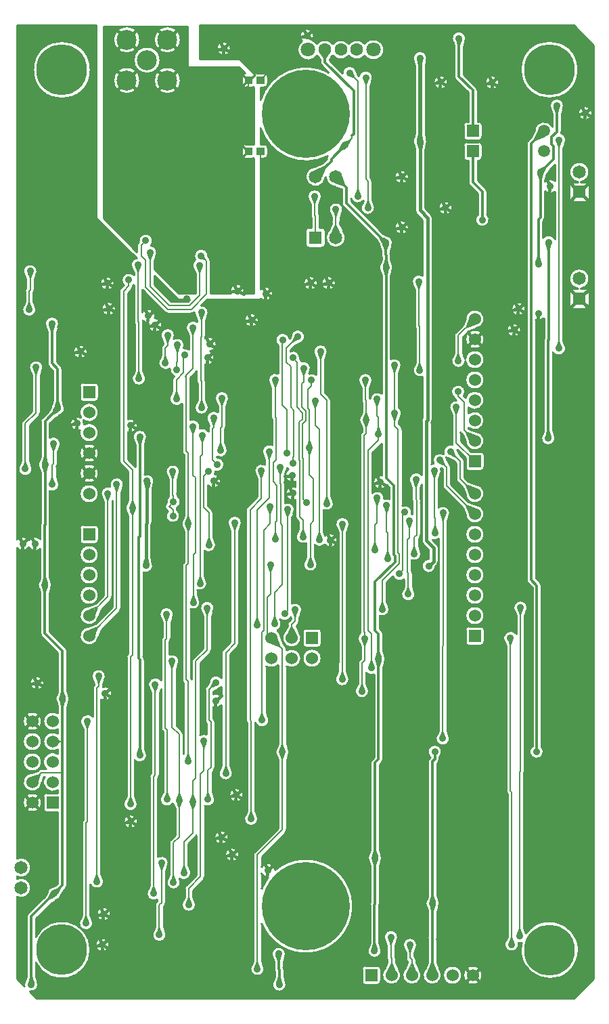
<source format=gbl>
G04 CAM350 V10.0 (Build 275) Date:  Sat Sep 14 14:12:12 2013 *
G04 Database: (Untitled) *
G04 Layer 4: SABOTEN-L2.PHO *
%FSLAX25Y25*%
%MOIN*%
%SFA1.000B1.000*%

%MIA0B0*%
%IPPOS*%
%ADD17R,0.03500X0.03500*%
%ADD19C,0.25000*%
%ADD21C,0.06500*%
%ADD25R,0.06000X0.06000*%
%ADD26C,0.06000*%
%ADD37C,0.00800*%
%ADD38C,0.01200*%
%ADD39C,0.01500*%
%ADD40C,0.01000*%
%ADD41R,0.06496X0.06496*%
%ADD42C,0.06496*%
%ADD60R,0.05906X0.05906*%
%ADD61C,0.05906*%
%ADD64C,0.09843*%
%ADD65C,0.06299*%
%ADD66C,0.03600*%
%ADD67C,0.02000*%
%ADD68C,0.07087*%
%ADD87C,0.43307*%
%LNSABOTEN-L2.PHO*%
%LPD*%
G36*
X35108Y66262D02*
G01Y67206D01*
X35755Y66920*
X37156Y66734*
X35755Y66548*
X35108Y66262*
G37*
G36*
X131808Y157084D02*
G01Y158546D01*
X133654Y159377*
X134287Y159477*
X135400Y160112*
X135808Y160607*
Y156061*
X135454Y156491*
X134514Y157087*
X133436Y157363*
X132325Y157290*
X131808Y157084*
G37*
G36*
X102708Y358704D02*
G01Y362927D01*
X114401Y351234*
X120038*
X119238Y350434*
X110978*
X102708Y358704*
G37*
G36*
X210108Y256182D02*
G01Y276064D01*
X214608Y280564*
Y264782*
X213956Y264896*
X212661Y264631*
X211550Y263912*
X210779Y262838*
X210453Y261556*
X210617Y260244*
X211249Y259082*
X212260Y258230*
X213513Y257807*
X214834Y257869*
X216042Y258410*
X216968Y259353*
X217228Y259962*
X218508Y258681*
Y253184*
X217901Y253426*
X216595Y253441*
X215983Y253212*
X216057Y253826*
X215777Y255030*
X215101Y256065*
X214111Y256806*
X212928Y257163*
X211694Y257094*
X210558Y256605*
X210108Y256182*
G37*
G36*
X35108Y16941D02*
G01Y57206D01*
X35755Y56920*
X37157Y56734*
X38555Y56948*
X39838Y57544*
X40902Y58476*
X41662Y59669*
X42058Y61027*
Y62441*
X41662Y63799*
X40902Y64992*
X39838Y65924*
X38555Y66520*
X37158Y66734*
X38555Y66948*
X39838Y67544*
X40902Y68476*
X41662Y69669*
X42058Y71027*
Y72441*
X41662Y73799*
X40902Y74992*
X39838Y75924*
X38555Y76520*
X37157Y76734*
X35755Y76548*
X35108Y76262*
Y229034*
X35456Y228570*
X36413Y227917*
X37530Y227607*
X37908Y227628*
X38687Y227673*
X39761Y228109*
X40637Y228868*
X40930Y229368*
X41245Y228786*
X42258Y227931*
X43512Y227506*
X44836Y227569*
X46044Y228111*
X46508Y228584*
Y214781*
X45884Y212758*
X45602Y212330*
X45308Y211347*
Y210321*
X45602Y209338*
X45884Y208910*
X46508Y206887*
Y186676*
X46858Y185831*
X55208Y177481*
Y158781*
X54584Y156758*
X54302Y156330*
X54008Y155347*
Y154321*
X54302Y153338*
X54584Y152910*
X55208Y150887*
Y147649*
X54600Y148053*
X53196Y148454*
X51737Y148410*
X50360Y147926*
X49195Y147046*
X48351Y145855*
X47908Y144464*
Y143004*
X48351Y141613*
X49195Y140422*
X50360Y139542*
X51737Y139058*
X53196Y139014*
X54600Y139415*
X55208Y139819*
Y137649*
X54600Y138053*
X53196Y138454*
X51737Y138410*
X50360Y137926*
X49195Y137046*
X48351Y135855*
X47908Y134464*
Y133004*
X48351Y131613*
X49195Y130422*
X50360Y129542*
X51737Y129058*
X53196Y129014*
X54600Y129415*
X55208Y129819*
Y127649*
X54629Y128034*
X53299Y128435*
X51909Y128433*
X50579Y128030*
X49423Y127259*
X48539Y126187*
X48003Y124905*
X47884Y123734*
X47862Y123522*
X48126Y122158*
X48773Y120929*
X49261Y120434*
X46790*
X46018Y120114*
X45244Y119340*
X42248Y118420*
X41543Y118366*
X40226Y117847*
X39121Y116964*
X38325Y115794*
X37908Y114442*
Y113008*
X38346Y111624*
X39181Y110436*
X40336Y109556*
X41702Y109065*
X43153Y109010*
X44553Y109394*
X45772Y110183*
X46696Y111304*
X47239Y112650*
X47294Y113374*
X48172Y116234*
X48628*
X48248Y115628*
X47882Y114246*
X47943Y112817*
X48427Y111471*
X49289Y110330*
X50452Y109497*
X51809Y109047*
X53239Y109022*
X54612Y109423*
X55208Y109819*
Y108434*
X49152*
X48363Y107979*
X47908Y107190*
Y100278*
X48363Y99489*
X49152Y99034*
X55208*
Y63987*
X54572Y63351*
X52701Y62362*
X52199Y62258*
X51296Y61772*
X50570Y61046*
X50084Y60143*
X49980Y59641*
X48991Y57770*
X40158Y48937*
X39808Y48092*
Y18081*
X39184Y16058*
X38902Y15630*
X38608Y14647*
Y14134*
X38696Y13353*
X35108Y16941*
G37*
G36*
X77608Y391441D02*
G01Y485734D01*
X88481*
X87585Y485643*
X85902Y484985*
X84456Y483901*
X83354Y482468*
X82676Y480793*
X82472Y478998*
X82756Y477213*
X83508Y475570*
X84673Y474188*
X86165Y473169*
X87876Y472587*
X89680Y472485*
X91446Y472870*
X93044Y473713*
X94357Y474954*
X95290Y476502*
X95774Y478243*
Y479962*
X95379Y481543*
X94612Y482981*
X93519Y484190*
X92166Y485099*
X90633Y485652*
X89825Y485734*
X108481*
X107585Y485643*
X105902Y484985*
X104456Y483901*
X103354Y482468*
X102676Y480793*
X102472Y478998*
X102756Y477213*
X103508Y475570*
X104673Y474188*
X106165Y473169*
X107876Y472587*
X109680Y472485*
X111446Y472870*
X113044Y473713*
X114357Y474954*
X115290Y476502*
X115774Y478243*
Y479962*
X115379Y481543*
X114612Y482981*
X113519Y484190*
X112166Y485099*
X110633Y485652*
X109825Y485734*
X119108*
Y465734*
X144401*
X147451Y462684*
X146802*
X146013Y462229*
X145558Y461440*
Y457028*
X146013Y456239*
X146802Y455784*
X151158*
X151608Y455845*
Y427623*
X151158Y427684*
X146802*
X146013Y427229*
X145558Y426440*
Y422028*
X146013Y421239*
X146802Y420784*
X151158*
X151608Y420845*
Y354234*
X146858*
X147091Y354817*
X147123Y356071*
X146718Y357259*
X145925Y358232*
X144843Y358868*
X143608Y359090*
X142373Y358868*
X141291Y358232*
X140498Y357259*
X140093Y356071*
X140125Y354817*
X140358Y354234*
X130508*
Y370652*
X130188Y371424*
X129441Y372171*
X129304Y372675*
X129332Y373280*
X128977Y374437*
X128255Y375409*
X127248Y376081*
X126074Y376376*
X124869Y376260*
X123773Y375745*
X122913Y374892*
X122390Y373801*
X122264Y372597*
X122550Y371420*
X122882Y370914*
X122453Y370586*
X121833Y369703*
X121508Y368674*
Y367579*
X121851Y366524*
X122177Y366075*
X122908Y364149*
Y354234*
X114815*
X102708Y366341*
Y370449*
X103439Y372375*
X103795Y372865*
X104136Y374026*
X104069Y375234*
X103599Y376350*
X102782Y377243*
X101713Y377810*
X101114Y377897*
X101545Y378378*
X102007Y379584*
X102009Y380876*
X101549Y382083*
X100689Y383047*
X99541Y383640*
X98258Y383784*
X97007Y383461*
X95954Y382713*
X95238Y381638*
X94952Y380378*
X95043Y379739*
X94528Y379224*
X94208Y378452*
Y374841*
X77608Y391441*
G37*
G36*
X35108Y233234D02*
G01Y486234D01*
X74108*
Y391527*
X93896Y371739*
X93334Y371604*
X92354Y370988*
X91626Y370090*
X91224Y369005*
X91194Y367848*
X91537Y366743*
X91877Y366275*
X92608Y364349*
Y363384*
X92174Y363827*
X91054Y364360*
X89818Y364477*
X88618Y364161*
X87600Y363452*
X86887Y362437*
X86567Y361238*
X86678Y360002*
X87207Y358880*
X87648Y358444*
X85828Y356624*
X85508Y355852*
Y271416*
X85828Y270644*
X89808Y266664*
Y252619*
X89077Y250693*
X88751Y250244*
X88408Y249189*
Y248079*
X88751Y247024*
X89077Y246575*
X89808Y244649*
Y177104*
X89228Y176524*
X88908Y175752*
Y106919*
X88177Y104993*
X87796Y104468*
X87459Y103214*
X87595Y101924*
X88184Y100768*
X89148Y99899*
X90359Y99434*
X91657*
X92868Y99899*
X93832Y100768*
X94421Y101924*
X94557Y103214*
X94220Y104468*
X93839Y104993*
X93108Y106919*
Y124484*
X93565Y124018*
X94752Y123478*
X96055Y123402*
X97297Y123800*
X98313Y124619*
X98965Y125749*
X99167Y127038*
X98890Y128313*
X98532Y128858*
X97908Y130881*
Y174564*
X97598Y175365*
X97308Y175683*
Y217084*
X97893Y216850*
X99153Y216820*
X100345Y217231*
X101318Y218031*
X101951Y219121*
X102164Y220364*
X101931Y221602*
X101605Y222142*
X101058Y224247*
Y239828*
X101348Y240162*
X101658Y240991*
Y258021*
X102205Y260126*
X102531Y260666*
X102764Y261904*
X102551Y263147*
X101918Y264237*
X100945Y265037*
X99753Y265448*
X98493Y265418*
X97908Y265184*
Y279787*
X98532Y281810*
X98881Y282340*
X99162Y283578*
X98990Y284836*
X98388Y285953*
X97431Y286788*
X96243Y287234*
X94973*
X93785Y286788*
X92828Y285953*
X92226Y284836*
X92054Y283578*
X92335Y282340*
X92684Y281810*
X93308Y279787*
Y269104*
X89708Y272704*
Y285984*
X90241Y285771*
X91388Y285708*
X92495Y286014*
X93446Y286658*
X94141Y287572*
X94508Y288660*
Y289808*
X94141Y290896*
X93446Y291810*
X92495Y292454*
X91388Y292760*
X90241Y292697*
X89708Y292484*
Y354564*
X91888Y356744*
X92208Y357516*
Y358134*
X92608Y358484*
Y340202*
X92813Y339570*
X93008Y339301*
Y316419*
X92277Y314493*
X91896Y313968*
X91559Y312714*
X91695Y311424*
X92284Y310268*
X93248Y309399*
X94459Y308934*
X95757*
X96968Y309399*
X97932Y310268*
X98521Y311424*
X98657Y312714*
X98320Y313968*
X97939Y314493*
X97208Y316419*
Y340134*
X97030Y340981*
X97368Y340579*
X98250Y340009*
X99261Y339723*
X99786Y339735*
X99585Y339128*
X99637Y337852*
X100137Y336676*
X101020Y335753*
X102172Y335201*
X103445Y335092*
X104675Y335440*
X105702Y336199*
X106395Y337272*
X106664Y338521*
X106475Y339785*
X105851Y340900*
X104874Y341723*
X103669Y342147*
X103030Y342133*
X103208Y343234*
Y343878*
X102750Y345082*
X101893Y346043*
X100750Y346637*
X99471Y346785*
X98222Y346468*
X97169Y345727*
X96808Y345194*
Y356074*
X96923Y355949*
X108118Y344754*
X108890Y344434*
X121326*
X122098Y344754*
X122410Y345067*
X122408Y344934*
Y344379*
X122751Y343324*
X123077Y342875*
X123808Y340949*
Y340306*
X123299Y340661*
X122098Y340977*
X120863Y340861*
X119742Y340327*
X118874Y339440*
X118363Y338309*
X118272Y337071*
X118612Y335877*
X118977Y335375*
X119708Y333449*
Y326734*
X119182Y327128*
X117916Y327482*
X117262Y327417*
X117542Y328000*
X117650Y329289*
X117289Y330531*
X116508Y331562*
X115411Y332246*
X114141Y332493*
X112867Y332270*
X112312Y331938*
X112646Y332497*
X112868Y333781*
X112612Y335059*
X111914Y336159*
X110867Y336934*
X109612Y337281*
X108315Y337153*
X107151Y336567*
X106277Y335601*
X105808Y334385*
Y333179*
X106151Y332124*
X106477Y331675*
X107208Y329749*
Y329504*
X106428Y328724*
X106108Y327952*
Y324119*
X105377Y322193*
X105006Y321682*
X104667Y320464*
X104775Y319205*
X105316Y318063*
X106223Y317183*
X107380Y316675*
X108642Y316604*
X109849Y316978*
X110348Y317365*
X110308Y316834*
Y316311*
X110613Y315312*
X111198Y314445*
X112010Y313786*
X112494Y313590*
X111828Y312924*
X111508Y312152*
Y306319*
X110777Y304393*
X110422Y303903*
X110080Y302743*
X110147Y301535*
X110616Y300419*
X111432Y299526*
X112501Y298959*
X113698Y298783*
X114885Y299019*
X115923Y299640*
X116308Y300107*
Y276316*
X116628Y275544*
X117408Y274764*
Y245019*
X116677Y243093*
X116351Y242644*
X116008Y241589*
Y240479*
X116351Y239424*
X116677Y238975*
X117408Y237049*
Y222204*
X116728Y221524*
X116408Y220752*
Y163816*
X116728Y163044*
X117208Y162564*
Y128119*
X117108Y127855*
Y137752*
X116788Y138524*
X113608Y141704*
Y169349*
X114339Y171275*
X114722Y171803*
X115058Y173064*
X114917Y174361*
X114318Y175520*
X113341Y176386*
X112119Y176842*
X110814Y176826*
X110208Y176584*
Y182864*
X110588Y183244*
X110908Y184016*
Y192449*
X111639Y194375*
X111995Y194865*
X112337Y196028*
X112268Y197237*
X111797Y198353*
X110978Y199246*
X109906Y199812*
X108707Y199985*
X107520Y199744*
X106482Y199119*
X105715Y198181*
X105308Y197040*
Y195879*
X105651Y194824*
X105977Y194375*
X106708Y192449*
Y185304*
X106328Y184924*
X106008Y184152*
Y163934*
X105639Y164425*
X104612Y165099*
X103416Y165382*
X102196Y165241*
X101097Y164693*
X100250Y163803*
X99756Y162678*
X99675Y161452*
X100016Y160272*
X100377Y159775*
X101108Y157849*
Y118204*
X100628Y117724*
X100308Y116952*
Y62919*
X99577Y60993*
X99221Y60503*
X98880Y59342*
X98947Y58133*
X99417Y57018*
X100235Y56125*
X101304Y55558*
X102502Y55383*
X103689Y55621*
X104208Y55932*
Y55304*
X103428Y54524*
X103108Y53752*
Y42619*
X102377Y40693*
X101996Y40168*
X101659Y38914*
X101795Y37624*
X102384Y36468*
X103348Y35599*
X104559Y35134*
X105857*
X107068Y35599*
X108032Y36468*
X108621Y37624*
X108757Y38914*
X108420Y40168*
X108039Y40693*
X107308Y42619*
Y52464*
X108088Y53244*
X108408Y54016*
Y70049*
X109139Y71975*
X109495Y72465*
X109836Y73626*
X109769Y74835*
X109299Y75950*
X108481Y76843*
X107412Y77410*
X106214Y77585*
X105027Y77347*
X104508Y77036*
Y115664*
X104988Y116144*
X105308Y116916*
Y157849*
X106008Y159695*
Y140016*
X106328Y139244*
X106908Y138664*
Y109219*
X106177Y107293*
X105811Y106789*
X105471Y105593*
X105503Y105159*
X105564Y104352*
X106079Y103219*
X106953Y102333*
X108079Y101803*
X109318Y101693*
X110519Y102016*
X111535Y102734*
X111889Y103246*
X112177Y102775*
X112908Y100849*
Y87604*
X110428Y85124*
X110108Y84352*
Y68419*
X109377Y66493*
X108999Y65972*
X108661Y64729*
X108789Y63447*
X109364Y62295*
X110311Y61423*
X111507Y60945*
X112795Y60924*
X114005Y61363*
X114981Y62203*
X115593Y63336*
X115762Y64613*
X115466Y65866*
X115104Y66399*
X115590Y65974*
X116801Y65527*
X118092Y65541*
X119293Y66015*
X120246Y66886*
X120825Y68040*
X120955Y69324*
X120618Y70571*
X120239Y71093*
X119508Y73019*
Y83564*
X123293Y87349*
X123408Y87474*
Y68104*
X117928Y62624*
X117608Y61852*
Y57419*
X116877Y55493*
X116496Y54968*
X116159Y53714*
X116295Y52424*
X116884Y51268*
X117848Y50399*
X119059Y49934*
X120357*
X121568Y50399*
X122532Y51268*
X123121Y52424*
X123257Y53714*
X122920Y54968*
X122539Y55493*
X121808Y57419*
Y60564*
X127288Y66044*
X127608Y66816*
Y102121*
X128133Y101851*
X129303Y101686*
X130462Y101913*
X131482Y102508*
X132250Y103405*
X132682Y104505*
X132708Y105159*
X132729Y105685*
X132386Y106815*
X132039Y107293*
X131308Y109219*
Y118764*
X132388Y119844*
X132708Y120616*
Y143852*
X132388Y144624*
X131808Y145204*
Y150584*
X132325Y150378*
X133436Y150305*
X134514Y150581*
X135454Y151177*
X135808Y151607*
Y122119*
X135077Y120193*
X134696Y119668*
X134359Y118414*
X134495Y117124*
X135084Y115968*
X136048Y115099*
X137259Y114634*
X138557*
X139768Y115099*
X140732Y115968*
X141321Y117124*
X141457Y118414*
X141120Y119668*
X140739Y120193*
X140008Y122119*
Y176664*
X144088Y180744*
X144408Y181516*
Y237449*
X145139Y239375*
X145495Y239865*
X145837Y241028*
X145768Y242237*
X145297Y243353*
X144478Y244246*
X143406Y244812*
X142207Y244985*
X141020Y244744*
X139982Y244119*
X139215Y243181*
X138808Y242040*
Y240879*
X139151Y239824*
X139477Y239375*
X140208Y237449*
Y182804*
X136128Y178724*
X135808Y177952*
Y165061*
X135440Y165508*
X134454Y166116*
X133325Y166375*
X132174Y166256*
X131121Y165773*
X130281Y164977*
X129741Y163952*
X129651Y163380*
X128805Y161501*
X127928Y160624*
X127608Y159852*
Y143916*
X127928Y143144*
X128508Y142564*
Y137284*
X127987Y137492*
X126866Y137562*
X125780Y137278*
X125308Y136973*
Y172364*
X130588Y177644*
X130908Y178416*
Y195549*
X131639Y197475*
X131995Y197965*
X132337Y199128*
X132268Y200337*
X131797Y201453*
X130978Y202346*
X129906Y202912*
X128707Y203085*
X127520Y202844*
X126482Y202219*
X125715Y201281*
X125308Y200140*
Y198979*
X125651Y197924*
X125977Y197475*
X126708Y195549*
Y179704*
X121428Y174424*
X121108Y173652*
Y164516*
X120793Y164919*
X120608Y165104*
Y198884*
X121214Y198642*
X122519Y198626*
X123741Y199082*
X124718Y199948*
X125317Y201107*
X125458Y202404*
X125122Y203665*
X124739Y204193*
X124008Y206119*
Y208284*
X124614Y208042*
X125919Y208026*
X127141Y208482*
X128118Y209348*
X128717Y210507*
X128858Y211804*
X128522Y213065*
X128139Y213593*
X127408Y215519*
Y227712*
X127903Y227312*
X129112Y226911*
X130385Y226962*
X131558Y227458*
X132481Y228336*
X133036Y229482*
X133151Y230750*
X132813Y231978*
X132439Y232493*
X131708Y234419*
Y246852*
X131388Y247624*
X129208Y249804*
Y259834*
X129587Y259329*
X130649Y258647*
X131883Y258380*
X133133Y258560*
X134240Y259166*
X135067Y260120*
X135508Y261303*
Y262561*
X135073Y263737*
X134257Y264689*
X133161Y265298*
X132541Y265393*
X132807Y266652*
X133393Y266496*
X134601Y266596*
X135706Y267097*
X136577Y267940*
X137114Y269027*
X137255Y270232*
X136982Y271413*
X136327Y272434*
X135367Y273175*
X134214Y273550*
X133608Y273533*
Y274032*
X134127Y273721*
X135314Y273483*
X136512Y273658*
X137581Y274225*
X138399Y275118*
X138869Y276233*
X138936Y277442*
X138595Y278603*
X138239Y279093*
X137508Y281019*
Y287264*
X137796Y287559*
X138108Y288322*
Y298749*
X138839Y300675*
X139195Y301165*
X139537Y302328*
X139468Y303537*
X138997Y304653*
X138178Y305546*
X137106Y306112*
X135907Y306285*
X134720Y306044*
X133682Y305419*
X132915Y304481*
X132508Y303340*
Y302179*
X132851Y301124*
X133177Y300675*
X133908Y298749*
Y295906*
X133399Y296261*
X132198Y296577*
X130963Y296461*
X129842Y295927*
X128974Y295040*
X128463Y293909*
X128393Y292959*
X128372Y292671*
X128712Y291477*
X129077Y290975*
X129804Y289061*
X129611Y288793*
X129408Y288164*
Y286337*
X129090Y286866*
X128130Y287643*
X126963Y288044*
X125728Y288022*
X125152Y287801*
X125348Y288436*
X125248Y289761*
X124669Y290957*
X123692Y291857*
X122454Y292338*
X121125Y292330*
X120508Y292084*
Y313064*
X123293Y315849*
X123508Y316101*
Y311002*
X123713Y310370*
X123908Y310101*
Y302119*
X123177Y300193*
X122796Y299668*
X122459Y298414*
X122595Y297124*
X123184Y295968*
X124148Y295099*
X125359Y294634*
X126657*
X127868Y295099*
X128832Y295968*
X129421Y297124*
X129557Y298414*
X129220Y299668*
X128839Y300193*
X128108Y302119*
Y311266*
X127903Y311898*
X127708Y312167*
Y319384*
X128278Y319156*
X129506Y319115*
X130674Y319495*
X131643Y320249*
X132297Y321288*
X132559Y322488*
X132396Y323706*
X131829Y324795*
X130925Y325626*
X130358Y325863*
X131006Y325947*
X132154Y326571*
X132999Y327568*
X133428Y328802*
X133383Y330108*
X132870Y331309*
X131958Y332245*
X130770Y332788*
X129466Y332867*
X128221Y332470*
X127712Y332060*
X127858Y332303*
X128008Y332850*
Y340949*
X128078Y341134*
X128739Y342875*
X129127Y343409*
X129461Y344687*
X129307Y345999*
X128686Y347164*
X127682Y348022*
X126435Y348457*
X125775Y348432*
X128578Y351234*
X155108*
Y351791*
X155547Y351304*
X156718Y350713*
X158024Y350587*
X159287Y350942*
X160335Y351730*
X161027Y352845*
X161269Y354134*
X161027Y355423*
X160335Y356538*
X159287Y357326*
X158024Y357681*
X156718Y357555*
X155547Y356964*
X155108Y356477*
Y420784*
X157414*
X158203Y421239*
X158658Y422028*
Y426440*
X158203Y427229*
X157414Y427684*
X155108*
Y435699*
X155613Y434074*
X157085Y431004*
X158986Y428181*
X161276Y425663*
X163906Y423503*
X166823Y421748*
X169963Y420434*
X173260Y419589*
X176645Y419231*
X180046Y419368*
X183391Y419996*
X186610Y421102*
X188122Y421883*
X187881Y421586*
X187617Y420869*
X187609Y420487*
X185392Y418271*
X181572Y416653*
X180830Y416572*
X179458Y415979*
X178323Y415008*
X177525Y413744*
X177136Y412302*
X177190Y410809*
X177683Y409398*
X178570Y408196*
X179772Y407309*
X181183Y406816*
X182676Y406762*
X184118Y407151*
X185382Y407949*
X186353Y409084*
X186946Y410456*
X187027Y411198*
X187164Y411523*
X187195Y410805*
X187663Y409445*
X188498Y408274*
X189633Y407390*
X190972Y406865*
X191688Y406804*
X194799Y405791*
X195008Y405581*
Y398276*
X195358Y397431*
X212291Y380498*
X213280Y378627*
X213347Y378302*
X213602Y377688*
X213784Y377410*
X214408Y375387*
Y373334*
X214608Y372396*
Y371081*
X213984Y369058*
X213702Y368630*
X213408Y367647*
Y366621*
X213702Y365638*
X213984Y365210*
X214608Y363187*
Y305034*
X214104Y305412*
X212896Y305769*
X211639Y305683*
X210492Y305163*
X209597Y304277*
X209067Y303134*
X209019Y302506*
X208808Y302867*
Y307649*
X209539Y309575*
X209895Y310065*
X210237Y311228*
X210168Y312437*
X209697Y313553*
X208878Y314446*
X207806Y315012*
X206607Y315185*
X205420Y314944*
X204382Y314319*
X203615Y313381*
X203208Y312240*
Y311079*
X203551Y310024*
X203877Y309575*
X204608Y307649*
Y301702*
X204813Y301070*
X205008Y300801*
Y296119*
X204277Y294193*
X203951Y293744*
X203696Y292959*
X203608Y292689*
Y291579*
X203951Y290524*
X204277Y290075*
X205008Y288149*
Y286204*
X204428Y285624*
X204108Y284852*
Y187634*
X204170Y187125*
X203762Y186786*
X203183Y185895*
X202895Y184873*
X202899Y184734*
X202923Y183811*
X203265Y182805*
X203577Y182375*
X204308Y180449*
Y174504*
X203228Y173424*
X202908Y172652*
Y162519*
X202177Y160593*
X201796Y160068*
X201459Y158814*
X201595Y157524*
X202184Y156368*
X203148Y155499*
X204359Y155034*
X205657*
X206868Y155499*
X207832Y156368*
X208421Y157524*
X208557Y158814*
X208220Y160068*
X207839Y160593*
X207108Y162519*
Y167584*
X207471Y167214*
X208380Y166716*
X209394Y166502*
X210427Y166592*
X210908Y166784*
Y125987*
X209458Y124537*
X209108Y123692*
Y80481*
X208484Y78458*
X208202Y78030*
X207908Y77047*
Y76021*
X208202Y75038*
X208484Y74610*
X209108Y72587*
Y54472*
X208908Y53534*
Y34681*
X208585Y33634*
X208284Y32658*
X207935Y32128*
X207654Y30890*
X207826Y29632*
X208428Y28515*
X209385Y27680*
X210573Y27234*
X211843*
X213031Y27680*
X213988Y28515*
X214590Y29632*
X214762Y30890*
X214481Y32128*
X214132Y32658*
X213831Y33634*
X213508Y34681*
Y52796*
X213708Y53734*
Y72587*
X214332Y74610*
X214614Y75038*
X214908Y76021*
Y77047*
X214614Y78030*
X214332Y78458*
X213708Y80481*
Y122281*
X215158Y123731*
X215508Y124576*
Y170387*
X216132Y172410*
X216414Y172838*
X216708Y173821*
Y174847*
X216414Y175830*
X216132Y176258*
X215508Y178281*
Y187092*
X215158Y187937*
X213808Y189287*
Y195584*
X214414Y195342*
X215719Y195326*
X216941Y195782*
X217918Y196648*
X218517Y197807*
X218658Y199104*
X218322Y200365*
X217939Y200893*
X217208Y202819*
Y212064*
X220209Y215065*
X220397Y214535*
X221085Y213647*
X222016Y213018*
X223097Y212713*
X224220Y212761*
X225271Y213159*
X225708Y213512*
Y210219*
X224977Y208293*
X224596Y207768*
X224259Y206514*
X224395Y205224*
X224875Y204280*
X224984Y204068*
X225948Y203199*
X227159Y202734*
X228457*
X229668Y203199*
X230632Y204068*
X231221Y205224*
X231357Y206514*
X231020Y207768*
X230639Y208293*
X229908Y210219*
Y217066*
X229703Y217698*
X229508Y217967*
Y222884*
X230114Y222642*
X231419Y222626*
X232641Y223082*
X233618Y223948*
X234217Y225107*
X234358Y226404*
X234022Y227665*
X233639Y228193*
X232908Y230119*
Y233564*
X233688Y234344*
X234008Y235116*
Y251234*
X233997Y251450*
X233708Y254242*
Y258749*
X234358Y260463*
Y232147*
X234731Y231246*
X237858Y228119*
Y223634*
X237219Y223625*
X236029Y223155*
X235082Y222296*
X234500Y221157*
X234359Y219886*
X234676Y218647*
X234889Y218344*
X235410Y217600*
X236467Y216881*
X237711Y216582*
X238980Y216741*
X240110Y217339*
X240956Y218298*
X241408Y219495*
Y220169*
X242385Y221146*
X242758Y222047*
Y229621*
X242385Y230522*
X239789Y233118*
X240290Y232949*
X241347Y232922*
X242364Y233208*
X242808Y233495*
Y183055*
X242708Y178076*
Y139219*
X241977Y137293*
X241596Y136768*
X241259Y135514*
X241395Y134224*
X241984Y133068*
X242948Y132199*
X244159Y131734*
X245457*
X246668Y132199*
X247632Y133068*
X248221Y134224*
X248357Y135514*
X248020Y136768*
X247639Y137293*
X246908Y139219*
Y178013*
X247008Y182992*
Y242249*
X247739Y244175*
X248113Y244690*
X248451Y245918*
X248336Y247186*
X247781Y248332*
X246858Y249210*
X245685Y249706*
X244412Y249757*
X243203Y249356*
X242708Y248956*
Y263049*
X243439Y264975*
X243765Y265424*
X244108Y266479*
Y267034*
X243881Y268273*
X244608Y267946*
Y259216*
X244928Y258444*
X254567Y248805*
X255929Y245287*
X255998Y244568*
X256560Y243239*
X257495Y242140*
X258716Y241372*
X260111Y241005*
X261553Y241074*
X262907Y241572*
X264050Y242453*
X264875Y243636*
X265308Y245013*
Y246433*
X264902Y247769*
X264124Y248930*
X263043Y249814*
X261751Y250346*
X261055Y250413*
X257537Y251775*
X248808Y260504*
Y269252*
X248488Y270024*
X247611Y270901*
X246765Y272780*
X246520Y273625*
X246860Y273372*
X247643Y273043*
X248062Y272977*
X249941Y272131*
X251308Y270764*
Y262516*
X251628Y261744*
X254567Y258805*
X255929Y255287*
X255998Y254568*
X256560Y253239*
X257495Y252140*
X258716Y251372*
X260111Y251005*
X261553Y251074*
X262907Y251572*
X264050Y252453*
X264875Y253636*
X265308Y255013*
Y256433*
X264902Y257769*
X264124Y258930*
X263043Y259814*
X261751Y260346*
X261055Y260413*
X257537Y261775*
X255508Y263804*
Y272052*
X255188Y272824*
X252911Y275101*
X252065Y276980*
X251972Y277400*
X255908Y273464*
Y268278*
X256363Y267489*
X257152Y267034*
X264064*
X264853Y267489*
X265308Y268278*
Y275190*
X264853Y275979*
X264064Y276434*
X258878*
X253608Y281704*
Y285852*
X253923Y285449*
X254567Y284805*
X255929Y281287*
X255998Y280568*
X256560Y279239*
X257495Y278140*
X258716Y277372*
X260111Y277005*
X261553Y277074*
X262907Y277572*
X264050Y278453*
X264875Y279636*
X265308Y281013*
Y282433*
X264902Y283769*
X264124Y284930*
X263043Y285814*
X261751Y286346*
X261055Y286413*
X257537Y287775*
X257508Y287804*
Y288201*
X258017Y287754*
X259247Y287185*
X260588Y286985*
X261930Y287173*
X263164Y287732*
X264191Y288617*
X264925Y289756*
X265308Y291056*
Y292412*
X265147Y292959*
X264925Y293712*
X264191Y294851*
X263164Y295736*
X261930Y296295*
X260588Y296483*
X259247Y296283*
X258017Y295714*
X257508Y295267*
Y298201*
X258084Y297696*
X259497Y297103*
X261026Y296990*
X262511Y297369*
X263799Y298199*
X264757Y299396*
X265284Y300835*
X265328Y302367*
X264882Y303834*
X263994Y305083*
X262755Y305985*
X261294Y306446*
X259761Y306420*
X258316Y305908*
X257109Y304964*
X256264Y303686*
X256067Y302945*
X255195Y303817*
X255564Y304302*
X255929Y305464*
X255881Y306682*
X255424Y307811*
X254613Y308720*
X253542Y309301*
X252338Y309486*
X251142Y309253*
X250095Y308630*
X249320Y307690*
X248908Y306543*
Y305373*
X249259Y304307*
X249925Y303404*
X250382Y303080*
X250455Y302816*
X250730Y302343*
X251248Y301824*
X250587Y301775*
X249393Y301201*
X248492Y300230*
X248008Y298996*
Y297779*
X248351Y296724*
X248677Y296275*
X249408Y294349*
Y280550*
X249559Y280002*
X249705Y279758*
X249154Y279939*
X247995Y279928*
X246901Y279544*
X245989Y278827*
X245357Y277855*
X245073Y276731*
X245166Y275575*
X245396Y275043*
X244914Y275402*
X243764Y275756*
X242562Y275706*
X241446Y275258*
X240543Y274463*
X239958Y273412*
X239757Y272226*
X239963Y271041*
X240258Y270517*
X239258Y270263*
Y290551*
X239501Y290871*
X239758Y291632*
Y392021*
X239385Y392922*
X236058Y396249*
Y425221*
X236605Y427326*
X236913Y427836*
X237156Y429002*
X237000Y430183*
X236731Y430714*
X236308Y432984*
Y466284*
X236731Y468554*
X237027Y469140*
X237155Y470446*
X236801Y471710*
X236013Y472760*
X234898Y473453*
X233608Y473695*
X232318Y473453*
X231203Y472760*
X230415Y471710*
X230061Y470446*
X230189Y469140*
X230485Y468554*
X230908Y466284*
Y432984*
X230485Y430714*
X230216Y430183*
X230060Y429002*
X230303Y427836*
X230611Y427326*
X231158Y425221*
Y394747*
X231531Y393846*
X234858Y390519*
Y363105*
X234326Y363437*
X233097Y363689*
X231857Y363498*
X230760Y362889*
X229944Y361937*
X229508Y360761*
Y359579*
X229851Y358524*
X230177Y358075*
X230908Y356149*
Y338160*
X231166Y337459*
X231408Y337174*
Y320519*
X230677Y318593*
X230291Y318062*
X229956Y316792*
X230104Y315488*
X230715Y314325*
X231705Y313463*
X232940Y313019*
X234252Y313052*
X234858Y313305*
Y293017*
X234814Y292959*
X234615Y292697*
X234358Y291936*
Y264899*
X233981Y265378*
X232948Y266025*
X231756Y266284*
X230548Y266125*
X229464Y265567*
X228633Y264675*
X228151Y263555*
X228077Y262339*
X228419Y261168*
X228777Y260675*
X229508Y258749*
Y254134*
X229519Y253918*
X229808Y251126*
Y245584*
X229572Y245668*
X229708Y246634*
Y247208*
X229341Y248296*
X228646Y249210*
X227695Y249854*
X226588Y250160*
X225441Y250097*
X224908Y249884*
Y287852*
X224588Y288624*
X223208Y290004*
Y291349*
X223819Y292959*
X223939Y293275*
X224262Y293720*
X224604Y294763*
X224611Y295861*
X224282Y296908*
X223647Y297805*
X223208Y298134*
Y298334*
X223108Y298974*
Y314949*
X223839Y316875*
X224195Y317365*
X224536Y318526*
X224469Y319735*
X223999Y320850*
X223181Y321743*
X222112Y322310*
X220914Y322485*
X219727Y322247*
X219208Y321936*
Y363187*
X219832Y365210*
X220114Y365638*
X220408Y366621*
Y367647*
X220114Y368630*
X219832Y369058*
X219208Y371081*
Y373134*
X219008Y374072*
Y375387*
X219632Y377410*
X219947Y377889*
X220239Y378999*
X220161Y380143*
X219722Y381203*
X218968Y382068*
X217977Y382646*
X217415Y382762*
X215544Y383751*
X199608Y399687*
Y400968*
X199816Y400379*
X200613Y399419*
X201692Y398793*
X202922Y398579*
X204149Y398803*
X205224Y399437*
X205619Y399920*
X205077Y398493*
X204696Y397968*
X204359Y396714*
X204495Y395424*
X205084Y394268*
X206048Y393399*
X207259Y392934*
X208557*
X209768Y393399*
X210732Y394268*
X211321Y395424*
X211457Y396714*
X211120Y397968*
X210739Y398493*
X210008Y400419*
Y409926*
X209725Y410657*
X209008Y411446*
Y456549*
X209648Y458234*
X209739Y458475*
X210110Y458986*
X210449Y460202*
X210342Y461460*
X209802Y462602*
X208897Y463482*
X207741Y463991*
X206481Y464065*
X205274Y463693*
X204273Y462923*
X203605Y461852*
X203479Y461233*
X203211Y461501*
X202365Y463380*
X202262Y464033*
X201594Y465173*
X200557Y465991*
X199293Y466375*
X197976Y466272*
X196787Y465695*
X195890Y464725*
X195408Y463495*
Y462786*
X189034Y469161*
Y469338*
X189715Y470409*
X190671Y471402*
X191122Y470775*
X192368Y469864*
X193836Y469384*
X195380*
X196848Y469864*
X198094Y470775*
X198545Y471402*
X198992Y470781*
X200226Y469873*
X201679Y469390*
X203211Y469379*
X204672Y469840*
X205919Y470728*
X206376Y471343*
X206814Y470680*
X208044Y469673*
X209517Y469076*
X211101Y468942*
X212654Y469284*
X214035Y470071*
X215121Y471232*
X215815Y472662*
X216053Y474234*
X215962Y474834*
X215815Y475806*
X215121Y477236*
X214035Y478397*
X212654Y479184*
X211101Y479526*
X209517Y479392*
X208044Y478795*
X206814Y477788*
X206376Y477125*
X205919Y477740*
X204672Y478628*
X203211Y479089*
X201679Y479078*
X200226Y478595*
X198992Y477687*
X198545Y477066*
X198094Y477693*
X196848Y478604*
X195380Y479084*
X193836*
X192368Y478604*
X191122Y477693*
X190671Y477066*
X190224Y477687*
X188990Y478595*
X187537Y479078*
X186005Y479089*
X184544Y478628*
X183297Y477740*
X182840Y477125*
X182447Y477720*
X181373Y478656*
X180730Y478964*
X181098Y479465*
X181443Y480660*
X181356Y481900*
X180846Y483035*
X179977Y483924*
X178855Y484460*
X177617Y484577*
X176415Y484260*
X175395Y483548*
X174683Y482529*
X174365Y481326*
X174481Y480088*
X175017Y478966*
X175462Y478531*
X174827Y478087*
X173869Y476871*
X173303Y475430*
X173254Y474834*
X173177Y473887*
X173503Y472373*
X174253Y471018*
X175362Y469938*
X176736Y469224*
X178258Y468938*
X179797Y469104*
X181223Y469707*
X182414Y470697*
X182840Y471343*
X183753Y470409*
X184434Y469338*
Y467751*
X184784Y466905*
X188509Y463181*
X187112Y463935*
X184140Y465052*
X181045Y465757*
X177882Y466037*
X174711Y465886*
X171589Y465307*
X168574Y464311*
X165722Y462916*
X163085Y461148*
X160712Y459039*
X158645Y456629*
X156924Y453961*
X155579Y451085*
X155108Y449570*
Y455784*
X157414*
X158203Y456239*
X158658Y457028*
Y461440*
X158203Y462229*
X157414Y462684*
X152813*
X152343Y462545*
X152136Y462413*
X144815Y469734*
X125108*
Y486234*
X309401*
X319108Y476527*
Y16941*
X309401Y7234*
X44815*
X41327Y10722*
X41912Y10588*
X43105Y10726*
X44183Y11252*
X45025Y12109*
X45533Y13196*
X45650Y14391*
X45362Y15557*
X45032Y16058*
X44408Y18081*
Y24882*
X44977Y23745*
X46499Y21710*
X46527Y21684*
X48359Y19977*
X50497Y18603*
X52845Y17630*
X55328Y17089*
X57869Y16998*
X60385Y17359*
X62796Y18161*
X65027Y19379*
X67007Y20974*
X67622Y21684*
X68671Y22894*
X69968Y25080*
X70857Y27462*
X71308Y29963*
Y32505*
X71104Y33634*
X70857Y35006*
X69968Y37388*
X68671Y39574*
X67007Y41494*
X65027Y43089*
X62796Y44307*
X60385Y45109*
X57869Y45470*
X55328Y45379*
X52845Y44838*
X50497Y43865*
X48359Y42491*
X46499Y40758*
X44977Y38723*
X44408Y37586*
Y46681*
X52244Y54517*
X54115Y55506*
X54617Y55610*
X55520Y56096*
X56246Y56822*
X56732Y57725*
X56836Y58227*
X57825Y60098*
X59458Y61731*
X59808Y62576*
Y150887*
X60432Y152910*
X60714Y153338*
X61008Y154321*
Y155347*
X60714Y156330*
X60432Y156758*
X59808Y158781*
Y178892*
X59458Y179737*
X51108Y188087*
Y206887*
X51732Y208910*
X52014Y209338*
X52308Y210321*
Y211347*
X52014Y212330*
X51732Y212758*
X51108Y214781*
Y239763*
X51208Y240434*
Y256984*
X51814Y256742*
X53119Y256726*
X54341Y257182*
X55318Y258048*
X55917Y259207*
X56058Y260504*
X55722Y261765*
X55339Y262293*
X54608Y264219*
Y269064*
X54896Y269359*
X55208Y270122*
Y276349*
X55939Y278275*
X56299Y278771*
X56640Y279948*
X56561Y281171*
X56071Y282295*
X55229Y283185*
X54134Y283736*
X52917Y283882*
X51723Y283606*
X51208Y283273*
Y290481*
X53944Y293217*
X55815Y294206*
X56377Y294322*
X57368Y294900*
X58122Y295765*
X58561Y296825*
X58639Y297969*
X58347Y299079*
X58032Y299558*
X57408Y301581*
Y317592*
X57058Y318437*
X54608Y320887*
Y335487*
X55232Y337510*
X55581Y338040*
X55862Y339278*
X55690Y340536*
X55088Y341653*
X54131Y342488*
X52943Y342934*
X51673*
X50485Y342488*
X49528Y341653*
X48926Y340536*
X48754Y339278*
X49035Y338040*
X49384Y337510*
X50008Y335487*
Y319476*
X50358Y318631*
X52808Y316181*
Y301581*
X52184Y299558*
X52002Y299280*
X51747Y298666*
X51680Y298341*
X50691Y296470*
X46958Y292737*
X46608Y291892*
Y273981*
X45984Y271958*
X45702Y271530*
X45408Y270547*
Y269521*
X45702Y268538*
X45984Y268110*
X46608Y266087*
Y241005*
X46508Y240334*
Y233484*
X46053Y233948*
X44869Y234488*
X43571Y234567*
X42330Y234174*
X41314Y233362*
X40986Y232800*
X40706Y233318*
X39836Y234114*
X38754Y234581*
X37578Y234668*
X36439Y234365*
X35462Y233706*
X35108Y233234*
G37*
%LPC*%
G36*
X41508Y161917D02*
G01X41930Y160757D01*
X42724Y159811*
X43792Y159194*
X45008Y158980*
X46224Y159194*
X47292Y159811*
X48086Y160757*
X48508Y161917*
Y162534*
Y163151*
X48086Y164311*
X47292Y165257*
X46224Y165874*
X45008Y166088*
X43792Y165874*
X42724Y165257*
X41930Y164311*
X41508Y163151*
Y162534*
Y161917*
G37*
G36*
X37908Y142990D02*
G01X38368Y141574D01*
X39243Y140369*
X40448Y139494*
X41864Y139034*
X43352*
X44768Y139494*
X45973Y140369*
X46848Y141574*
X47308Y142990*
Y143734*
Y144478*
X46848Y145894*
X45973Y147099*
X44768Y147974*
X43352Y148434*
X41864*
X40448Y147974*
X39243Y147099*
X38368Y145894*
X37908Y144478*
Y143734*
Y142990*
G37*
G36*
Y132990D02*
G01X38368Y131574D01*
X39243Y130369*
X40448Y129494*
X41864Y129034*
X43352*
X44768Y129494*
X45973Y130369*
X46848Y131574*
X47308Y132990*
Y133734*
Y134478*
X46848Y135894*
X45973Y137099*
X44768Y137974*
X43352Y138434*
X41864*
X40448Y137974*
X39243Y137099*
X38368Y135894*
X37908Y134478*
Y133734*
Y132990*
G37*
G36*
Y122990D02*
G01X38368Y121574D01*
X39243Y120369*
X40448Y119494*
X41864Y119034*
X43352*
X44768Y119494*
X45973Y120369*
X46848Y121574*
X47308Y122990*
Y123734*
Y124478*
X46848Y125894*
X45973Y127099*
X44768Y127974*
X43352Y128434*
X41864*
X40448Y127974*
X39243Y127099*
X38368Y125894*
X37908Y124478*
Y123734*
Y122990*
G37*
G36*
Y102990D02*
G01X38368Y101574D01*
X39243Y100369*
X40448Y99494*
X41864Y99034*
X43352*
X44768Y99494*
X45973Y100369*
X46848Y101574*
X47308Y102990*
Y103734*
Y104478*
X46848Y105894*
X45973Y107099*
X44768Y107974*
X43352Y108434*
X41864*
X40448Y107974*
X39243Y107099*
X38368Y105894*
X37908Y104478*
Y103734*
Y102990*
G37*
G36*
X92532Y468275D02*
G01X92983Y466591D01*
X93855Y465081*
X95087Y463848*
X96597Y462977*
X98281Y462525*
X100025*
X101709Y462977*
X103218Y463848*
X104451Y465081*
X105323Y466591*
X105774Y468275*
Y469146*
Y470018*
X105323Y471702*
X104451Y473212*
X103218Y474445*
X101709Y475317*
X100025Y475768*
X98281*
X96597Y475317*
X95087Y474445*
X93855Y473212*
X92983Y471702*
X92532Y470018*
Y469146*
Y468275*
G37*
G36*
X102532Y458275D02*
G01X102983Y456591D01*
X103855Y455081*
X105087Y453848*
X106597Y452977*
X108281Y452525*
X110025*
X111709Y452977*
X113218Y453848*
X114451Y455081*
X115323Y456591*
X115774Y458275*
Y459146*
Y460018*
X115323Y461702*
X114451Y463212*
X113218Y464445*
X111709Y465317*
X110025Y465768*
X108281*
X106597Y465317*
X105087Y464445*
X103855Y463212*
X102983Y461702*
X102532Y460018*
Y459146*
Y458275*
G37*
G36*
X82532D02*
G01X82983Y456591D01*
X83855Y455081*
X85087Y453848*
X86597Y452977*
X88281Y452525*
X90025*
X91709Y452977*
X93218Y453848*
X94451Y455081*
X95323Y456591*
X95774Y458275*
Y459146*
Y460018*
X95323Y461702*
X94451Y463212*
X93218Y464445*
X91709Y465317*
X90025Y465768*
X88281*
X86597Y465317*
X85087Y464445*
X83855Y463212*
X82983Y461702*
X82532Y460018*
Y459146*
Y458275*
G37*
G36*
X43008Y463018D02*
G01X43492Y460431D01*
X44442Y457977*
X45828Y455740*
X47601Y453795*
X49701Y452209*
X52056Y451036*
X54588Y450316*
X57208Y450073*
X59828Y450316*
X61208Y450708*
X62360Y451036*
X64715Y452209*
X66815Y453795*
X68588Y455740*
X69974Y457977*
X70924Y460431*
X71408Y463018*
Y464334*
Y465650*
X70924Y468237*
X69974Y470691*
X68588Y472928*
X66815Y474873*
X64715Y476459*
X62360Y477632*
X59828Y478352*
X57208Y478595*
X54588Y478352*
X52056Y477632*
X49701Y476459*
X47601Y474873*
X45828Y472928*
X44442Y470691*
X43492Y468237*
X43008Y465650*
Y464334*
Y463018*
G37*
G36*
X37695Y345324D02*
G01X38284Y344168D01*
X39248Y343299*
X40459Y342834*
X41757*
X42968Y343299*
X43932Y344168*
X44521Y345324*
X44657Y346614*
X44625Y346734*
X44320Y347868*
X43939Y348393*
X43208Y350319*
Y354674*
X43450Y354959*
X43708Y355660*
Y355809*
Y361249*
X44439Y363175*
X44795Y363665*
X45137Y364828*
X45068Y366037*
X44597Y367153*
X43778Y368046*
X42706Y368612*
X41507Y368785*
X40320Y368544*
X39282Y367919*
X38515Y366981*
X38108Y365840*
Y364679*
X38451Y363624*
X38777Y363175*
X39508Y361249*
Y356894*
X39266Y356609*
X39008Y355908*
Y355809*
Y350319*
X38277Y348393*
X37896Y347868*
X37591Y346734*
X37559Y346614*
X37695Y345324*
G37*
G36*
X62808Y325017D02*
G01X63230Y323857D01*
X64024Y322911*
X65092Y322294*
X65908Y322151*
X66308Y322080*
X67524Y322294*
X68592Y322911*
X69386Y323857*
X69808Y325017*
Y325634*
Y326251*
X69386Y327411*
X68592Y328357*
X67524Y328974*
X66308Y329188*
X65092Y328974*
X64024Y328357*
X63230Y327411*
X62808Y326251*
Y325634*
Y325017*
G37*
G36*
X65908Y302278D02*
G01X66363Y301489D01*
X67152Y301034*
X74064*
X74853Y301489*
X75308Y302278*
Y305734*
Y309190*
X74853Y309979*
X74064Y310434*
X67152*
X66363Y309979*
X65908Y309190*
Y305734*
Y302278*
G37*
G36*
X61208Y289653D02*
G01X61584Y288552D01*
X62296Y287632*
X63267Y286992*
X64392Y286700*
X65552Y286788*
X66086Y287017*
X65888Y286316*
X65933Y284861*
X66416Y283487*
X67292Y282324*
X68479Y281481*
X69866Y281036*
X71322Y281032*
X72711Y281468*
X73904Y282305*
X74787Y283463*
X75278Y284833*
X75332Y286289*
X74942Y287692*
X74147Y288912*
X73020Y289833*
X71666Y290371*
X70214Y290474*
X68798Y290132*
X68175Y289755*
X68257Y290348*
X68017Y291521*
X67710Y292034*
X68306Y291567*
X69730Y291055*
X71243Y291016*
X72692Y291454*
X73930Y292325*
X74402Y292959*
X74833Y293540*
X75308Y294977*
Y296472*
X74856Y297876*
X73996Y299074*
X72810Y299951*
X71412Y300423*
X69937Y300444*
X68526Y300012*
X67316Y299169*
X66422Y297995*
X65931Y296604*
X65889Y295130*
X66301Y293713*
X66714Y293102*
X66187Y293471*
X64939Y293785*
X63662Y293635*
X62521Y293041*
X62448Y292959*
X61665Y292080*
X61208Y290877*
Y289653*
G37*
G36*
X65908Y274990D02*
G01X66368Y273574D01*
X67243Y272369*
X68448Y271494*
X69864Y271034*
X71352*
X72768Y271494*
X73973Y272369*
X74848Y273574*
X75308Y274990*
Y275734*
Y276478*
X74848Y277894*
X73973Y279099*
X72768Y279974*
X71352Y280434*
X69864*
X68448Y279974*
X67243Y279099*
X66368Y277894*
X65908Y276478*
Y275734*
Y274990*
G37*
G36*
Y264990D02*
G01X66368Y263574D01*
X67243Y262369*
X68448Y261494*
X69864Y261034*
X71352*
X72768Y261494*
X73973Y262369*
X74848Y263574*
X75308Y264990*
Y265734*
Y266478*
X74848Y267894*
X73973Y269099*
X72768Y269974*
X71352Y270434*
X69864*
X68448Y269974*
X67243Y269099*
X66368Y267894*
X65908Y266478*
Y265734*
Y264990*
G37*
G36*
Y254990D02*
G01X66368Y253574D01*
X67243Y252369*
X68448Y251494*
X69864Y251034*
X71352*
X72768Y251494*
X73973Y252369*
X74848Y253574*
X75308Y254990*
Y255734*
Y256478*
X74848Y257894*
X73973Y259099*
X72768Y259974*
X71352Y260434*
X69864*
X68448Y259974*
X67243Y259099*
X66368Y257894*
X65908Y256478*
Y255734*
Y254990*
G37*
G36*
Y232278D02*
G01X66363Y231489D01*
X67152Y231034*
X74064*
X74853Y231489*
X75308Y232278*
Y235734*
Y239190*
X74853Y239979*
X74064Y240434*
X67152*
X66363Y239979*
X65908Y239190*
Y235734*
Y232278*
G37*
G36*
X66368Y223574D02*
G01X67197Y222432D01*
X67243Y222369*
X68448Y221494*
X69864Y221034*
X71352*
X72768Y221494*
X73973Y222369*
X74019Y222432*
X74848Y223574*
X75308Y224990*
Y226478*
X74848Y227894*
X73973Y229099*
X72768Y229974*
X71352Y230434*
X69864*
X68448Y229974*
X67243Y229099*
X66368Y227894*
X65908Y226478*
Y224990*
X66368Y223574*
G37*
G36*
X65908Y214990D02*
G01X66368Y213574D01*
X67243Y212369*
X68448Y211494*
X69864Y211034*
X71352*
X72768Y211494*
X73973Y212369*
X74848Y213574*
X75308Y214990*
Y215734*
Y216478*
X74848Y217894*
X73973Y219099*
X72768Y219974*
X71352Y220434*
X69864*
X68448Y219974*
X67243Y219099*
X66368Y217894*
X65908Y216478*
Y215734*
Y214990*
G37*
G36*
Y204990D02*
G01X66368Y203574D01*
X67243Y202369*
X68448Y201494*
X69864Y201034*
X71352*
X72768Y201494*
X73973Y202369*
X74848Y203574*
X75308Y204990*
Y205734*
Y206478*
X74848Y207894*
X73973Y209099*
X72768Y209974*
X71352Y210434*
X69864*
X68448Y209974*
X67243Y209099*
X66368Y207894*
X65908Y206478*
Y205734*
Y204990*
G37*
G36*
X76108Y358617D02*
G01X76530Y357457D01*
X77324Y356511*
X78392Y355894*
X78871Y355809*
X78872*
X79608Y355680*
X80344Y355809*
X82926*
X80345*
X80824Y355894*
X81892Y356511*
X82686Y357457*
X83108Y358617*
Y359851*
X82686Y361011*
X81892Y361957*
X80824Y362574*
X79608Y362788*
X78392Y362574*
X77324Y361957*
X76530Y361011*
X76108Y359851*
Y358617*
G37*
G36*
X76808Y346117D02*
G01X77230Y344957D01*
X78024Y344011*
X79092Y343394*
X80308Y343180*
X81524Y343394*
X82592Y344011*
X83386Y344957*
X83808Y346117*
Y346734*
Y347351*
X83386Y348511*
X82592Y349457*
X81524Y350074*
X80308Y350288*
X79092Y350074*
X78024Y349457*
X77230Y348511*
X76808Y347351*
Y346734*
Y346117*
G37*
G36*
X66341Y183636D02*
G01X67166Y182453D01*
X68309Y181572*
X69663Y181074*
X71105Y181005*
X72500Y181372*
X73721Y182140*
X74656Y183239*
X75218Y184568*
X75287Y185287*
X76649Y188805*
X85988Y198144*
X86308Y198916*
Y205734*
Y222432*
Y235734*
Y255734*
Y256349*
X87039Y258275*
X87428Y258811*
X87762Y260093*
X87604Y261408*
X86977Y262574*
X85967Y263431*
X84714Y263860*
X83391Y263801*
X82181Y263263*
X81251Y262320*
X80730Y261103*
X80689Y259779*
X80912Y259155*
X80308Y259356*
X79035Y259306*
X77861Y258811*
X76937Y257934*
X76381Y256788*
X76284Y255734*
X76264Y255519*
X76603Y254291*
X76977Y253775*
X77708Y251849*
Y235734*
Y222432*
Y215734*
Y205804*
X77638Y205734*
X73679Y201775*
X70161Y200413*
X69465Y200346*
X68173Y199814*
X67092Y198930*
X66314Y197769*
X65908Y196433*
Y195013*
X66341Y193636*
X67166Y192453*
X68309Y191572*
X69663Y191074*
X71105Y191005*
X72500Y191372*
X73721Y192140*
X74656Y193239*
X75218Y194568*
X75287Y195287*
X76649Y198805*
X81588Y203744*
X81908Y204516*
Y205734*
Y222432*
Y251849*
X82108Y252376*
Y222432*
Y205734*
Y200204*
X73679Y191775*
X70161Y190413*
X69465Y190346*
X68173Y189814*
X67092Y188930*
X66314Y187769*
X65908Y186433*
Y185013*
X66341Y183636*
G37*
G36*
X65695Y43324D02*
G01X66284Y42168D01*
X67248Y41299*
X68459Y40834*
X69757*
X70968Y41299*
X71932Y42168*
X72521Y43324*
X72657Y44614*
X72320Y45868*
X71939Y46393*
X71208Y48319*
Y48834*
Y63416*
X71475Y62813*
X72412Y61884*
X73623Y61360*
X74308Y61335*
X74941Y61313*
X76187Y61748*
X77188Y62608*
X77808Y63772*
X77961Y65083*
X77627Y66359*
X77239Y66893*
X76508Y68819*
Y94334*
Y105159*
Y154462*
X77046Y154087*
X78321Y153778*
X79621Y153952*
X80770Y154584*
X81613Y155590*
X82033Y156832*
X81976Y158143*
X81448Y159343*
X80521Y160272*
X79321Y160801*
X78010Y160860*
X77389Y160650*
X77408Y160934*
Y161949*
X78139Y163875*
X78495Y164365*
X78837Y165528*
X78768Y166737*
X78297Y167853*
X77478Y168746*
X76406Y169312*
X75207Y169485*
X74020Y169244*
X72982Y168619*
X72215Y167681*
X71808Y166540*
Y165379*
X72151Y164324*
X72477Y163875*
X73208Y161949*
Y161804*
X72628Y161224*
X72308Y160452*
Y146077*
X71909Y146520*
X70862Y147092*
X69686Y147284*
X68512Y147077*
X67472Y146492*
X66685Y145597*
X66239Y144491*
X66184Y143300*
X66527Y142158*
X66877Y141675*
X67608Y139749*
Y105159*
Y95204*
X67320Y94909*
X67008Y94146*
Y48834*
Y48319*
X66277Y46393*
X65896Y45868*
X65559Y44614*
X65695Y43324*
G37*
G36*
X74308Y48217D02*
G01X74730Y47057D01*
X75524Y46111*
X76592Y45494*
X77808Y45280*
X79024Y45494*
X80092Y46111*
X80886Y47057*
X81308Y48217*
Y48834*
Y49451*
X80886Y50611*
X80092Y51557*
X79024Y52174*
X77808Y52388*
X76592Y52174*
X75524Y51557*
X74730Y50611*
X74308Y49451*
Y48834*
Y48217*
G37*
G36*
X73708Y33017D02*
G01X74130Y31857D01*
X74924Y30911*
X75992Y30294*
X77208Y30080*
X78424Y30294*
X79492Y30911*
X80286Y31857*
X80708Y33017*
Y33634*
Y34251*
X80286Y35411*
X79492Y36357*
X78424Y36974*
X77208Y37188*
X75992Y36974*
X74924Y36357*
X74130Y35411*
X73708Y34251*
Y33634*
Y33017*
G37*
G36*
X87608Y93717D02*
G01X88030Y92557D01*
X88824Y91611*
X89892Y90994*
X91108Y90780*
X92324Y90994*
X93392Y91611*
X94186Y92557*
X94608Y93717*
Y94334*
Y94951*
X94186Y96111*
X93392Y97057*
X92324Y97674*
X91108Y97888*
X89892Y97674*
X88824Y97057*
X88030Y96111*
X87608Y94951*
Y94334*
Y93717*
G37*
G36*
X107908Y249116D02*
G01X108228Y248344D01*
X109350Y247222*
X108923Y246765*
X108438Y245611*
X108384Y244360*
X108767Y243169*
X109538Y242183*
X110604Y241526*
X111831Y241279*
X113068Y241473*
X114161Y242083*
X114974Y243034*
X115408Y244208*
Y245379*
X115076Y246418*
X114444Y247307*
X114008Y247634*
Y247834*
X113847Y248641*
X114370Y248918*
X115176Y249786*
X115651Y250871*
X115744Y252051*
X115443Y253196*
X114782Y254179*
X114308Y254534*
Y255066*
X114103Y255698*
X114078Y255732*
X113908Y255967*
Y262649*
X114639Y264575*
X114995Y265065*
X115337Y266228*
X115268Y267437*
X114797Y268553*
X113978Y269446*
X112906Y270012*
X111707Y270185*
X110520Y269944*
X109482Y269319*
X108715Y268381*
X108308Y267240*
Y266079*
X108651Y265024*
X108977Y264575*
X109708Y262649*
Y255732*
Y255134*
X109866Y254335*
X109437Y253949*
X108873Y252943*
X108662Y251810*
X108743Y251239*
X108228Y250724*
X107908Y249952*
Y249116*
G37*
G36*
X132308Y85917D02*
G01X132730Y84757D01*
X133524Y83811*
X134592Y83194*
X135808Y82980*
X137024Y83194*
X137608Y83532*
X138092Y83811*
X138886Y84757*
X139308Y85917*
Y86534*
Y87151*
X138886Y88311*
X138092Y89257*
X137024Y89874*
X135808Y90088*
X134592Y89874*
X133524Y89257*
X132730Y88311*
X132308Y87151*
Y86534*
Y85917*
G37*
G36*
X133408Y474217D02*
G01X133830Y473057D01*
X134624Y472111*
X135692Y471494*
X136908Y471280*
X138124Y471494*
X139192Y472111*
X139986Y473057*
X140408Y474217*
Y474834*
Y475451*
X139986Y476611*
X139192Y477557*
X138124Y478174*
X136908Y478388*
X135692Y478174*
X134624Y477557*
X133830Y476611*
X133408Y475451*
Y474834*
Y474217*
G37*
G36*
X139608Y106717D02*
G01X140030Y105557D01*
X140364Y105159*
X140824Y104611*
X141892Y103994*
X143108Y103780*
X144324Y103994*
X145392Y104611*
X145852Y105159*
X146186Y105557*
X146608Y106717*
Y107951*
X146186Y109111*
X145392Y110057*
X144324Y110674*
X143108Y110888*
X141892Y110674*
X140824Y110057*
X140030Y109111*
X139608Y107951*
Y106717*
G37*
G36*
X137608Y77417D02*
G01X138030Y76257D01*
X138824Y75311*
X139892Y74694*
X141108Y74480*
X142324Y74694*
X143392Y75311*
X144186Y76257*
X144608Y77417*
Y78034*
Y78651*
X144186Y79811*
X143392Y80757*
X142324Y81374*
X141108Y81588*
X139892Y81374*
X138824Y80757*
X138030Y79811*
X137608Y78651*
Y78034*
Y77417*
G37*
G36*
X147108Y340517D02*
G01X147530Y339357D01*
X148324Y338411*
X149392Y337794*
X150608Y337580*
X151824Y337794*
X152892Y338411*
X153686Y339357*
X154108Y340517*
Y341134*
Y341751*
X153686Y342911*
X152892Y343857*
X151824Y344474*
X150608Y344688*
X149392Y344474*
X148324Y343857*
X147530Y342911*
X147108Y341751*
Y341134*
Y340517*
G37*
G36*
X175708Y181278D02*
G01X176163Y180489D01*
X176952Y180034*
X183864*
X184653Y180489*
X185108Y181278*
Y184734*
Y188190*
X184653Y188979*
X183864Y189434*
X176952*
X176163Y188979*
X175708Y188190*
Y184734*
Y181278*
G37*
G36*
Y173990D02*
G01X176168Y172574D01*
X177043Y171369*
X178248Y170494*
X179664Y170034*
X181152*
X182568Y170494*
X183773Y171369*
X184648Y172574*
X185108Y173990*
Y174734*
Y175478*
X184648Y176894*
X183773Y178099*
X182568Y178974*
X181152Y179434*
X179664*
X178248Y178974*
X177043Y178099*
X176168Y176894*
X175708Y175478*
Y174734*
Y173990*
G37*
G36*
X177160Y378030D02*
G01X177615Y377241D01*
X178404Y376786*
X185812*
X186601Y377241*
X187056Y378030*
Y385438*
X186601Y386227*
X185812Y386682*
X184208*
Y391185*
Y392766*
X184003Y393398*
X183808Y393667*
Y398049*
X184539Y399975*
X184895Y400465*
X185237Y401628*
X185168Y402837*
X184697Y403953*
X183878Y404846*
X182806Y405412*
X181607Y405585*
X180420Y405344*
X179382Y404719*
X178615Y403781*
X178208Y402640*
Y401479*
X178551Y400424*
X178877Y399975*
X179608Y398049*
Y392502*
X179813Y391870*
X180008Y391601*
Y391185*
Y386682*
X178404*
X177615Y386227*
X177160Y385438*
Y378030*
G37*
G36*
X176208Y358717D02*
G01X176630Y357557D01*
X177424Y356611*
X178492Y355994*
X179708Y355780*
X180924Y355994*
X181992Y356611*
X182786Y357557*
X183208Y358717*
Y359334*
Y359951*
X182786Y361111*
X181992Y362057*
X180924Y362674*
X179708Y362888*
X178492Y362674*
X177424Y362057*
X176630Y361111*
X176208Y359951*
Y359334*
Y358717*
G37*
G36*
X187383Y380090D02*
G01X188067Y378785D01*
X189100Y377736*
X190395Y377034*
X191837Y376739*
X193304Y376876*
X194666Y377435*
X195807Y378366*
X196627Y379589*
X197056Y380998*
Y382313*
X196789Y383440*
X196268Y384475*
X195895Y384918*
X194208Y388593*
Y388794*
X194308Y389434*
Y391185*
Y391649*
X195039Y393575*
X195395Y394065*
X195737Y395228*
X195668Y396437*
X195197Y397553*
X194378Y398446*
X193306Y399012*
X192107Y399185*
X190920Y398944*
X189882Y398319*
X189115Y397381*
X188708Y396240*
Y395079*
X189051Y394024*
X189377Y393575*
X190108Y391649*
Y391185*
Y389974*
X190008Y389334*
Y388593*
X188321Y384918*
X187847Y384355*
X187268Y383001*
X187109Y381537*
X187383Y380090*
G37*
G36*
X185108Y358717D02*
G01X185530Y357557D01*
X186324Y356611*
X187392Y355994*
X188608Y355780*
X189824Y355994*
X190892Y356611*
X191686Y357557*
X192108Y358717*
Y359334*
Y359951*
X191686Y361111*
X190892Y362057*
X189824Y362674*
X188608Y362888*
X187392Y362674*
X186324Y362057*
X185530Y361111*
X185108Y359951*
Y359334*
Y358717*
G37*
G36*
X191895Y163424D02*
G01X192484Y162268D01*
X193448Y161399*
X194659Y160934*
X195957*
X197168Y161399*
X198132Y162268*
X198721Y163424*
X198857Y164714*
X198520Y165968*
X198139Y166493*
X197408Y168419*
Y171694*
X197508Y172334*
Y174734*
Y184734*
Y236749*
X198239Y238675*
X198595Y239165*
X198937Y240328*
X198868Y241537*
X198397Y242653*
X197578Y243546*
X196506Y244112*
X195307Y244285*
X194120Y244044*
X193082Y243419*
X192315Y242481*
X191908Y241340*
Y240179*
X192251Y239124*
X192577Y238675*
X193308Y236749*
Y184734*
Y174734*
Y172874*
X193208Y172234*
Y168419*
X192477Y166493*
X192096Y165968*
X191759Y164714*
X191895Y163424*
G37*
G36*
X146995Y94724D02*
G01X147584Y93568D01*
X148548Y92699*
X149759Y92234*
X151057*
X152268Y92699*
X153232Y93568*
X153821Y94724*
X153957Y96014*
X153620Y97268*
X153239Y97793*
X152508Y99719*
Y105159*
Y143068*
X152710Y142496*
X153475Y141555*
X154512Y140927*
X155700Y140684*
X156901Y140854*
X157974Y141419*
X158795Y142311*
X159267Y143428*
X159337Y144639*
X158995Y145802*
X158639Y146293*
X157908Y148219*
Y170754*
X158444Y170417*
X159657Y170051*
X160923Y170020*
X162152Y170324*
X163257Y170943*
X163708Y171387*
Y132619*
X162977Y130693*
X162651Y130244*
X162308Y129189*
Y128079*
X162651Y127024*
X162977Y126575*
X163708Y124649*
Y105159*
Y91104*
X159138Y86534*
X151728Y79124*
X151408Y78352*
Y78034*
Y48834*
Y33634*
Y25819*
X150677Y23893*
X150296Y23368*
X149959Y22114*
X150004Y21684*
X150095Y20824*
X150684Y19668*
X151648Y18799*
X152859Y18334*
X154157*
X155368Y18799*
X156332Y19668*
X156921Y20824*
X157012Y21684*
X157057Y22114*
X156720Y23368*
X156339Y23893*
X155608Y25819*
Y33634*
Y44103*
X156237Y42522*
X157939Y39576*
X160050Y36909*
X160454Y36527*
X162525Y34575*
X163870Y33634*
X165313Y32624*
X168354Y31098*
X171583Y30029*
X174934Y29439*
X178335Y29341*
X181714Y29737*
X185000Y30618*
X188123Y31966*
X190826Y33634*
X199238*
X190826*
X191019Y33753*
X193625Y35940*
X195886Y38481*
X197755Y41324*
X199193Y44407*
X200169Y47667*
X200662Y51033*
Y54396*
X200191Y57688*
X199258Y60879*
X197883Y63906*
X196093Y66708*
X193925Y69228*
X191421Y71415*
X188632Y73226*
X185616Y74623*
X182431Y75579*
X179144Y76075*
X175819Y76099*
X172524Y75653*
X169326Y74744*
X166289Y73392*
X163474Y71623*
X162206Y70548*
X162187Y71127*
X161778Y72212*
X161041Y73107*
X160055Y73716*
X158924Y73975*
X157771Y73856*
X156718Y73371*
X155877Y72572*
X155608Y72059*
Y77064*
X167588Y89044*
X167908Y89816*
Y105159*
Y124649*
X168639Y126575*
X168965Y127024*
X169308Y128079*
Y129189*
X168965Y130244*
X168639Y130693*
X167908Y132619*
Y170754*
X168519Y170370*
X169914Y170005*
X171355Y170074*
X172708Y170572*
X173850Y171454*
X174676Y172637*
X175108Y174013*
Y174734*
Y175455*
X174676Y176831*
X173850Y178014*
X172708Y178896*
X171355Y179394*
X169914Y179463*
X168519Y179098*
X167908Y178714*
Y179752*
X167588Y180524*
X166449Y181663*
X165260Y184734*
X165087Y185181*
X165026Y185816*
X164571Y187007*
X163815Y188034*
X163313Y188428*
X163892Y188682*
X164799Y189563*
X165341Y190704*
X165449Y191964*
X165110Y193181*
X164739Y193693*
X164631Y193976*
X165101Y193574*
X166259Y193140*
X167495Y193129*
X168661Y193542*
X169614Y194330*
X169927Y194863*
X170008Y194649*
Y194004*
X168628Y192624*
X168308Y191852*
Y190732*
X166822Y187772*
X166331Y187193*
X165764Y185784*
X165699Y184734*
X165670Y184268*
X166058Y182800*
X166888Y181528*
X168077Y180583*
X169503Y180060*
X171021Y180013*
X172477Y180446*
X173722Y181316*
X174630Y182533*
X175108Y183975*
Y184734*
Y185287*
X174851Y186363*
X174351Y187350*
X173994Y187772*
X172564Y190620*
X173888Y191944*
X174208Y192716*
Y194649*
X174939Y196575*
X175286Y197053*
X175629Y198183*
X175582Y199363*
X175150Y200463*
X174382Y201360*
X173362Y201955*
X172203Y202182*
X171033Y202017*
X170508Y201747*
Y243949*
X171239Y245875*
X171622Y246403*
X171958Y247664*
X171817Y248961*
X171218Y250120*
X170241Y250986*
X169019Y251442*
X167714Y251426*
X167108Y251184*
Y260534*
X166908Y261428*
Y264849*
X167193Y265599*
X167108Y264834*
Y264232*
X167511Y263096*
X168270Y262160*
X169299Y261533*
X170478Y261285*
X171672Y261446*
X172208Y261721*
Y259184*
X171675Y259397*
X170528Y259460*
X169421Y259154*
X168470Y258510*
X167775Y257596*
X167408Y256508*
Y255360*
X167775Y254272*
X168470Y253358*
X169421Y252714*
X170528Y252408*
X171675Y252471*
X172208Y252684*
Y244016*
X172528Y243244*
X173808Y241964*
Y238519*
X173077Y236593*
X172730Y236115*
X172387Y234985*
X172434Y233805*
X172866Y232705*
X173634Y231808*
X174654Y231213*
X175708Y231006*
X175813Y230986*
X176983Y231151*
X177508Y231421*
Y224819*
X176777Y222893*
X176396Y222368*
X176059Y221114*
X176195Y219824*
X176784Y218668*
X177748Y217799*
X178959Y217334*
X180257*
X181468Y217799*
X182432Y218668*
X183021Y219824*
X183157Y221114*
X182820Y222368*
X182439Y222893*
X181708Y224819*
Y230496*
X182121Y230136*
X183126Y229703*
X184216Y229598*
X185286Y229830*
X186234Y230378*
X186602Y230784*
X186950Y230264*
X187965Y229531*
X189171Y229194*
X190419Y229297*
X191554Y229826*
X192435Y230716*
X192953Y231856*
X193044Y233105*
X192696Y234307*
X191953Y235315*
X190907Y236003*
X189687Y236285*
X188445Y236127*
X187335Y235548*
X186914Y235084*
X186839Y235193*
X186108Y237119*
Y247721*
X186633Y247451*
X187803Y247286*
X188962Y247513*
X189982Y248108*
X190750Y249005*
X191182Y250105*
X191229Y251285*
X190886Y252415*
X190539Y252893*
X189808Y254819*
Y292959*
Y302052*
X189488Y302824*
X186708Y305604*
Y321749*
X187439Y323675*
X187795Y324165*
X188137Y325328*
X188068Y326537*
X187597Y327653*
X186778Y328546*
X185706Y329112*
X184507Y329285*
X183320Y329044*
X182282Y328419*
X181515Y327481*
X181108Y326340*
Y325179*
X181451Y324124*
X181777Y323675*
X182508Y321749*
Y314272*
X182021Y314697*
X180808Y315142*
X179516Y315125*
X178915Y314887*
X179139Y315475*
X179511Y315987*
X179850Y317206*
X179740Y318466*
X179197Y319609*
X178288Y320489*
X177128Y320995*
X175865Y321063*
X175261Y320874*
X175198Y321171*
X174908Y321704*
X174473Y322139*
X174560Y322750*
X174307Y323957*
X173656Y325005*
X172686Y325767*
X171514Y326152*
X170281Y326113*
X169708Y325884*
Y326364*
X172075Y328731*
X173954Y329577*
X174572Y329674*
X175663Y330285*
X176475Y331236*
X176908Y332409*
Y333695*
X176426Y334925*
X175529Y335895*
X174340Y336472*
X173023Y336575*
X171759Y336191*
X170722Y335373*
X170054Y334233*
X169951Y333580*
X169325Y332190*
X169193Y332789*
X168537Y333825*
X167568Y334576*
X166401Y334953*
X165176Y334911*
X164037Y334455*
X163122Y333639*
X162538Y332561*
X162356Y331349*
X162596Y330146*
X163231Y329097*
X163708Y328712*
Y314942*
X163103Y315206*
X161783Y315257*
X160535Y314823*
X159531Y313965*
X158909Y312799*
X158755Y311488*
X159089Y310210*
X159477Y309675*
X160208Y307749*
Y293202*
X160287Y292959*
X160413Y292570*
X160608Y292301*
Y279784*
X160002Y280026*
X158697Y280042*
X157475Y279586*
X156498Y278720*
X155899Y277561*
X155758Y276264*
X156094Y275003*
X156477Y274475*
X157208Y272549*
Y270093*
X156685Y270384*
X155507Y270585*
X154328Y270383*
X153284Y269802*
X152491Y268906*
X152041Y267799*
X151983Y266605*
X152326Y265459*
X152677Y264975*
X153408Y263049*
Y254304*
X148128Y249024*
X147808Y248252*
Y143960*
X148066Y143259*
X148308Y142974*
Y105159*
Y99719*
X147577Y97793*
X147196Y97268*
X146859Y96014*
X146995Y94724*
G37*
G36*
X160735Y27840D02*
G01X161084Y27310D01*
X161708Y25287*
Y21684*
Y21535*
X161861Y20958*
X162008Y20698*
Y18081*
X161384Y16058*
X161035Y15528*
X160754Y14290*
X160926Y13032*
X161528Y11915*
X162485Y11080*
X163673Y10634*
X164943*
X166131Y11080*
X167088Y11915*
X167690Y13032*
X167862Y14290*
X167581Y15528*
X167232Y16058*
X166608Y18081*
Y21684*
Y21833*
X166455Y22410*
X166308Y22670*
Y25287*
X166932Y27310*
X167281Y27840*
X167562Y29078*
X167390Y30336*
X166788Y31453*
X165831Y32288*
X164643Y32734*
X163373*
X162185Y32288*
X161228Y31453*
X160626Y30336*
X160454Y29078*
X160735Y27840*
G37*
G36*
X204908Y15278D02*
G01X205363Y14489D01*
X206152Y14034*
X213064*
X213853Y14489*
X214308Y15278*
Y21684*
Y22190*
X213853Y22979*
X213064Y23434*
X206152*
X205363Y22979*
X204908Y22190*
Y21684*
Y15278*
G37*
G36*
X215276Y16760D02*
G01X216114Y15500D01*
X217306Y14567*
X218731Y14055*
X220244Y14016*
X221693Y14454*
X222931Y15325*
X223833Y16540*
X224308Y17977*
Y19277*
X224060Y20334*
X223578Y21307*
X223268Y21684*
X223233Y21726*
X221708Y25177*
Y27220*
X221555Y27771*
X221408Y28016*
Y33549*
X221440Y33634*
X222139Y35475*
X222495Y35965*
X222837Y37128*
X222768Y38337*
X222297Y39453*
X221478Y40346*
X220406Y40912*
X219207Y41085*
X218020Y40844*
X216982Y40219*
X216215Y39281*
X215808Y38140*
Y36979*
X216151Y35924*
X216477Y35475*
X217176Y33634*
X217208Y33549*
Y26948*
X217361Y26397*
X217508Y26152*
Y25177*
X215983Y21726*
X215948Y21684*
X215501Y21142*
X214953Y19731*
X214875Y18220*
X215276Y16760*
G37*
G36*
X221108Y411017D02*
G01X221530Y409857D01*
X222324Y408911*
X223392Y408294*
X224608Y408080*
X225824Y408294*
X226892Y408911*
X227686Y409857*
X228108Y411017*
Y411634*
Y412251*
X227686Y413411*
X226892Y414357*
X225824Y414974*
X224608Y415188*
X223392Y414974*
X222324Y414357*
X221530Y413411*
X221108Y412251*
Y411634*
Y411017*
G37*
G36*
Y386117D02*
G01X221530Y384957D01*
X222324Y384011*
X223392Y383394*
X224608Y383180*
X225824Y383394*
X226892Y384011*
X227686Y384957*
X228108Y386117*
Y386734*
Y387351*
X227686Y388511*
X226892Y389457*
X225824Y390074*
X224608Y390288*
X223392Y390074*
X222324Y389457*
X221530Y388511*
X221108Y387351*
Y386734*
Y386117*
G37*
G36*
X225276Y16760D02*
G01X226114Y15500D01*
X227306Y14567*
X228731Y14055*
X230244Y14016*
X231693Y14454*
X232931Y15325*
X233833Y16540*
X234308Y17977*
Y19277*
X234060Y20334*
X233578Y21307*
X233268Y21684*
X233233Y21726*
X231708Y25177*
Y26752*
X231388Y27524*
X230808Y28104*
Y29649*
X231539Y31575*
X231895Y32065*
X232237Y33228*
X232214Y33634*
X232168Y34437*
X231697Y35553*
X230878Y36446*
X229806Y37012*
X228607Y37185*
X227420Y36944*
X226382Y36319*
X225615Y35381*
X225208Y34240*
Y33634*
Y33079*
X225551Y32024*
X225877Y31575*
X226608Y29649*
Y26816*
X226928Y26044*
X227508Y25464*
Y25177*
X225983Y21726*
X225948Y21684*
X225501Y21142*
X224953Y19731*
X224875Y18220*
X225276Y16760*
G37*
G36*
X235325Y16656D02*
G01X236195Y15415D01*
X237411Y14510*
X238850Y14034*
X240366*
X241805Y14510*
X243021Y15415*
X243891Y16656*
X244327Y18108*
X244285Y19623*
X243769Y21048*
X243299Y21643*
X243283Y21684*
X241908Y25171*
Y33634*
Y36196*
X242108Y37134*
Y50187*
X242732Y52210*
X243014Y52638*
X243308Y53621*
Y54647*
X243014Y55630*
X242732Y56058*
X242108Y58081*
Y105159*
Y122981*
X242858Y123731*
X243208Y124576*
Y126096*
X243586Y126425*
X244126Y127270*
X244408Y128233*
Y129377*
X243951Y130578*
X243098Y131539*
X241958Y132134*
X240682Y132285*
X239435Y131973*
X238380Y131238*
X237655Y130177*
X237355Y128927*
X237518Y127652*
X238124Y126518*
X238608Y126096*
Y125987*
X237858Y125237*
X237508Y124392*
Y105159*
Y58081*
X236884Y56058*
X236602Y55630*
X236308Y54647*
Y53621*
X236602Y52638*
X236884Y52210*
X237508Y50187*
Y37872*
X237308Y36934*
Y33634*
Y25171*
X235933Y21684*
X235917Y21643*
X235447Y21048*
X234931Y19623*
X234889Y18108*
X235325Y16656*
G37*
G36*
X240308Y457617D02*
G01X240730Y456457D01*
X241524Y455511*
X242592Y454894*
X242708Y454874*
X243808Y454680*
X245024Y454894*
X246092Y455511*
X246886Y456457*
X247308Y457617*
Y458234*
Y458851*
X246886Y460011*
X246092Y460957*
X245024Y461574*
X243808Y461788*
X242592Y461574*
X241524Y460957*
X240730Y460011*
X240308Y458851*
Y458234*
Y457617*
G37*
G36*
X249535Y478440D02*
G01X249884Y477910D01*
X250508Y475887*
Y474834*
Y460576*
X250858Y459731*
X252355Y458234*
X254936Y455654*
X257288Y453301*
Y443034*
Y438887*
X256180*
X255391Y438431*
X254936Y437642*
Y430826*
X255391Y430037*
X256180Y429581*
X262997*
X263786Y430037*
X264241Y430826*
Y437642*
X263786Y438431*
X262997Y438887*
X261888*
Y443034*
Y454711*
X261538Y455557*
X258861Y458234*
X255108Y461987*
Y474834*
Y475887*
X255732Y477910*
X256081Y478440*
X256362Y479678*
X256190Y480936*
X255588Y482053*
X254631Y482888*
X253443Y483334*
X252173*
X250985Y482888*
X250028Y482053*
X249426Y480936*
X249254Y479678*
X249535Y478440*
G37*
G36*
X242708Y395717D02*
G01X243130Y394557D01*
X243924Y393611*
X244992Y392994*
X246208Y392780*
X247424Y392994*
X248492Y393611*
X249286Y394557*
X249708Y395717*
Y396334*
Y396951*
X249286Y398111*
X248492Y399057*
X247424Y399674*
X246208Y399888*
X244992Y399674*
X243924Y399057*
X243130Y398111*
X242708Y396951*
Y396334*
Y395717*
G37*
G36*
X245368Y16574D02*
G01X246243Y15369D01*
X247448Y14494*
X248864Y14034*
X250352*
X251768Y14494*
X252973Y15369*
X253848Y16574*
X254308Y17990*
Y19478*
X253848Y20894*
X253274Y21684*
X252973Y22099*
X251768Y22974*
X250352Y23434*
X248864*
X247448Y22974*
X246243Y22099*
X245942Y21684*
X245368Y20894*
X244908Y19478*
Y17990*
X245368Y16574*
G37*
G36*
X265708Y457417D02*
G01X266130Y456257D01*
X266924Y455311*
X267992Y454694*
X269208Y454480*
X270424Y454694*
X271492Y455311*
X272286Y456257*
X272708Y457417*
Y458234*
Y458651*
X272286Y459811*
X271492Y460757*
X270424Y461374*
X269208Y461588*
X267992Y461374*
X266924Y460757*
X266130Y459811*
X265708Y458651*
Y458234*
Y457417*
G37*
G36*
X254936Y420826D02*
G01X255391Y420037D01*
X256180Y419581*
X257288*
Y411634*
Y408696*
X257638Y407851*
X262008Y403481*
Y396334*
Y393172*
X261524Y392750*
X260918Y391616*
X260755Y390341*
X261055Y389091*
X261780Y388030*
X262835Y387295*
X264082Y386983*
X265358Y387134*
X266498Y387729*
X267351Y388690*
X267808Y389891*
Y391035*
X267526Y391998*
X266986Y392843*
X266608Y393172*
Y396334*
Y404892*
X266258Y405737*
X261888Y410106*
Y411634*
Y419581*
X262997*
X263786Y420037*
X264241Y420826*
Y427642*
X263786Y428431*
X262997Y428887*
X256180*
X255391Y428431*
X254936Y427642*
Y420826*
G37*
G36*
X249099Y320108D02*
G01X249697Y318949D01*
X250673Y318083*
X251895Y317627*
X253199Y317641*
X254410Y318125*
X255367Y319012*
X255939Y320184*
X255995Y320832*
X256129Y320148*
X256783Y318915*
X257767Y317925*
X258997Y317264*
X260366Y316989*
X261755Y317123*
X263046Y317655*
X264126Y318540*
X264902Y319700*
X265308Y321036*
Y322468*
X264861Y323865*
X264009Y325060*
X262834Y325938*
X261447Y326416*
X259980Y326449*
X258573Y326034*
X257360Y325209*
X256455Y324054*
X255946Y322678*
X255913Y321946*
X255832Y322282*
X255543Y322912*
X255339Y323193*
X254608Y325119*
Y331726*
Y332764*
X257537Y335693*
X258934Y336234*
X259248*
X258448Y335974*
X257243Y335099*
X256368Y333894*
X255908Y332478*
Y331726*
Y330990*
X256368Y329574*
X257243Y328369*
X258448Y327494*
X259864Y327034*
X261352*
X262768Y327494*
X263973Y328369*
X264848Y329574*
X265308Y330990*
Y331726*
Y332478*
X264848Y333894*
X263973Y335099*
X262768Y335974*
X261968Y336234*
X269188*
X261968*
X261352Y336434*
X259864*
X259248Y336234*
X258934*
X261055Y337055*
X261751Y337122*
X263043Y337654*
X264124Y338538*
X264902Y339699*
X265308Y341035*
Y342455*
X264875Y343832*
X264050Y345015*
X262907Y345896*
X261553Y346394*
X260111Y346463*
X258716Y346096*
X257495Y345328*
X256560Y344229*
X255998Y342900*
X255929Y342181*
X254567Y338663*
X252138Y336234*
X250728Y334824*
X250408Y334052*
Y331726*
Y325119*
X249677Y323193*
X249294Y322665*
X248958Y321405*
X249099Y320108*
G37*
G36*
X255908Y234990D02*
G01X256368Y233574D01*
X257243Y232369*
X258448Y231494*
X259864Y231034*
X261352*
X262768Y231494*
X263973Y232369*
X264848Y233574*
X265308Y234990*
Y235734*
Y236478*
X264848Y237894*
X263973Y239099*
X262768Y239974*
X261352Y240434*
X259864*
X258448Y239974*
X257243Y239099*
X256368Y237894*
X255908Y236478*
Y235734*
Y234990*
G37*
G36*
Y224990D02*
G01X256368Y223574D01*
X257243Y222369*
X258448Y221494*
X259864Y221034*
X261352*
X262768Y221494*
X263973Y222369*
X264848Y223574*
X265308Y224990*
Y225734*
Y226478*
X264848Y227894*
X263973Y229099*
X262768Y229974*
X261352Y230434*
X259864*
X258448Y229974*
X257243Y229099*
X256368Y227894*
X255908Y226478*
Y225734*
Y224990*
G37*
G36*
Y214990D02*
G01X256368Y213574D01*
X257243Y212369*
X258448Y211494*
X259864Y211034*
X261352*
X262768Y211494*
X263973Y212369*
X264848Y213574*
X265308Y214990*
Y215734*
Y216478*
X264848Y217894*
X263973Y219099*
X262768Y219974*
X261352Y220434*
X259864*
X258448Y219974*
X257243Y219099*
X256368Y217894*
X255908Y216478*
Y215734*
Y214990*
G37*
G36*
Y204990D02*
G01X256368Y203574D01*
X257243Y202369*
X258448Y201494*
X259864Y201034*
X261352*
X262768Y201494*
X263973Y202369*
X264848Y203574*
X265308Y204990*
Y205734*
Y206478*
X264848Y207894*
X263973Y209099*
X262768Y209974*
X261352Y210434*
X259864*
X258448Y209974*
X257243Y209099*
X256368Y207894*
X255908Y206478*
Y205734*
Y204990*
G37*
G36*
Y194990D02*
G01X256368Y193574D01*
X257243Y192369*
X258448Y191494*
X259864Y191034*
X261352*
X262768Y191494*
X263973Y192369*
X264848Y193574*
X265308Y194990*
Y195734*
Y196478*
X264848Y197894*
X263973Y199099*
X262768Y199974*
X261352Y200434*
X259864*
X258448Y199974*
X257243Y199099*
X256368Y197894*
X255908Y196478*
Y195734*
Y194990*
G37*
G36*
Y182278D02*
G01X256363Y181489D01*
X257152Y181034*
X264064*
X264853Y181489*
X265308Y182278*
Y185734*
Y189190*
X264853Y189979*
X264064Y190434*
X257152*
X256363Y189979*
X255908Y189190*
Y185734*
Y182278*
G37*
G36*
X255368Y16574D02*
G01X256243Y15369D01*
X257448Y14494*
X258864Y14034*
X260352*
X261768Y14494*
X262973Y15369*
X263848Y16574*
X264308Y17990*
Y19478*
X263848Y20894*
X263274Y21684*
X262973Y22099*
X261768Y22974*
X260352Y23434*
X258864*
X257448Y22974*
X256243Y22099*
X255942Y21684*
X255368Y20894*
X254908Y19478*
Y17990*
X255368Y16574*
G37*
G36*
X255908Y310990D02*
G01X256368Y309574D01*
X257243Y308369*
X258448Y307494*
X259864Y307034*
X261352*
X262768Y307494*
X263973Y308369*
X264848Y309574*
X265308Y310990*
Y311734*
Y312478*
X264848Y313894*
X263973Y315099*
X262768Y315974*
X261352Y316434*
X259864*
X258448Y315974*
X257243Y315099*
X256368Y313894*
X255908Y312478*
Y311734*
Y310990*
G37*
G36*
X283692Y460531D02*
G01X284581Y458234D01*
X284642Y458077*
X286028Y455840*
X287801Y453895*
X289901Y452309*
X292256Y451136*
X294788Y450416*
X297408Y450173*
X300028Y450416*
X302560Y451136*
X304915Y452309*
X307015Y453895*
X308788Y455840*
X310174Y458077*
X310235Y458234*
X311124Y460531*
X311608Y463118*
Y465750*
X311124Y468337*
X310174Y470791*
X308788Y473028*
X307142Y474834*
X307015Y474973*
X304915Y476559*
X302560Y477732*
X300028Y478452*
X297408Y478695*
X294788Y478452*
X292256Y477732*
X289901Y476559*
X287801Y474973*
X287674Y474834*
X286028Y473028*
X284642Y470791*
X283692Y468337*
X283208Y465750*
Y463118*
X283692Y460531*
G37*
G36*
X278608Y346017D02*
G01X279030Y344857D01*
X279824Y343911*
X280892Y343294*
X282108Y343080*
X283324Y343294*
X284392Y343911*
X285186Y344857*
X285608Y346017*
Y346634*
Y347251*
X285186Y348411*
X284392Y349357*
X283324Y349974*
X282108Y350188*
X280892Y349974*
X279824Y349357*
X279030Y348411*
X278608Y347251*
Y346634*
Y346017*
G37*
G36*
X276408Y335617D02*
G01X276830Y334457D01*
X277624Y333511*
X278692Y332894*
X279908Y332680*
X281124Y332894*
X282192Y333511*
X282986Y334457*
X283408Y335617*
Y336234*
Y336851*
X282986Y338011*
X282192Y338957*
X281124Y339574*
X279908Y339788*
X278692Y339574*
X277624Y338957*
X276830Y338011*
X276408Y336851*
Y336234*
Y335617*
G37*
G36*
X286008Y212976D02*
G01X286358Y212131D01*
X288908Y209581*
Y205734*
Y195734*
Y185734*
Y131534*
X288384Y131141*
X287691Y130030*
X287447Y128743*
X287685Y127455*
X288372Y126340*
X289416Y125549*
X290675Y125189*
X291979Y125308*
X293152Y125891*
X294035Y126858*
X294508Y128079*
Y129189*
X294276Y130068*
X293826Y130859*
X293508Y131183*
Y185734*
Y210992*
X293158Y211837*
X290608Y214387*
Y292959*
Y341372*
X291102Y341138*
X292184Y340992*
X293260Y341184*
X294226Y341694*
X294608Y342084*
Y331905*
X294508Y331234*
Y292959*
Y286981*
X293884Y284958*
X293535Y284428*
X293254Y283190*
X293426Y281932*
X294028Y280815*
X294985Y279980*
X296173Y279534*
X297443*
X298631Y279980*
X299588Y280815*
X300190Y281932*
X300362Y283190*
X300081Y284428*
X299732Y284958*
X299108Y286981*
Y292959*
Y325274*
X299457Y324757*
X300471Y324028*
X301673Y323695*
X302917Y323797*
X304049Y324323*
X304929Y325208*
X305449Y326342*
X305546Y327587*
X305206Y328788*
X304839Y329293*
X304108Y331219*
Y356686*
Y377894*
X304208Y378534*
Y386734*
Y411634*
Y425849*
X304939Y427775*
X305264Y428223*
X305607Y429274*
X305609Y430380*
X305270Y431433*
X304623Y432330*
X303731Y432984*
X303206Y433157*
X303308Y433834*
Y442787*
X303384Y443034*
X303932Y444810*
X304281Y445340*
X304562Y446578*
X304390Y447836*
X303788Y448953*
X302831Y449788*
X301643Y450234*
X300373*
X299185Y449788*
X298228Y448953*
X297626Y447836*
X297454Y446578*
X297735Y445340*
X298084Y444810*
X298632Y443034*
X298708Y442787*
Y436470*
X298353Y437118*
X297276Y438130*
X295938Y438759*
X294472Y438943*
X293020Y438662*
X291727Y437946*
X290720Y436865*
X290097Y435524*
X290008Y434791*
X288518Y431377*
X286358Y429217*
X286008Y428372*
Y411634*
Y396334*
Y386734*
Y346634*
Y336234*
Y331726*
Y311734*
Y292959*
Y235734*
Y225734*
Y215734*
Y212976*
G37*
G36*
X311508Y442417D02*
G01X311930Y441257D01*
X312724Y440311*
X313792Y439694*
X315008Y439480*
X316224Y439694*
X317292Y440311*
X318086Y441257*
X318508Y442417*
Y443034*
Y443651*
X318086Y444811*
X317292Y445757*
X316224Y446374*
X315008Y446588*
X313792Y446374*
X312724Y445757*
X311930Y444811*
X311508Y443651*
Y443034*
Y442417*
G37*
G36*
X307353Y412499D02*
G01X307801Y411634D01*
X308076Y411103*
X309197Y409999*
X310604Y409297*
X311380Y409182*
X308404*
X307615Y408727*
X307160Y407938*
Y400530*
X307615Y399741*
X308404Y399286*
X315812*
X316601Y399741*
X317056Y400530*
Y407938*
X316601Y408727*
X315812Y409182*
X312836*
X313612Y409297*
X315019Y409999*
X316140Y411103*
X316415Y411634*
X316863Y412499*
X317118Y414051*
X316879Y415605*
X316170Y417009*
X315061Y418124*
X313661Y418840*
X312108Y419087*
X310555Y418840*
X309155Y418124*
X308046Y417009*
X307337Y415605*
X307098Y414051*
X307353Y412499*
G37*
G36*
Y359999D02*
G01X308076Y358603D01*
X309197Y357499*
X310604Y356797*
X311350Y356686*
X311352*
X311380Y356682*
X308404*
X307615Y356227*
X307160Y355438*
Y348030*
X307615Y347241*
X308404Y346786*
X315812*
X316601Y347241*
X317056Y348030*
Y355438*
X316601Y356227*
X315812Y356682*
X312836*
X312864Y356686*
X317027*
X312866*
X313612Y356797*
X315019Y357499*
X316140Y358603*
X316863Y359999*
X317118Y361551*
X316879Y363105*
X316170Y364509*
X315061Y365624*
X313661Y366340*
X312108Y366587*
X310555Y366340*
X309155Y365624*
X308046Y364509*
X307337Y363105*
X307098Y361551*
X307353Y359999*
G37*
G36*
X275016Y183172D02*
G01X275377Y182675D01*
X276108Y180749*
Y109160*
X276366Y108459*
X276608Y108174*
Y105159*
Y37819*
X275877Y35893*
X275521Y35403*
X275179Y34240*
X275214Y33634*
X275248Y33031*
X275719Y31915*
X276538Y31022*
X277610Y30456*
X278809Y30283*
X279996Y30524*
X281034Y31149*
X281801Y32087*
X282208Y33228*
Y33634*
Y33834*
X282130Y34567*
X282545Y34510*
X283377Y34594*
X283772Y34733*
X283484Y33634*
X283449Y33502*
X283252Y30963*
X283510Y28430*
X284214Y25983*
X285342Y23700*
X286837Y21684*
X286859Y21655*
X288715Y19912*
X290851Y18526*
X293200Y17543*
X295686Y16994*
X298231Y16895*
X300752Y17251*
X303170Y18049*
X305407Y19265*
X307392Y20860*
X308108Y21684*
X309062Y22782*
X310364Y24970*
X311255Y27355*
X311708Y29861*
Y32421*
X311486Y33634*
X311245Y34953*
X310335Y37360*
X309007Y39564*
X307304Y41494*
X305282Y43086*
X303007Y44289*
X300553Y45063*
X297999Y45384*
X295429Y45240*
X292927Y44636*
X290575Y43593*
X288448Y42144*
X286616Y40336*
X285878Y39282*
X285439Y40093*
X284708Y42019*
Y105159*
Y117774*
X284950Y118059*
X285208Y118760*
Y185734*
Y195649*
X285240Y195734*
X285939Y197575*
X286295Y198065*
X286637Y199228*
X286568Y200437*
X286097Y201553*
X285278Y202446*
X284206Y203012*
X283007Y203185*
X281820Y202944*
X280782Y202319*
X280015Y201381*
X279608Y200240*
Y199079*
X279951Y198024*
X280277Y197575*
X280976Y195734*
X281008Y195649*
Y186834*
X280639Y187325*
X279612Y187999*
X278416Y188282*
X277196Y188141*
X276097Y187593*
X275250Y186703*
X274824Y185734*
X274756Y185578*
X274675Y184352*
X275016Y183172*
G37*
G36*
X35795Y266924D02*
G01X36384Y265768D01*
X37348Y264899*
X38559Y264434*
X39857*
X41068Y264899*
X42032Y265768*
X42621Y266924*
X42757Y268214*
X42420Y269468*
X42039Y269993*
X41308Y271919*
Y289364*
X44903Y292959*
X46288Y294344*
X46608Y295116*
Y313949*
X47339Y315875*
X47695Y316365*
X48037Y317528*
X47968Y318737*
X47497Y319853*
X46678Y320746*
X45606Y321312*
X44407Y321485*
X43220Y321244*
X42182Y320619*
X41415Y319681*
X41008Y318540*
Y317379*
X41351Y316324*
X41677Y315875*
X42408Y313949*
Y296404*
X38963Y292959*
X37428Y291424*
X37108Y290652*
Y271919*
X36377Y269993*
X35996Y269468*
X35659Y268214*
X35795Y266924*
G37*
%LPD*%
G36*
X167545Y266527D02*
G01X167639Y266775D01*
X167889Y267120*
X168211Y267910*
X168272Y268332*
X168807Y267835*
X168410Y267597*
X167767Y266931*
X167545Y266527*
G37*
G36*
X155608Y61365D02*
G01Y68809D01*
X155911Y68232*
X156891Y67372*
X158116Y66923*
X158768Y66934*
X157790Y65658*
X156202Y62860*
X155608Y61365*
G37*
G36*
X295208Y409484D02*
G01Y409987D01*
X295832Y412010*
X296014Y412288*
X296269Y412902*
X296336Y413227*
X297325Y415098*
X300008Y417781*
Y409672*
X299606Y410023*
X298629Y410452*
X297569Y410572*
X296521Y410370*
X295581Y409865*
X295208Y409484*
G37*
G36*
X294208Y381761D02*
G01Y389881D01*
X294858Y390531*
X295208Y391376*
Y404584*
X295581Y404203*
X296521Y403698*
X297569Y403496*
X298629Y403616*
X299606Y404045*
X300008Y404396*
Y381159*
X299739Y381672*
X298899Y382471*
X297846Y382955*
X296693Y383075*
X295563Y382817*
X294577Y382208*
X294208Y381761*
G37*
G54D19*
X297508Y31134D03*
X57108Y31234D03*
X57208Y464334D03*
X297408Y464434D03*
G54D21*
X37108Y71734D03*
Y61734D03*
G54D25*
X180408Y184734D03*
X70608Y305734D03*
X260608Y271734D03*
X70608Y235734D03*
X260608Y185734D03*
X209608Y18734D03*
X52608Y103734D03*
G54D26*
X180408Y174734D03*
X170408Y184734D03*
Y174734D03*
X160408Y184734D03*
Y174734D03*
X70608Y295734D03*
Y285734D03*
Y275734D03*
Y265734D03*
Y255734D03*
X260608Y281734D03*
Y291734D03*
Y301734D03*
Y311734D03*
Y321734D03*
Y331734D03*
Y341734D03*
X70608Y225734D03*
Y215734D03*
Y205734D03*
Y195734D03*
Y185734D03*
X260608Y195734D03*
Y205734D03*
Y215734D03*
Y225734D03*
Y235734D03*
Y245734D03*
Y255734D03*
X219608Y18734D03*
X229608D03*
X239608D03*
X249608D03*
X259608D03*
X42608Y103734D03*
X52608Y113734D03*
X42608D03*
X52608Y123734D03*
X42608D03*
X52608Y133734D03*
X42608D03*
X52608Y143734D03*
X42608D03*
G54D37*
X69708Y140134D03*
X102408Y62534D03*
X91008Y106534D03*
X150408Y99334D03*
X45208Y113734D03*
X111508Y169734D03*
X137908Y121734D03*
X73208Y185734D03*
X121908Y205734D03*
X159308Y272934D03*
X126408Y280934D03*
X162308Y308134D03*
X230808Y229734D03*
X258008Y245734D03*
X172008Y333034D03*
X258008Y281734D03*
X126008Y301734D03*
X221008Y315334D03*
X233508Y320134D03*
X258008Y341734D03*
X192108Y388134D03*
X206908Y456934D03*
X202908Y405734D03*
X158408Y418034D03*
G54D38*
X95608Y280134D03*
G54D41*
X312108Y351734D03*
Y404234D03*
X182108Y381734D03*
G54D42*
X312108Y361577D03*
Y414077D03*
X192108Y381734D03*
Y411734D03*
X182108D03*
G54D60*
X259588Y424234D03*
Y434234D03*
G54D61*
X294628Y424234D03*
Y434234D03*
G54D64*
X99153Y469147D03*
X89153Y459147D03*
X109153D03*
X89153Y479147D03*
X109153D03*
G54D65*
X186734Y474234D03*
X194608D03*
X202482D03*
G54D66*
X42108Y14134D03*
X153508Y21834D03*
X164308Y14134D03*
X77208Y33634D03*
X105208Y38634D03*
X164008Y29234D03*
X211208Y30734D03*
X228708Y33634D03*
X219308Y37534D03*
X282608Y38034D03*
X278708Y33834D03*
X53408Y58934D03*
X69108Y44334D03*
X77808Y48834D03*
X102408Y58934D03*
X119708Y53434D03*
X239808Y54134D03*
X74408Y64834D03*
X106308Y74034D03*
X112208Y64434D03*
X117408Y69034D03*
X141108Y78034D03*
X158708Y70434D03*
X211408Y76534D03*
X91108Y94334D03*
X91008Y102934D03*
X135808Y86534D03*
X150408Y95734D03*
X109008Y105234D03*
X115008Y104834D03*
X121808Y104134D03*
X129208Y105234D03*
X143108Y107334D03*
X137908Y118134D03*
X95608Y126934D03*
X127208Y134034D03*
X119308Y124134D03*
X165808Y128634D03*
X244808Y135234D03*
X240908Y128734D03*
X291008D03*
X45008Y162534D03*
X57508Y154834D03*
X69708Y143734D03*
X78508Y157334D03*
X103208Y161834D03*
X133108Y153834D03*
Y162834D03*
X155808Y144234D03*
X205008Y158534D03*
X75308Y165934D03*
X111508Y173334D03*
X213208Y174334D03*
X209608Y170034D03*
X195308Y164434D03*
X108808Y196434D03*
X128808Y199534D03*
X121908Y202134D03*
X153308Y191034D03*
X172108Y198634D03*
X161908Y191634D03*
X166908Y196634D03*
X206408Y184434D03*
X215108Y198834D03*
X283108Y199634D03*
X278208Y184734D03*
X48808Y210834D03*
X98608Y220334D03*
X125308Y211534D03*
X160008Y220834D03*
X179608D03*
X227808Y206234D03*
X223508Y216234D03*
X237908Y220134D03*
X37908Y231134D03*
X44008Y231034D03*
X119508Y241034D03*
X129608Y230434D03*
X142308Y241434D03*
X162408Y233234D03*
X189508Y232734D03*
X184008Y233134D03*
X175908Y234534D03*
X195408Y240734D03*
X211408Y228134D03*
X228508Y242334D03*
X217808Y223634D03*
X230808Y226134D03*
X240908Y236434D03*
X52508Y260234D03*
X84208Y260334D03*
X79808Y255834D03*
X91908Y248634D03*
X99208Y261934D03*
X111908Y244834D03*
X112208Y251734D03*
X132008Y261934D03*
X170908Y255934D03*
X159808Y249434D03*
X168408Y247934D03*
X187708Y250834D03*
X177808Y251234D03*
X214008Y261334D03*
X212508Y253634D03*
X231608Y262734D03*
X226208Y246634D03*
X217208Y249934D03*
X244908Y246234D03*
X48908Y270034D03*
X39208Y267934D03*
X53108Y280334D03*
X111808Y266634D03*
X129308Y266734D03*
X133708Y270034D03*
X135408Y277034D03*
X170608Y264834D03*
X164808Y268834D03*
X168008Y275734D03*
X170908Y270634D03*
X159308Y276534D03*
X155508Y267034D03*
X179208Y278434D03*
X240608Y267034D03*
X248608Y276434D03*
X243308Y272234D03*
X296808Y283034D03*
X64708Y290234D03*
X55108Y297634D03*
X91008Y289234D03*
X95608Y283734D03*
X113608Y302334D03*
X126008Y298134D03*
X131908Y293034D03*
X126408Y284534D03*
X121808Y288834D03*
X136008Y302734D03*
X181908Y301534D03*
X212508Y302234D03*
X207108Y292134D03*
X213208Y285134D03*
X221108Y295334D03*
X251508Y298334D03*
X44508Y317934D03*
X113808Y316834D03*
X108208Y320134D03*
X95108Y312434D03*
X129008Y322634D03*
X162308Y311734D03*
X171008Y322634D03*
X180208Y311634D03*
X176308Y317534D03*
X206708Y311634D03*
X221008Y318934D03*
X233508Y316534D03*
X252408Y305934D03*
X252508Y321134D03*
X52308Y339434D03*
X66308Y325634D03*
X114108Y328934D03*
X99708Y343234D03*
X103108Y338634D03*
X109308Y333734D03*
X129908Y329334D03*
X121808Y337434D03*
X117608Y323934D03*
X150608Y341134D03*
X173408Y333034D03*
X165908Y331434D03*
X184608Y325734D03*
X279908Y336234D03*
X302008Y327234D03*
X41108Y346334D03*
X80308Y346734D03*
X79608Y359234D03*
X90108Y360934D03*
X111608Y351734D03*
Y358734D03*
X125908Y344934D03*
X118608Y351734D03*
Y358734D03*
X143608Y355534D03*
X157708Y354134D03*
X188608Y359334D03*
X179708D03*
X233008Y360134D03*
X282108Y346634D03*
X292108Y344534D03*
X41608Y365234D03*
X104908Y370934D03*
X98508Y380234D03*
X100608Y374434D03*
X94708Y368334D03*
X127108Y381734D03*
X130908Y373734D03*
X125808Y372834D03*
X125008Y368134D03*
X143808Y381134D03*
X216908Y367134D03*
X216708Y379334D03*
X291908Y368834D03*
X296908Y379534D03*
X89608Y386734D03*
Y396734D03*
X82108D03*
X107108Y395834D03*
X122708D03*
X147108Y394234D03*
X144808Y388434D03*
X192208Y395634D03*
X181708Y402034D03*
X207908Y396434D03*
X202908Y402134D03*
X224608Y386734D03*
X246208Y396334D03*
X264308Y390534D03*
X82108Y406734D03*
X89608D03*
Y416734D03*
X82108D03*
X113608Y411734D03*
X123408Y419334D03*
X116608Y408734D03*
X143508Y421234D03*
X147308Y417334D03*
X142608Y410934D03*
X158408Y416634D03*
X161808Y421034D03*
X224608Y411634D03*
X292908Y413934D03*
X297708Y407034D03*
X84608Y442134D03*
X82108Y436734D03*
Y426734D03*
X89608Y436734D03*
Y426734D03*
X141408Y438434D03*
X146708Y436434D03*
X147108Y431534D03*
X196708Y427234D03*
X233608Y429134D03*
X302108Y429834D03*
X315008Y443034D03*
X122108Y461734D03*
X119808Y454134D03*
X147108Y444234D03*
X141208Y462934D03*
X140508Y453434D03*
X140808Y445934D03*
X148008Y452934D03*
X143008Y458134D03*
X162008Y462234D03*
X198908Y462834D03*
X206908Y460534D03*
X243808Y458234D03*
X269208Y458034D03*
X301008Y446734D03*
X153908Y465034D03*
X136908Y474834D03*
X177908Y481034D03*
X233608Y470134D03*
X252808Y479834D03*
G54D68*
X210750Y474234D03*
X178466D03*
G54D87*
X177408Y442634D03*
X177308Y52734D03*
G54D17*
X155208Y424234D02*
G01X154808D01*
X149408D02*
G01X149008D01*
X155208Y459234D02*
G01X154808D01*
X149408D02*
G01X149008D01*
G54D37*
X153508Y25434D02*
G01X152518Y22824D01*
X153508Y24034*
X154498Y22824*
X153508Y25434*
X152712Y23334D02*
G01X152935D01*
X154081D02*
G01X154304D01*
X153015Y24134D02*
G01X154001D01*
X153318Y24934D02*
G01X153698D01*
X152808Y23178D02*
G01Y23588D01*
X153608Y23912D02*
G01Y25170D01*
X154408Y22934D02*
G01Y23061D01*
X165808Y125034D02*
G01X166798Y127644D01*
X165808Y126434*
X164818Y127644*
X165808Y125034*
X165542Y125734D02*
G01X166074D01*
X165239Y126534D02*
G01X165726D01*
X165890D02*
G01X166377D01*
X164936Y127334D02*
G01X165072D01*
X166544D02*
G01X166680D01*
X165608Y125561D02*
G01Y126678D01*
X166408Y126616D02*
G01Y127167D01*
X229608Y24734D02*
G01X227770Y20572D01*
X229608Y22134*
X231446Y20572*
X229608Y24734*
X227929Y20934D02*
G01X228195D01*
X231021D02*
G01X231287D01*
X228283Y21734D02*
G01X229137D01*
X230079D02*
G01X230933D01*
X228636Y22534D02*
G01X230580D01*
X228990Y23334D02*
G01X230226D01*
X229343Y24134D02*
G01X229873D01*
X228008Y20775D02*
G01Y21112D01*
X228808Y21455D02*
G01Y22923D01*
X229608Y22134D02*
G01Y24734D01*
X230408Y21455D02*
G01Y22923D01*
X231208Y20775D02*
G01Y21112D01*
X228708Y30034D02*
G01X229698Y32644D01*
X228708Y31434*
X227718Y32644*
X228708Y30034*
X228518Y30534D02*
G01X228898D01*
X228215Y31334D02*
G01X229201D01*
X227912Y32134D02*
G01X228135D01*
X229281D02*
G01X229504D01*
X228008Y31880D02*
G01Y32290D01*
X228808Y30298D02*
G01Y31556D01*
X229608Y32407D02*
G01Y32534D01*
X219608Y24734D02*
G01X217770Y20572D01*
X219608Y22134*
X221446Y20572*
X219608Y24734*
X217929Y20934D02*
G01X218195D01*
X221021D02*
G01X221287D01*
X218283Y21734D02*
G01X219137D01*
X220079D02*
G01X220933D01*
X218636Y22534D02*
G01X220580D01*
X218990Y23334D02*
G01X220226D01*
X219343Y24134D02*
G01X219873D01*
X218408Y21115D02*
G01Y22018D01*
X219208Y21794D02*
G01Y23829D01*
X220008Y21794D02*
G01Y23829D01*
X220808Y21115D02*
G01Y22018D01*
X219308Y33934D02*
G01X220298Y36544D01*
X219308Y35334*
X218318Y36544*
X219308Y33934*
X219080Y34534D02*
G01X219536D01*
X218777Y35334D02*
G01X219308D01*
X219839*
X218474Y36134D02*
G01X218654D01*
X219962D02*
G01X220142D01*
X218408Y36307D02*
G01Y36434D01*
X219208Y34198D02*
G01Y35456D01*
X220008Y35780D02*
G01Y36190D01*
X105208Y42234D02*
G01X104218Y39624D01*
X105208Y40834*
X106198Y39624*
X105208Y42234*
X104412Y40134D02*
G01X104635D01*
X105781D02*
G01X106004D01*
X104715Y40934D02*
G01X105701D01*
X105018Y41734D02*
G01X105398D01*
X104808Y40345D02*
G01Y41179D01*
X105608Y40345D02*
G01Y41179D01*
X106308Y70434D02*
G01X107298Y73044D01*
X106308Y71834*
X105318Y73044*
X106308Y70434*
X106270Y70534D02*
G01X106346D01*
X105967Y71334D02*
G01X106649D01*
X105663Y72134D02*
G01X106063D01*
X106553D02*
G01X106953D01*
X105360Y72934D02*
G01X105408D01*
X107208D02*
G01X107256D01*
X105608Y72280D02*
G01Y72690D01*
X106408Y70698D02*
G01Y71956D01*
X107208Y72807D02*
G01Y72934D01*
X282608Y41634D02*
G01X281618Y39024D01*
X282608Y40234*
X283598Y39024*
X282608Y41634*
X281736Y39334D02*
G01X281872D01*
X283344D02*
G01X283480D01*
X282039Y40134D02*
G01X282526D01*
X282690D02*
G01X283177D01*
X282343Y40934D02*
G01X282873D01*
X282408Y39990D02*
G01Y41107D01*
X283208Y39501D02*
G01Y40052D01*
X283108Y196034D02*
G01X284098Y198644D01*
X283108Y197434*
X282118Y198644*
X283108Y196034*
X283070Y196134D02*
G01X283146D01*
X282767Y196934D02*
G01X283449D01*
X282463Y197734D02*
G01X282863D01*
X283353D02*
G01X283753D01*
X282160Y198534D02*
G01X282208D01*
X284008D02*
G01X284056D01*
X282408Y197880D02*
G01Y198290D01*
X283208Y196298D02*
G01Y197556D01*
X284008Y198407D02*
G01Y198534D01*
X278708Y37434D02*
G01X277718Y34824D01*
X278708Y36034*
X279698Y34824*
X278708Y37434*
X277912Y35334D02*
G01X278135D01*
X279281D02*
G01X279504D01*
X278215Y36134D02*
G01X279201D01*
X278518Y36934D02*
G01X278898D01*
X278408Y35667D02*
G01Y36643D01*
X279208Y35423D02*
G01Y36116D01*
X278208Y181134D02*
G01X279198Y183744D01*
X278208Y182534*
X277218Y183744*
X278208Y181134*
X277980Y181734D02*
G01X278436D01*
X277677Y182534D02*
G01X278208D01*
X278739*
X277374Y183334D02*
G01X277554D01*
X278862D02*
G01X279042D01*
X277608Y182716D02*
G01Y183267D01*
X278408Y181661D02*
G01Y182778D01*
X69108Y47934D02*
G01X68118Y45324D01*
X69108Y46534*
X70098Y45324*
X69108Y47934*
X68274Y45734D02*
G01X68454D01*
X69762D02*
G01X69942D01*
X68577Y46534D02*
G01X69108D01*
X69639*
X68880Y47334D02*
G01X69336D01*
X68808Y46167D02*
G01Y47143D01*
X69608Y45923D02*
G01Y46616D01*
X69708Y140134D02*
G01X70698Y142744D01*
X69708Y141534*
X68718Y142744*
X69708Y140134*
X69405Y140934D02*
G01X70011D01*
X69101Y141734D02*
G01X69544D01*
X69872D02*
G01X70315D01*
X68798Y142534D02*
G01X68890D01*
X70526D02*
G01X70618D01*
X68808Y142507D02*
G01Y142634D01*
X69608Y140398D02*
G01Y141656D01*
X70408Y141980D02*
G01Y142390D01*
X102408Y62534D02*
G01X101418Y59924D01*
X102408Y61134*
X103398Y59924*
X102408Y62534*
X101498Y60134D02*
G01X101590D01*
X103226D02*
G01X103318D01*
X101801Y60934D02*
G01X102244D01*
X102572D02*
G01X103015D01*
X102105Y61734D02*
G01X102711D01*
X101608Y60156D02*
G01Y60425D01*
X102408Y61134D02*
G01Y62534D01*
X103208Y60156D02*
G01Y60425D01*
Y158234D02*
G01X104198Y160844D01*
X103208Y159634*
X102218Y160844*
X103208Y158234*
X103094Y158534D02*
G01X103322D01*
X102791Y159334D02*
G01X103625D01*
X102487Y160134D02*
G01X102799D01*
X103617D02*
G01X103929D01*
X102408Y160343D02*
G01Y160612D01*
X103208Y158234D02*
G01Y159634D01*
X104008Y160343D02*
G01Y160612D01*
X119708Y57034D02*
G01X118718Y54424D01*
X119708Y55634*
X120698Y54424*
X119708Y57034*
X118760Y54534D02*
G01X118808D01*
X120608D02*
G01X120656D01*
X119063Y55334D02*
G01X119463D01*
X119953D02*
G01X120353D01*
X119367Y56134D02*
G01X120049D01*
X119670Y56934D02*
G01X119746D01*
X119208Y55023D02*
G01Y55716D01*
X120008Y55267D02*
G01Y56243D01*
X127208Y130434D02*
G01X128198Y133044D01*
X127208Y131834*
X126218Y133044*
X127208Y130434*
X127170Y130534D02*
G01X127246D01*
X126867Y131334D02*
G01X127549D01*
X126563Y132134D02*
G01X126963D01*
X127453D02*
G01X127853D01*
X126260Y132934D02*
G01X126308D01*
X128108D02*
G01X128156D01*
X126408Y132543D02*
G01Y132812D01*
X127208Y130434D02*
G01Y131834D01*
X128008Y132543D02*
G01Y132812D01*
X74408Y68434D02*
G01X73418Y65824D01*
X74408Y67034*
X75398Y65824*
X74408Y68434*
X73687Y66534D02*
G01X73999D01*
X74817D02*
G01X75129D01*
X73991Y67334D02*
G01X74825D01*
X74294Y68134D02*
G01X74522D01*
X73608Y66056D02*
G01Y66325D01*
X74408Y67034D02*
G01Y68434D01*
X75208Y66056D02*
G01Y66325D01*
X75308Y162334D02*
G01X76298Y164944D01*
X75308Y163734*
X74318Y164944*
X75308Y162334*
X75232Y162534D02*
G01X75384D01*
X74929Y163334D02*
G01X75687D01*
X74625Y164134D02*
G01X74981D01*
X75635D02*
G01X75991D01*
X74322Y164934D02*
G01X74326D01*
X76290D02*
G01X76294D01*
X74408Y164707D02*
G01Y164834D01*
X75208Y162598D02*
G01Y163856D01*
X76008Y164180D02*
G01Y164590D01*
X112208Y68034D02*
G01X111218Y65424D01*
X112208Y66634*
X113198Y65424*
X112208Y68034*
X111336Y65734D02*
G01X111472D01*
X112944D02*
G01X113080D01*
X111639Y66534D02*
G01X112126D01*
X112290D02*
G01X112777D01*
X111943Y67334D02*
G01X112473D01*
X112008Y66390D02*
G01Y67507D01*
X112808Y65901D02*
G01Y66452D01*
X115008Y101234D02*
G01X115998Y103844D01*
X115008Y102634*
X114018Y103844*
X115008Y101234*
X114818Y101734D02*
G01X115198D01*
X114515Y102534D02*
G01X115501D01*
X114212Y103334D02*
G01X114435D01*
X115581D02*
G01X115804D01*
X114408Y102816D02*
G01Y103367D01*
X115208Y101761D02*
G01Y102878D01*
X117408Y72634D02*
G01X116418Y70024D01*
X117408Y71234*
X118398Y70024*
X117408Y72634*
X116612Y70534D02*
G01X116835D01*
X117981D02*
G01X118204D01*
X116915Y71334D02*
G01X117901D01*
X117218Y72134D02*
G01X117598D01*
X116808Y70501D02*
G01Y71052D01*
X117608Y70990D02*
G01Y72107D01*
X121808Y100534D02*
G01X122798Y103144D01*
X121808Y101934*
X120818Y103144*
X121808Y100534*
X121656Y100934D02*
G01X121960D01*
X121353Y101734D02*
G01X122263D01*
X121049Y102534D02*
G01X121317D01*
X122299D02*
G01X122567D01*
X121608Y101061D02*
G01Y102178D01*
X122408Y102116D02*
G01Y102667D01*
X91008Y106534D02*
G01X90018Y103924D01*
X91008Y105134*
X91998Y103924*
X91008Y106534*
X90098Y104134D02*
G01X90190D01*
X91826D02*
G01X91918D01*
X90401Y104934D02*
G01X90844D01*
X91172D02*
G01X91615D01*
X90705Y105734D02*
G01X91311D01*
X90408Y104401D02*
G01Y104952D01*
X91208Y104890D02*
G01Y106007D01*
X91908Y245034D02*
G01X92898Y247644D01*
X91908Y246434*
X90918Y247644*
X91908Y245034*
X91642Y245734D02*
G01X92174D01*
X91339Y246534D02*
G01X91826D01*
X91990D02*
G01X92477D01*
X91036Y247334D02*
G01X91172D01*
X92644D02*
G01X92780D01*
X91208Y246880D02*
G01Y247290D01*
X92008Y245298D02*
G01Y246556D01*
X92808Y247407D02*
G01Y247534D01*
X150408Y99334D02*
G01X149418Y96724D01*
X150408Y97934*
X151398Y96724*
X150408Y99334*
X149498Y96934D02*
G01X149590D01*
X151226D02*
G01X151318D01*
X149801Y97734D02*
G01X150244D01*
X150572D02*
G01X151015D01*
X150105Y98534D02*
G01X150711D01*
X149608Y96956D02*
G01Y97225D01*
X150408Y97934D02*
G01Y99334D01*
X151208Y96956D02*
G01Y97225D01*
X155508Y263434D02*
G01X156498Y266044D01*
X155508Y264834*
X154518Y266044*
X155508Y263434*
X155242Y264134D02*
G01X155774D01*
X154939Y264934D02*
G01X155426D01*
X155590D02*
G01X156077D01*
X154636Y265734D02*
G01X154772D01*
X156244D02*
G01X156380D01*
X155208Y264225D02*
G01Y265201D01*
X156008Y264752D02*
G01Y265445D01*
X46359Y117485D02*
G01X42608Y116334D01*
X45012Y116138*
X45208Y113734*
X46359Y117485*
X45143Y114534D02*
G01X45454D01*
X45078Y115334D02*
G01X45699D01*
X45013Y116134D02*
G01X45945D01*
X44563Y116934D02*
G01X46190D01*
X43208Y116285D02*
G01Y116518D01*
X44008Y116220D02*
G01Y116764D01*
X44808Y116155D02*
G01Y117009D01*
X45608Y115037D02*
G01Y117255D01*
X109008Y108834D02*
G01X108018Y106224D01*
X109008Y107434*
X109998Y106224*
X109008Y108834*
X108136Y106534D02*
G01X108272D01*
X109744D02*
G01X109880D01*
X108439Y107334D02*
G01X108926D01*
X109090D02*
G01X109577D01*
X108743Y108134D02*
G01X109273D01*
X108808Y107190D02*
G01Y108307D01*
X109608Y106701D02*
G01Y107252D01*
X108808Y192834D02*
G01X109798Y195444D01*
X108808Y194234*
X107818Y195444*
X108808Y192834*
X108770Y192934D02*
G01X108846D01*
X108467Y193734D02*
G01X109149D01*
X108163Y194534D02*
G01X108563D01*
X109053D02*
G01X109453D01*
X107860Y195334D02*
G01X107908D01*
X109708D02*
G01X109756D01*
X108008Y194943D02*
G01Y195212D01*
X108808Y192834D02*
G01Y194234D01*
X109608Y194943D02*
G01Y195212D01*
X115008Y108434D02*
G01X114018Y105824D01*
X115008Y107034*
X115998Y105824*
X115008Y108434*
X114287Y106534D02*
G01X114599D01*
X115417D02*
G01X115729D01*
X114591Y107334D02*
G01X115425D01*
X114894Y108134D02*
G01X115122D01*
X114408Y106301D02*
G01Y106852D01*
X115208Y106790D02*
G01Y107907D01*
X111508Y169734D02*
G01X112498Y172344D01*
X111508Y171134*
X110518Y172344*
X111508Y169734*
X111205Y170534D02*
G01X111811D01*
X110901Y171334D02*
G01X111344D01*
X111672D02*
G01X112115D01*
X110598Y172134D02*
G01X110690D01*
X112326D02*
G01X112418D01*
X111208Y170525D02*
G01Y171501D01*
X112008Y171052D02*
G01Y171745D01*
X121808Y107734D02*
G01X120818Y105124D01*
X121808Y106334*
X122798Y105124*
X121808Y107734*
X121049Y105734D02*
G01X121317D01*
X122299D02*
G01X122567D01*
X121353Y106534D02*
G01X122263D01*
X121656Y107334D02*
G01X121960D01*
X121608Y106090D02*
G01Y107207D01*
X122408Y105601D02*
G01Y106152D01*
X128808Y195934D02*
G01X129798Y198544D01*
X128808Y197334*
X127818Y198544*
X128808Y195934*
X128732Y196134D02*
G01X128884D01*
X128429Y196934D02*
G01X129187D01*
X128125Y197734D02*
G01X128481D01*
X129135D02*
G01X129491D01*
X127822Y198534D02*
G01X127826D01*
X129790D02*
G01X129794D01*
X128008Y198043D02*
G01Y198312D01*
X128808Y195934D02*
G01Y197334D01*
X129608Y198043D02*
G01Y198312D01*
X129208Y108834D02*
G01X128218Y106224D01*
X129208Y107434*
X130198Y106224*
X129208Y108834*
X128336Y106534D02*
G01X128472D01*
X129944D02*
G01X130080D01*
X128639Y107334D02*
G01X129126D01*
X129290D02*
G01X129777D01*
X128943Y108134D02*
G01X129473D01*
X128808Y106945D02*
G01Y107779D01*
X129608Y106945D02*
G01Y107779D01*
X130562Y160288D02*
G01X133108Y161434D01*
X131552Y161278*
X131708Y162834*
X130562Y160288*
X130853Y160934D02*
G01X131997D01*
X131213Y161734D02*
G01X131598D01*
X131573Y162534D02*
G01X131678D01*
X131208Y160579D02*
G01Y161723D01*
X132008Y160939D02*
G01Y161324D01*
X132808Y161299D02*
G01Y161404D01*
X137908Y121734D02*
G01X136918Y119124D01*
X137908Y120334*
X138898Y119124*
X137908Y121734*
X136998Y119334D02*
G01X137090D01*
X138726D02*
G01X138818D01*
X137301Y120134D02*
G01X137744D01*
X138072D02*
G01X138515D01*
X137605Y120934D02*
G01X138211D01*
X137608Y119967D02*
G01Y120943D01*
X138408Y119723D02*
G01Y120416D01*
X142308Y237834D02*
G01X143298Y240444D01*
X142308Y239234*
X141318Y240444*
X142308Y237834*
X142042Y238534D02*
G01X142574D01*
X141739Y239334D02*
G01X142226D01*
X142390D02*
G01X142877D01*
X141436Y240134D02*
G01X141572D01*
X143044D02*
G01X143180D01*
X141608Y239680D02*
G01Y240090D01*
X142408Y238098D02*
G01Y239356D01*
X143208Y240207D02*
G01Y240334D01*
X56108Y133734D02*
G01X55010Y134729D01*
X56008Y133734*
X55010Y132739*
X56108Y133734*
X55206Y132934D02*
G01X55225D01*
X56008Y133734D02*
G01X56108D01*
X55206Y134534D02*
G01X55225D01*
X55208Y132918D02*
G01Y132936D01*
Y134532D02*
G01Y134550D01*
X56008Y133643D02*
G01Y133734D01*
Y133825*
X119308Y127734D02*
G01X118318Y125124D01*
X119308Y126334*
X120298Y125124*
X119308Y127734*
X118549Y125734D02*
G01X118817D01*
X119799D02*
G01X120067D01*
X118853Y126534D02*
G01X119763D01*
X119156Y127334D02*
G01X119460D01*
X118408Y125234D02*
G01Y125361D01*
X119208Y126212D02*
G01Y127470D01*
X120008Y125478D02*
G01Y125888D01*
X119508Y237434D02*
G01X120498Y240044D01*
X119508Y238834*
X118518Y240044*
X119508Y237434*
X119394Y237734D02*
G01X119622D01*
X119091Y238534D02*
G01X119925D01*
X118787Y239334D02*
G01X119099D01*
X119917D02*
G01X120229D01*
X119208Y238225D02*
G01Y239201D01*
X120008Y238752D02*
G01Y239445D01*
X165808Y132234D02*
G01X164818Y129624D01*
X165808Y130834*
X166798Y129624*
X165808Y132234*
X164860Y129734D02*
G01X164908D01*
X166708D02*
G01X166756D01*
X165163Y130534D02*
G01X165563D01*
X166053D02*
G01X166453D01*
X165467Y131334D02*
G01X166149D01*
X165770Y132134D02*
G01X165846D01*
X165608Y130590D02*
G01Y131707D01*
X166408Y130101D02*
G01Y130652D01*
X164651Y180491D02*
G01X163008Y184734D01*
X162812Y182330*
X160408Y182134*
X164651Y180491*
X163507Y180934D02*
G01X164479D01*
X161441Y181734D02*
G01X164170D01*
X162829Y182534D02*
G01X163860D01*
X162894Y183334D02*
G01X163550D01*
X162959Y184134D02*
G01X163240D01*
X160808Y181979D02*
G01Y182167D01*
X161608Y181669D02*
G01Y182232D01*
X162408Y181360D02*
G01Y182297D01*
X163208Y181050D02*
G01Y184217D01*
X164008Y180740D02*
G01Y182151D01*
X244808Y138834D02*
G01X243818Y136224D01*
X244808Y137434*
X245798Y136224*
X244808Y138834*
X244087Y136934D02*
G01X244399D01*
X245217D02*
G01X245529D01*
X244391Y137734D02*
G01X245225D01*
X244694Y138534D02*
G01X244922D01*
X244008Y136456D02*
G01Y136725D01*
X244808Y137434D02*
G01Y138834D01*
X245608Y136456D02*
G01Y136725D01*
X244908Y242634D02*
G01X245898Y245244D01*
X244908Y244034*
X243918Y245244*
X244908Y242634*
X244642Y243334D02*
G01X245174D01*
X244339Y244134D02*
G01X244826D01*
X244990D02*
G01X245477D01*
X244036Y244934D02*
G01X244172D01*
X245644D02*
G01X245780D01*
X244008Y245007D02*
G01Y245134D01*
X244808Y242898D02*
G01Y244156D01*
X245608Y244480D02*
G01Y244890D01*
X155808Y147834D02*
G01X154818Y145224D01*
X155808Y146434*
X156798Y145224*
X155808Y147834*
X155012Y145734D02*
G01X155235D01*
X156381D02*
G01X156604D01*
X155315Y146534D02*
G01X156301D01*
X155618Y147334D02*
G01X155998D01*
X155208Y145701D02*
G01Y146252D01*
X156008Y146190D02*
G01Y147307D01*
X159808Y245834D02*
G01X160798Y248444D01*
X159808Y247234*
X158818Y248444*
X159808Y245834*
X159542Y246534D02*
G01X160074D01*
X159239Y247334D02*
G01X159726D01*
X159890D02*
G01X160377D01*
X158936Y248134D02*
G01X159072D01*
X160544D02*
G01X160680D01*
X159208Y247416D02*
G01Y247967D01*
X160008Y246361D02*
G01Y247478D01*
X205008Y162134D02*
G01X204018Y159524D01*
X205008Y160734*
X205998Y159524*
X205008Y162134*
X204249Y160134D02*
G01X204517D01*
X205499D02*
G01X205767D01*
X204553Y160934D02*
G01X205463D01*
X204856Y161734D02*
G01X205160D01*
X204808Y160490D02*
G01Y161607D01*
X205608Y160001D02*
G01Y160552D01*
X206408Y180834D02*
G01X207398Y183444D01*
X206408Y182234*
X205418Y183444*
X206408Y180834*
X206370Y180934D02*
G01X206446D01*
X206067Y181734D02*
G01X206749D01*
X205763Y182534D02*
G01X206163D01*
X206653D02*
G01X207053D01*
X205460Y183334D02*
G01X205508D01*
X207308D02*
G01X207356D01*
X205608Y182943D02*
G01Y183212D01*
X206408Y180834D02*
G01Y182234D01*
X207208Y182943D02*
G01Y183212D01*
X209608Y173634D02*
G01X208618Y171024D01*
X209608Y172234*
X210598Y171024*
X209608Y173634*
X208736Y171334D02*
G01X208872D01*
X210344D02*
G01X210480D01*
X209039Y172134D02*
G01X209526D01*
X209690D02*
G01X210177D01*
X209343Y172934D02*
G01X209873D01*
X208808Y171256D02*
G01Y171525D01*
X209608Y172234D02*
G01Y173634D01*
X210408Y171256D02*
G01Y171525D01*
X195308Y168034D02*
G01X194318Y165424D01*
X195308Y166634*
X196298Y165424*
X195308Y168034*
X194436Y165734D02*
G01X194572D01*
X196044D02*
G01X196180D01*
X194739Y166534D02*
G01X195226D01*
X195390D02*
G01X195877D01*
X195043Y167334D02*
G01X195573D01*
X194408Y165534D02*
G01Y165661D01*
X195208Y166512D02*
G01Y167770D01*
X196008Y165778D02*
G01Y166188D01*
X195408Y237134D02*
G01X196398Y239744D01*
X195408Y238534*
X194418Y239744*
X195408Y237134*
X195180Y237734D02*
G01X195636D01*
X194877Y238534D02*
G01X195408D01*
X195939*
X194574Y239334D02*
G01X194754D01*
X196062D02*
G01X196242D01*
X195208Y237661D02*
G01Y238778D01*
X196008Y238716D02*
G01Y239267D01*
X74851Y189977D02*
G01X70608Y188334D01*
X73012Y188138*
X73208Y185734*
X74851Y189977*
X73143Y186534D02*
G01X73518D01*
X73078Y187334D02*
G01X73827D01*
X73013Y188134D02*
G01X74137D01*
X72158Y188934D02*
G01X74447D01*
X74224Y189734D02*
G01X74757D01*
X71208Y188285D02*
G01Y188566D01*
X72008Y188220D02*
G01Y188876D01*
X72808Y188155D02*
G01Y189186D01*
X73608Y186767D02*
G01Y189496D01*
X74408Y188833D02*
G01Y189805D01*
X84208Y256734D02*
G01X85198Y259344D01*
X84208Y258134*
X83218Y259344*
X84208Y256734*
X84132Y256934D02*
G01X84284D01*
X83829Y257734D02*
G01X84587D01*
X83525Y258534D02*
G01X83881D01*
X84535D02*
G01X84891D01*
X83222Y259334D02*
G01X83226D01*
X85190D02*
G01X85194D01*
X84008Y257261D02*
G01Y258378D01*
X84808Y258316D02*
G01Y258867D01*
X74851Y199977D02*
G01X70608Y198334D01*
X73012Y198138*
X73208Y195734*
X74851Y199977*
X73175Y196134D02*
G01X73363D01*
X73110Y196934D02*
G01X73673D01*
X73045Y197734D02*
G01X73982D01*
X71125Y198534D02*
G01X74292D01*
X73191Y199334D02*
G01X74602D01*
X71208Y198285D02*
G01Y198566D01*
X72008Y198220D02*
G01Y198876D01*
X72808Y198155D02*
G01Y199186D01*
X73608Y196767D02*
G01Y199496D01*
X74408Y198833D02*
G01Y199805D01*
X79808Y252234D02*
G01X80798Y254844D01*
X79808Y253634*
X78818Y254844*
X79808Y252234*
X79542Y252934D02*
G01X80074D01*
X79239Y253734D02*
G01X79726D01*
X79890D02*
G01X80377D01*
X78936Y254534D02*
G01X79072D01*
X80544D02*
G01X80680D01*
X79208Y253816D02*
G01Y254367D01*
X80008Y252761D02*
G01Y253878D01*
X121908Y205734D02*
G01X120918Y203124D01*
X121908Y204334*
X122898Y203124*
X121908Y205734*
X120998Y203334D02*
G01X121090D01*
X122726D02*
G01X122818D01*
X121301Y204134D02*
G01X121744D01*
X122072D02*
G01X122515D01*
X121605Y204934D02*
G01X122211D01*
X121608Y203967D02*
G01Y204943D01*
X122408Y203723D02*
G01Y204416D01*
X121808Y285234D02*
G01X122798Y287844D01*
X121808Y286634*
X120818Y287844*
X121808Y285234*
X121618Y285734D02*
G01X121998D01*
X121315Y286534D02*
G01X122301D01*
X121012Y287334D02*
G01X121235D01*
X122381D02*
G01X122604D01*
X121608Y285761D02*
G01Y286878D01*
X122408Y286816D02*
G01Y287367D01*
X153308Y194634D02*
G01X152318Y192024D01*
X153308Y193234*
X154298Y192024*
X153308Y194634*
X152360Y192134D02*
G01X152408D01*
X154208D02*
G01X154256D01*
X152663Y192934D02*
G01X153063D01*
X153553D02*
G01X153953D01*
X152967Y193734D02*
G01X153649D01*
X153270Y194534D02*
G01X153346D01*
X152808Y192623D02*
G01Y193316D01*
X153608Y192867D02*
G01Y193843D01*
X159308Y272934D02*
G01X160298Y275544D01*
X159308Y274334*
X158318Y275544*
X159308Y272934*
X159005Y273734D02*
G01X159611D01*
X158701Y274534D02*
G01X159144D01*
X159472D02*
G01X159915D01*
X158398Y275334D02*
G01X158490D01*
X160126D02*
G01X160218D01*
X158408Y275307D02*
G01Y275434D01*
X159208Y273198D02*
G01Y274456D01*
X160008Y274780D02*
G01Y275190D01*
X161908Y195234D02*
G01X160918Y192624D01*
X161908Y193834*
X162898Y192624*
X161908Y195234*
X161036Y192934D02*
G01X161172D01*
X162644D02*
G01X162780D01*
X161339Y193734D02*
G01X161826D01*
X161990D02*
G01X162477D01*
X161643Y194534D02*
G01X162173D01*
X161608Y193467D02*
G01Y194443D01*
X162408Y193223D02*
G01Y193916D01*
X164808Y265234D02*
G01X165798Y267844D01*
X164808Y266634*
X163818Y267844*
X164808Y265234*
X164618Y265734D02*
G01X164998D01*
X164315Y266534D02*
G01X165301D01*
X164012Y267334D02*
G01X164235D01*
X165381D02*
G01X165604D01*
X164008Y267343D02*
G01Y267612D01*
X164808Y265234D02*
G01Y266634D01*
X165608Y267343D02*
G01Y267612D01*
X168408Y244334D02*
G01X169398Y246944D01*
X168408Y245734*
X167418Y246944*
X168408Y244334*
X168180Y244934D02*
G01X168636D01*
X167877Y245734D02*
G01X168408D01*
X168939*
X167574Y246534D02*
G01X167754D01*
X169062D02*
G01X169242D01*
X168008Y245389D02*
G01Y246223D01*
X168808Y245389D02*
G01Y246223D01*
X160008Y217234D02*
G01X160998Y219844D01*
X160008Y218634*
X159018Y219844*
X160008Y217234*
X159818Y217734D02*
G01X160198D01*
X159515Y218534D02*
G01X160501D01*
X159212Y219334D02*
G01X159435D01*
X160581D02*
G01X160804D01*
X159208Y219343D02*
G01Y219612D01*
X160008Y217234D02*
G01Y218634D01*
X160808Y219343D02*
G01Y219612D01*
X170408Y190234D02*
G01X168570Y186572D01*
X170408Y188134*
X172246Y186572*
X170408Y190234*
X168952Y187334D02*
G01X169466D01*
X171350D02*
G01X171864D01*
X169354Y188134D02*
G01X170408D01*
X171462*
X169755Y188934D02*
G01X171061D01*
X170157Y189734D02*
G01X170659D01*
X168808Y186775D02*
G01Y187047D01*
X169608Y187455D02*
G01Y188641D01*
X170408Y188134D02*
G01Y190234D01*
X171208Y187455D02*
G01Y188641D01*
X172008Y186775D02*
G01Y187047D01*
X172108Y195034D02*
G01X173098Y197644D01*
X172108Y196434*
X171118Y197644*
X172108Y195034*
X171994Y195334D02*
G01X172222D01*
X171691Y196134D02*
G01X172525D01*
X171387Y196934D02*
G01X171699D01*
X172517D02*
G01X172829D01*
X171208Y197407D02*
G01Y197534D01*
X172008Y195298D02*
G01Y196556D01*
X172808Y196880D02*
G01Y197290D01*
X207108Y288534D02*
G01X208098Y291144D01*
X207108Y289934*
X206118Y291144*
X207108Y288534*
X206956Y288934D02*
G01X207260D01*
X206653Y289734D02*
G01X207563D01*
X206349Y290534D02*
G01X206617D01*
X207599D02*
G01X207867D01*
X206408Y290380D02*
G01Y290790D01*
X207208Y288798D02*
G01Y290056D01*
X208008Y290907D02*
G01Y291034D01*
X215108Y202434D02*
G01X214118Y199824D01*
X215108Y201034*
X216098Y199824*
X215108Y202434*
X214236Y200134D02*
G01X214372D01*
X215844D02*
G01X215980D01*
X214539Y200934D02*
G01X215026D01*
X215190D02*
G01X215677D01*
X214843Y201734D02*
G01X215373D01*
X214408Y200178D02*
G01Y200588D01*
X215208Y200912D02*
G01Y202170D01*
X216008Y199934D02*
G01Y200061D01*
X221108Y291734D02*
G01X222098Y294344D01*
X221108Y293134*
X220118Y294344*
X221108Y291734*
X220956Y292134D02*
G01X221260D01*
X220653Y292934D02*
G01X221563D01*
X220349Y293734D02*
G01X220617D01*
X221599D02*
G01X221867D01*
X220808Y292525D02*
G01Y293501D01*
X221608Y293052D02*
G01Y293745D01*
X125308Y215134D02*
G01X124318Y212524D01*
X125308Y213734*
X126298Y212524*
X125308Y215134*
X124474Y212934D02*
G01X124654D01*
X125962D02*
G01X126142D01*
X124777Y213734D02*
G01X125308D01*
X125839*
X125080Y214534D02*
G01X125536D01*
X124808Y213123D02*
G01Y213816D01*
X125608Y213367D02*
G01Y214343D01*
X126408Y280934D02*
G01X127398Y283544D01*
X126408Y282334*
X125418Y283544*
X126408Y280934*
X126105Y281734D02*
G01X126711D01*
X125801Y282534D02*
G01X126244D01*
X126572D02*
G01X127015D01*
X125498Y283334D02*
G01X125590D01*
X127226D02*
G01X127318D01*
X125608Y283043D02*
G01Y283312D01*
X126408Y280934D02*
G01Y282334D01*
X127208Y283043D02*
G01Y283312D01*
X179608Y224434D02*
G01X178618Y221824D01*
X179608Y223034*
X180598Y221824*
X179608Y224434*
X178887Y222534D02*
G01X179199D01*
X180017D02*
G01X180329D01*
X179191Y223334D02*
G01X180025D01*
X179494Y224134D02*
G01X179722D01*
X179208Y222545D02*
G01Y223379D01*
X180008Y222545D02*
G01Y223379D01*
X179208Y274834D02*
G01X180198Y277444D01*
X179208Y276234*
X178218Y277444*
X179208Y274834*
X179018Y275334D02*
G01X179398D01*
X178715Y276134D02*
G01X179701D01*
X178412Y276934D02*
G01X178635D01*
X179781D02*
G01X180004D01*
X178408Y276943D02*
G01Y277212D01*
X179208Y274834D02*
G01Y276234D01*
X180008Y276943D02*
G01Y277212D01*
X227808Y209834D02*
G01X226818Y207224D01*
X227808Y208434*
X228798Y207224*
X227808Y209834*
X226860Y207334D02*
G01X226908D01*
X228708D02*
G01X228756D01*
X227163Y208134D02*
G01X227563D01*
X228053D02*
G01X228453D01*
X227467Y208934D02*
G01X228149D01*
X227770Y209734D02*
G01X227846D01*
X227208Y207701D02*
G01Y208252D01*
X228008Y208190D02*
G01Y209307D01*
X228508Y238734D02*
G01X229498Y241344D01*
X228508Y240134*
X227518Y241344*
X228508Y238734*
X228280Y239334D02*
G01X228736D01*
X227977Y240134D02*
G01X228508D01*
X229039*
X227674Y240934D02*
G01X227854D01*
X229162D02*
G01X229342D01*
X228008Y240052D02*
G01Y240745D01*
X228808Y239525D02*
G01Y240501D01*
X119508Y244634D02*
G01X118518Y242024D01*
X119508Y243234*
X120498Y242024*
X119508Y244634*
X118712Y242534D02*
G01X118935D01*
X120081D02*
G01X120304D01*
X119015Y243334D02*
G01X120001D01*
X119318Y244134D02*
G01X119698D01*
X119208Y242867D02*
G01Y243843D01*
X120008Y242623D02*
G01Y243316D01*
X129608Y234034D02*
G01X128618Y231424D01*
X129608Y232634*
X130598Y231424*
X129608Y234034*
X128887Y232134D02*
G01X129199D01*
X130017D02*
G01X130329D01*
X129191Y232934D02*
G01X130025D01*
X129494Y233734D02*
G01X129722D01*
X128808Y231656D02*
G01Y231925D01*
X129608Y232634D02*
G01Y234034D01*
X130408Y231656D02*
G01Y231925D01*
X162408Y236834D02*
G01X161418Y234224D01*
X162408Y235434*
X163398Y234224*
X162408Y236834*
X161536Y234534D02*
G01X161672D01*
X163144D02*
G01X163280D01*
X161839Y235334D02*
G01X162326D01*
X162490D02*
G01X162977D01*
X162143Y236134D02*
G01X162673D01*
X161608Y234456D02*
G01Y234725D01*
X162408Y235434D02*
G01Y236834D01*
X163208Y234456D02*
G01Y234725D01*
X162308Y308134D02*
G01X163298Y310744D01*
X162308Y309534*
X161318Y310744*
X162308Y308134*
X162005Y308934D02*
G01X162611D01*
X161701Y309734D02*
G01X162144D01*
X162472D02*
G01X162915D01*
X161398Y310534D02*
G01X161490D01*
X163126D02*
G01X163218D01*
X161608Y309980D02*
G01Y310390D01*
X162408Y308398D02*
G01Y309656D01*
X163208Y310507D02*
G01Y310634D01*
X184008Y236734D02*
G01X183018Y234124D01*
X184008Y235334*
X184998Y234124*
X184008Y236734*
X183174Y234534D02*
G01X183354D01*
X184662D02*
G01X184842D01*
X183477Y235334D02*
G01X184008D01*
X184539*
X183780Y236134D02*
G01X184236D01*
X183208Y234356D02*
G01Y234625D01*
X184008Y235334D02*
G01Y236734D01*
X184808Y234356D02*
G01Y234625D01*
X181908Y297934D02*
G01X182898Y300544D01*
X181908Y299334*
X180918Y300544*
X181908Y297934*
X181680Y298534D02*
G01X182136D01*
X181377Y299334D02*
G01X181908D01*
X182439*
X181074Y300134D02*
G01X181254D01*
X182562D02*
G01X182742D01*
X181608Y298725D02*
G01Y299701D01*
X182408Y299252D02*
G01Y299945D01*
X175908Y238134D02*
G01X174918Y235524D01*
X175908Y236734*
X176898Y235524*
X175908Y238134*
X175149Y236134D02*
G01X175417D01*
X176399D02*
G01X176667D01*
X175453Y236934D02*
G01X176363D01*
X175756Y237734D02*
G01X176060D01*
X175208Y235878D02*
G01Y236288D01*
X176008Y236612D02*
G01Y237870D01*
X176808Y235634D02*
G01Y235761D01*
X211408Y231734D02*
G01X210418Y229124D01*
X211408Y230334*
X212398Y229124*
X211408Y231734*
X210649Y229734D02*
G01X210917D01*
X211899D02*
G01X212167D01*
X210953Y230534D02*
G01X211863D01*
X211256Y231334D02*
G01X211560D01*
X211208Y230090D02*
G01Y231207D01*
X212008Y229601D02*
G01Y230152D01*
X212508Y250034D02*
G01X213498Y252644D01*
X212508Y251434*
X211518Y252644*
X212508Y250034*
X212318Y250534D02*
G01X212698D01*
X212015Y251334D02*
G01X213001D01*
X211712Y252134D02*
G01X211935D01*
X213081D02*
G01X213304D01*
X212008Y251352D02*
G01Y252045D01*
X212808Y250825D02*
G01Y251801D01*
X217808Y227234D02*
G01X216818Y224624D01*
X217808Y225834*
X218798Y224624*
X217808Y227234*
X216936Y224934D02*
G01X217072D01*
X218544D02*
G01X218680D01*
X217239Y225734D02*
G01X217726D01*
X217890D02*
G01X218377D01*
X217543Y226534D02*
G01X218073D01*
X217608Y225590D02*
G01Y226707D01*
X218408Y225101D02*
G01Y225652D01*
X217208Y246334D02*
G01X218198Y248944D01*
X217208Y247734*
X216218Y248944*
X217208Y246334*
X217132Y246534D02*
G01X217284D01*
X216829Y247334D02*
G01X217587D01*
X216525Y248134D02*
G01X216881D01*
X217535D02*
G01X217891D01*
X216222Y248934D02*
G01X216226D01*
X218190D02*
G01X218194D01*
X216808Y247389D02*
G01Y248223D01*
X217608Y247389D02*
G01Y248223D01*
X230808Y229734D02*
G01X229818Y227124D01*
X230808Y228334*
X231798Y227124*
X230808Y229734*
X229898Y227334D02*
G01X229990D01*
X231626D02*
G01X231718D01*
X230201Y228134D02*
G01X230644D01*
X230972D02*
G01X231415D01*
X230505Y228934D02*
G01X231111D01*
X230408Y227845D02*
G01Y228679D01*
X231208Y227845D02*
G01Y228679D01*
X231608Y259134D02*
G01X232598Y261744D01*
X231608Y260534*
X230618Y261744*
X231608Y259134*
X231532Y259334D02*
G01X231684D01*
X231229Y260134D02*
G01X231987D01*
X230925Y260934D02*
G01X231281D01*
X231935D02*
G01X232291D01*
X230622Y261734D02*
G01X230626D01*
X232590D02*
G01X232594D01*
X231208Y260189D02*
G01Y261023D01*
X232008Y260189D02*
G01Y261023D01*
X240908Y240034D02*
G01X239918Y237424D01*
X240908Y238634*
X241898Y237424*
X240908Y240034*
X240036Y237734D02*
G01X240172D01*
X241644D02*
G01X241780D01*
X240339Y238534D02*
G01X240826D01*
X240990D02*
G01X241477D01*
X240643Y239334D02*
G01X241173D01*
X240008Y237534D02*
G01Y237661D01*
X240808Y238512D02*
G01Y239770D01*
X241608Y237778D02*
G01Y238188D01*
X240608Y263434D02*
G01X241598Y266044D01*
X240608Y264834*
X239618Y266044*
X240608Y263434*
X240342Y264134D02*
G01X240874D01*
X240039Y264934D02*
G01X240526D01*
X240690D02*
G01X241177D01*
X239736Y265734D02*
G01X239872D01*
X241344D02*
G01X241480D01*
X240008Y265016D02*
G01Y265567D01*
X240808Y263961D02*
G01Y265078D01*
X52508Y263834D02*
G01X51518Y261224D01*
X52508Y262434*
X53498Y261224*
X52508Y263834*
X51712Y261734D02*
G01X51935D01*
X53081D02*
G01X53304D01*
X52015Y262534D02*
G01X53001D01*
X52318Y263334D02*
G01X52698D01*
X52008Y261823D02*
G01Y262516D01*
X52808Y262067D02*
G01Y263043D01*
X53108Y276734D02*
G01X54098Y279344D01*
X53108Y278134*
X52118Y279344*
X53108Y276734*
X53032Y276934D02*
G01X53184D01*
X52729Y277734D02*
G01X53487D01*
X52425Y278534D02*
G01X52781D01*
X53435D02*
G01X53791D01*
X52122Y279334D02*
G01X52126D01*
X54090D02*
G01X54094D01*
X52808Y277525D02*
G01Y278501D01*
X53608Y278052D02*
G01Y278745D01*
X91908Y252234D02*
G01X90918Y249624D01*
X91908Y250834*
X92898Y249624*
X91908Y252234*
X90960Y249734D02*
G01X91008D01*
X92808D02*
G01X92856D01*
X91263Y250534D02*
G01X91663D01*
X92153D02*
G01X92553D01*
X91567Y251334D02*
G01X92249D01*
X91870Y252134D02*
G01X91946D01*
X91208Y249978D02*
G01Y250388D01*
X92008Y250712D02*
G01Y251970D01*
X92808Y249734D02*
G01Y249861D01*
X111808Y263034D02*
G01X112798Y265644D01*
X111808Y264434*
X110818Y265644*
X111808Y263034*
X111694Y263334D02*
G01X111922D01*
X111391Y264134D02*
G01X112225D01*
X111087Y264934D02*
G01X111399D01*
X112217D02*
G01X112529D01*
X111208Y264616D02*
G01Y265167D01*
X112008Y263561D02*
G01Y264678D01*
X187708Y254434D02*
G01X186718Y251824D01*
X187708Y253034*
X188698Y251824*
X187708Y254434*
X186836Y252134D02*
G01X186972D01*
X188444D02*
G01X188580D01*
X187139Y252934D02*
G01X187626D01*
X187790D02*
G01X188277D01*
X187443Y253734D02*
G01X187973D01*
X187208Y252423D02*
G01Y253116D01*
X188008Y252667D02*
G01Y253643D01*
X184608Y322134D02*
G01X185598Y324744D01*
X184608Y323534*
X183618Y324744*
X184608Y322134*
X184456Y322534D02*
G01X184760D01*
X184153Y323334D02*
G01X185063D01*
X183849Y324134D02*
G01X184117D01*
X185099D02*
G01X185367D01*
X184008Y323716D02*
G01Y324267D01*
X184808Y322661D02*
G01Y323778D01*
X176308Y313934D02*
G01X177298Y316544D01*
X176308Y315334*
X175318Y316544*
X176308Y313934*
X176080Y314534D02*
G01X176536D01*
X175777Y315334D02*
G01X176308D01*
X176839*
X175474Y316134D02*
G01X175654D01*
X176962D02*
G01X177142D01*
X176008Y314725D02*
G01Y315701D01*
X176808Y315252D02*
G01Y315945D01*
X256365Y259977D02*
G01X258008Y255734D01*
X258204Y258138*
X260608Y258334*
X256365Y259977*
X257853Y256134D02*
G01X258041D01*
X257543Y256934D02*
G01X258106D01*
X257234Y257734D02*
G01X258171D01*
X256924Y258534D02*
G01X260091D01*
X256614Y259334D02*
G01X258025D01*
X256808Y258833D02*
G01Y259805D01*
X257608Y256767D02*
G01Y259496D01*
X258408Y258155D02*
G01Y259186D01*
X259208Y258220D02*
G01Y258876D01*
X260008Y258285D02*
G01Y258566D01*
X251154Y273888D02*
G01X250008Y276434D01*
X250164Y274878*
X248608Y275034*
X251154Y273888*
X249719Y274534D02*
G01X250863D01*
X250118Y275334D02*
G01X250503D01*
X250038Y276134D02*
G01X250143D01*
X248808Y274944D02*
G01Y275014D01*
X249608Y274584D02*
G01Y274934D01*
X250408Y274224D02*
G01Y275545D01*
X256365Y249977D02*
G01X258008Y245734D01*
X258204Y248138*
X260608Y248334*
X256365Y249977*
X257698Y246534D02*
G01X258073D01*
X257389Y247334D02*
G01X258138D01*
X257079Y248134D02*
G01X258204D01*
X256769Y248934D02*
G01X259058D01*
X256459Y249734D02*
G01X256992D01*
X256808Y248833D02*
G01Y249805D01*
X257608Y246767D02*
G01Y249496D01*
X258408Y248155D02*
G01Y249186D01*
X259208Y248220D02*
G01Y248876D01*
X260008Y248285D02*
G01Y248566D01*
X245854Y269688D02*
G01X244708Y272234D01*
X244864Y270678*
X243308Y270834*
X245854Y269688*
X245752Y269734D02*
G01X245833D01*
X243975Y270534D02*
G01X245473D01*
X244798Y271334D02*
G01X245113D01*
X244718Y272134D02*
G01X244753D01*
X244008Y270519D02*
G01Y270764D01*
X244808Y270159D02*
G01Y270684D01*
Y271234D02*
G01Y272012D01*
X245608Y269799D02*
G01Y270234D01*
X39208Y271534D02*
G01X38218Y268924D01*
X39208Y270134*
X40198Y268924*
X39208Y271534*
X38222Y268934D02*
G01X38226D01*
X40190D02*
G01X40194D01*
X38525Y269734D02*
G01X38881D01*
X39535D02*
G01X39891D01*
X38829Y270534D02*
G01X39587D01*
X39132Y271334D02*
G01X39284D01*
X38408Y269156D02*
G01Y269425D01*
X39208Y270134D02*
G01Y271534D01*
X40008Y269156D02*
G01Y269425D01*
X44508Y314334D02*
G01X45498Y316944D01*
X44508Y315734*
X43518Y316944*
X44508Y314334*
X44432Y314534D02*
G01X44584D01*
X44129Y315334D02*
G01X44887D01*
X43825Y316134D02*
G01X44181D01*
X44835D02*
G01X45191D01*
X43522Y316934D02*
G01X43526D01*
X45490D02*
G01X45494D01*
X44008Y315652D02*
G01Y316345D01*
X44808Y315125D02*
G01Y316101D01*
X131908Y289434D02*
G01X132898Y292044D01*
X131908Y290834*
X130918Y292044*
X131908Y289434*
X131794Y289734D02*
G01X132022D01*
X131491Y290534D02*
G01X132325D01*
X131187Y291334D02*
G01X131499D01*
X132317D02*
G01X132629D01*
X131208Y291280D02*
G01Y291690D01*
X132008Y289698D02*
G01Y290956D01*
X132808Y291807D02*
G01Y291934D01*
X135408Y280634D02*
G01X134418Y278024D01*
X135408Y279234*
X136398Y278024*
X135408Y280634*
X134612Y278534D02*
G01X134835D01*
X135981D02*
G01X136204D01*
X134915Y279334D02*
G01X135901D01*
X135218Y280134D02*
G01X135598D01*
X135208Y278990D02*
G01Y280107D01*
X136008Y278501D02*
G01Y279052D01*
Y299134D02*
G01X136998Y301744D01*
X136008Y300534*
X135018Y301744*
X136008Y299134*
X135932Y299334D02*
G01X136084D01*
X135629Y300134D02*
G01X136387D01*
X135325Y300934D02*
G01X135681D01*
X136335D02*
G01X136691D01*
X135022Y301734D02*
G01X135026D01*
X136990D02*
G01X136994D01*
X135208Y301243D02*
G01Y301512D01*
X136008Y299134D02*
G01Y300534D01*
X136808Y301243D02*
G01Y301512D01*
X170862Y330488D02*
G01X173408Y331634D01*
X171852Y331478*
X172008Y333034*
X170862Y330488*
X170883Y330534D02*
G01X170964D01*
X171243Y331334D02*
G01X172741D01*
X171603Y332134D02*
G01X171918D01*
X171963Y332934D02*
G01X171998D01*
X171208Y330644D02*
G01Y331256D01*
X172008Y331004D02*
G01Y331494D01*
X172808Y331364D02*
G01Y331574D01*
X179208Y282034D02*
G01X178218Y279424D01*
X179208Y280634*
X180198Y279424*
X179208Y282034*
X178487Y280134D02*
G01X178799D01*
X179617D02*
G01X179929D01*
X178791Y280934D02*
G01X179625D01*
X179094Y281734D02*
G01X179322D01*
X178408Y279656D02*
G01Y279925D01*
X179208Y280634D02*
G01Y282034D01*
X180008Y279656D02*
G01Y279925D01*
X256365Y285977D02*
G01X258008Y281734D01*
X258204Y284138*
X260608Y284334*
X256365Y285977*
X257698Y282534D02*
G01X258073D01*
X257389Y283334D02*
G01X258138D01*
X257079Y284134D02*
G01X258204D01*
X256769Y284934D02*
G01X259058D01*
X256459Y285734D02*
G01X256992D01*
X256808Y284833D02*
G01Y285805D01*
X257608Y282767D02*
G01Y285496D01*
X258408Y284155D02*
G01Y285186D01*
X259208Y284220D02*
G01Y284876D01*
X260008Y284285D02*
G01Y284566D01*
X251508Y294734D02*
G01X252498Y297344D01*
X251508Y296134*
X250518Y297344*
X251508Y294734*
X251280Y295334D02*
G01X251736D01*
X250977Y296134D02*
G01X251508D01*
X252039*
X250674Y296934D02*
G01X250854D01*
X252162D02*
G01X252342D01*
X251208Y295525D02*
G01Y296501D01*
X252008Y296052D02*
G01Y296745D01*
X113608Y305934D02*
G01X112618Y303324D01*
X113608Y304534*
X114598Y303324*
X113608Y305934*
X112622Y303334D02*
G01X112626D01*
X114590D02*
G01X114594D01*
X112925Y304134D02*
G01X113281D01*
X113935D02*
G01X114291D01*
X113229Y304934D02*
G01X113987D01*
X113532Y305734D02*
G01X113684D01*
X112808Y303556D02*
G01Y303825D01*
X113608Y304534D02*
G01Y305934D01*
X114408Y303556D02*
G01Y303825D01*
X126008Y301734D02*
G01X125018Y299124D01*
X126008Y300334*
X126998Y299124*
X126008Y301734*
X125098Y299334D02*
G01X125190D01*
X126826D02*
G01X126918D01*
X125401Y300134D02*
G01X125844D01*
X126172D02*
G01X126615D01*
X125705Y300934D02*
G01X126311D01*
X125608Y299845D02*
G01Y300679D01*
X126408Y299845D02*
G01Y300679D01*
X125908Y341334D02*
G01X126898Y343944D01*
X125908Y342734*
X124918Y343944*
X125908Y341334*
X125756Y341734D02*
G01X126060D01*
X125453Y342534D02*
G01X126363D01*
X125149Y343334D02*
G01X125417D01*
X126399D02*
G01X126667D01*
X125608Y342125D02*
G01Y343101D01*
X126408Y342652D02*
G01Y343345D01*
X207108Y295734D02*
G01X206118Y293124D01*
X207108Y294334*
X208098Y293124*
X207108Y295734*
X206349Y293734D02*
G01X206617D01*
X207599D02*
G01X207867D01*
X206653Y294534D02*
G01X207563D01*
X206956Y295334D02*
G01X207260D01*
X206408Y293478D02*
G01Y293888D01*
X207208Y294212D02*
G01Y295470D01*
X208008Y293234D02*
G01Y293361D01*
X206708Y308034D02*
G01X207698Y310644D01*
X206708Y309434*
X205718Y310644*
X206708Y308034*
X206670Y308134D02*
G01X206746D01*
X206367Y308934D02*
G01X207049D01*
X206063Y309734D02*
G01X206463D01*
X206953D02*
G01X207353D01*
X205760Y310534D02*
G01X205808D01*
X207608D02*
G01X207656D01*
X206408Y308825D02*
G01Y309801D01*
X207208Y309352D02*
G01Y310045D01*
X213208Y288734D02*
G01X212218Y286124D01*
X213208Y287334*
X214198Y286124*
X213208Y288734*
X212374Y286534D02*
G01X212554D01*
X213862D02*
G01X214042D01*
X212677Y287334D02*
G01X213208D01*
X213739*
X212980Y288134D02*
G01X213436D01*
X212808Y286845D02*
G01Y287679D01*
X213608Y286845D02*
G01Y287679D01*
X212508Y298634D02*
G01X213498Y301244D01*
X212508Y300034*
X211518Y301244*
X212508Y298634*
X212242Y299334D02*
G01X212774D01*
X211939Y300134D02*
G01X212426D01*
X212590D02*
G01X213077D01*
X211636Y300934D02*
G01X211772D01*
X213244D02*
G01X213380D01*
X212008Y299952D02*
G01Y300645D01*
X212808Y299425D02*
G01Y300401D01*
X221008Y315334D02*
G01X221998Y317944D01*
X221008Y316734*
X220018Y317944*
X221008Y315334*
X220705Y316134D02*
G01X221311D01*
X220401Y316934D02*
G01X220844D01*
X221172D02*
G01X221615D01*
X220098Y317734D02*
G01X220190D01*
X221826D02*
G01X221918D01*
X220808Y315861D02*
G01Y316978D01*
X221608Y316916D02*
G01Y317467D01*
X114108Y325334D02*
G01X115098Y327944D01*
X114108Y326734*
X113118Y327944*
X114108Y325334*
X113956Y325734D02*
G01X114260D01*
X113653Y326534D02*
G01X114563D01*
X113349Y327334D02*
G01X113617D01*
X114599D02*
G01X114867D01*
X113608Y326652D02*
G01Y327345D01*
X114408Y326125D02*
G01Y327101D01*
X108208Y323734D02*
G01X107218Y321124D01*
X108208Y322334*
X109198Y321124*
X108208Y323734*
X107449Y321734D02*
G01X107717D01*
X108699D02*
G01X108967D01*
X107753Y322534D02*
G01X108663D01*
X108056Y323334D02*
G01X108360D01*
X108008Y322090D02*
G01Y323207D01*
X108808Y321601D02*
G01Y322152D01*
X109308Y330134D02*
G01X110298Y332744D01*
X109308Y331534*
X108318Y332744*
X109308Y330134*
X109156Y330534D02*
G01X109460D01*
X108853Y331334D02*
G01X109763D01*
X108549Y332134D02*
G01X108817D01*
X109799D02*
G01X110067D01*
X108808Y331452D02*
G01Y332145D01*
X109608Y330925D02*
G01Y331901D01*
X95108Y316034D02*
G01X94118Y313424D01*
X95108Y314634*
X96098Y313424*
X95108Y316034*
X94236Y313734D02*
G01X94372D01*
X95844D02*
G01X95980D01*
X94539Y314534D02*
G01X95026D01*
X95190D02*
G01X95677D01*
X94843Y315334D02*
G01X95373D01*
X94408Y313778D02*
G01Y314188D01*
X95208Y314512D02*
G01Y315770D01*
X96008Y313534D02*
G01Y313661D01*
X94708Y364734D02*
G01X95698Y367344D01*
X94708Y366134*
X93718Y367344*
X94708Y364734*
X94632Y364934D02*
G01X94784D01*
X94329Y365734D02*
G01X95087D01*
X94025Y366534D02*
G01X94381D01*
X95035D02*
G01X95391D01*
X93722Y367334D02*
G01X93726D01*
X95690D02*
G01X95694D01*
X94408Y365525D02*
G01Y366501D01*
X95208Y366052D02*
G01Y366745D01*
X121808Y333834D02*
G01X122798Y336444D01*
X121808Y335234*
X120818Y336444*
X121808Y333834*
X121542Y334534D02*
G01X122074D01*
X121239Y335334D02*
G01X121726D01*
X121890D02*
G01X122377D01*
X120936Y336134D02*
G01X121072D01*
X122544D02*
G01X122680D01*
X121608Y334361D02*
G01Y335478D01*
X122408Y335416D02*
G01Y335967D01*
X233508Y320134D02*
G01X232518Y317524D01*
X233508Y318734*
X234498Y317524*
X233508Y320134*
X232598Y317734D02*
G01X232690D01*
X234326D02*
G01X234418D01*
X232901Y318534D02*
G01X233344D01*
X233672D02*
G01X234115D01*
X233205Y319334D02*
G01X233811D01*
X232808Y317878D02*
G01Y318288D01*
X233608Y318612D02*
G01Y319870D01*
X234408Y317634D02*
G01Y317761D01*
X233008Y356534D02*
G01X233998Y359144D01*
X233008Y357934*
X232018Y359144*
X233008Y356534*
X232856Y356934D02*
G01X233160D01*
X232553Y357734D02*
G01X233463D01*
X232249Y358534D02*
G01X232517D01*
X233499D02*
G01X233767D01*
X232808Y357061D02*
G01Y358178D01*
X233608Y358116D02*
G01Y358667D01*
X252508Y324734D02*
G01X251518Y322124D01*
X252508Y323334*
X253498Y322124*
X252508Y324734*
X251674Y322534D02*
G01X251854D01*
X253162D02*
G01X253342D01*
X251977Y323334D02*
G01X252508D01*
X253039*
X252280Y324134D02*
G01X252736D01*
X252008Y322723D02*
G01Y323416D01*
X252808Y322967D02*
G01Y323943D01*
X256365Y337491D02*
G01X260608Y339134D01*
X258204Y339330*
X258008Y341734*
X256365Y337491*
X256459Y337734D02*
G01X256992D01*
X256769Y338534D02*
G01X259058D01*
X257079Y339334D02*
G01X258203D01*
X257389Y340134D02*
G01X258138D01*
X257698Y340934D02*
G01X258073D01*
X256808Y337663D02*
G01Y338635D01*
X257608Y337972D02*
G01Y340701D01*
X258408Y338282D02*
G01Y339313D01*
X259208Y338592D02*
G01Y339248D01*
X260008Y338902D02*
G01Y339183D01*
X302008Y330834D02*
G01X301018Y328224D01*
X302008Y329434*
X302998Y328224*
X302008Y330834*
X301287Y328934D02*
G01X301599D01*
X302417D02*
G01X302729D01*
X301591Y329734D02*
G01X302425D01*
X301894Y330534D02*
G01X302122D01*
X301608Y328945D02*
G01Y329779D01*
X302408Y328945D02*
G01Y329779D01*
X302108Y426234D02*
G01X303098Y428844D01*
X302108Y427634*
X301118Y428844*
X302108Y426234*
X301994Y426534D02*
G01X302222D01*
X301691Y427334D02*
G01X302525D01*
X301387Y428134D02*
G01X301699D01*
X302517D02*
G01X302829D01*
X301608Y427552D02*
G01Y428245D01*
X302408Y427025D02*
G01Y428001D01*
X41108Y349934D02*
G01X40118Y347324D01*
X41108Y348534*
X42098Y347324*
X41108Y349934*
X40122Y347334D02*
G01X40126D01*
X42090D02*
G01X42094D01*
X40425Y348134D02*
G01X40781D01*
X41435D02*
G01X41791D01*
X40729Y348934D02*
G01X41487D01*
X41032Y349734D02*
G01X41184D01*
X40808Y348167D02*
G01Y349143D01*
X41608Y347923D02*
G01Y348616D01*
Y361634D02*
G01X42598Y364244D01*
X41608Y363034*
X40618Y364244*
X41608Y361634*
X41570Y361734D02*
G01X41646D01*
X41267Y362534D02*
G01X41949D01*
X40963Y363334D02*
G01X41363D01*
X41853D02*
G01X42253D01*
X40660Y364134D02*
G01X40708D01*
X42508D02*
G01X42556D01*
X40808Y363743D02*
G01Y364012D01*
X41608Y361634D02*
G01Y363034D01*
X42408Y363743D02*
G01Y364012D01*
X127559Y371083D02*
G01X127172Y372517D01*
X127364Y371278*
X126125Y371470*
X127559Y371083*
X126629Y371334D02*
G01X127005D01*
X127355D02*
G01X127492D01*
X127231Y372134D02*
G01X127275D01*
X126408Y371394D02*
G01Y371426D01*
X127208Y371178D02*
G01Y371302D01*
Y372283D02*
G01Y372383D01*
X100608Y370834D02*
G01X101598Y373444D01*
X100608Y372234*
X99618Y373444*
X100608Y370834*
X100418Y371334D02*
G01X100798D01*
X100115Y372134D02*
G01X101101D01*
X99812Y372934D02*
G01X100035D01*
X101181D02*
G01X101404D01*
X100008Y372416D02*
G01Y372967D01*
X100808Y371361D02*
G01Y372478D01*
X125008Y364534D02*
G01X125998Y367144D01*
X125008Y365934*
X124018Y367144*
X125008Y364534*
X124856Y364934D02*
G01X125160D01*
X124553Y365734D02*
G01X125463D01*
X124249Y366534D02*
G01X124517D01*
X125499D02*
G01X125767D01*
X124808Y365061D02*
G01Y366178D01*
X125608Y366116D02*
G01Y366667D01*
X192108Y388134D02*
G01X190094Y383748D01*
X192108Y385382*
X194122Y383748*
X192108Y388134*
X190271Y384134D02*
G01X190570D01*
X193646D02*
G01X193945D01*
X190639Y384934D02*
G01X191556D01*
X192660D02*
G01X193577D01*
X191006Y385734D02*
G01X193210D01*
X191373Y386534D02*
G01X192843D01*
X191741Y387334D02*
G01X192475D01*
X190408Y384003D02*
G01Y384431D01*
X191208Y384652D02*
G01Y386174D01*
X192008Y385301D02*
G01Y387916D01*
X192808Y384814D02*
G01Y386609D01*
X193608Y384165D02*
G01Y384867D01*
X192208Y392034D02*
G01X193198Y394644D01*
X192208Y393434*
X191218Y394644*
X192208Y392034*
X192170Y392134D02*
G01X192246D01*
X191867Y392934D02*
G01X192549D01*
X191563Y393734D02*
G01X191963D01*
X192453D02*
G01X192853D01*
X191260Y394534D02*
G01X191308D01*
X193108D02*
G01X193156D01*
X192008Y392561D02*
G01Y393678D01*
X192808Y393616D02*
G01Y394167D01*
X181708Y398434D02*
G01X182698Y401044D01*
X181708Y399834*
X180718Y401044*
X181708Y398434*
X181670Y398534D02*
G01X181746D01*
X181367Y399334D02*
G01X182049D01*
X181063Y400134D02*
G01X181463D01*
X181953D02*
G01X182353D01*
X180760Y400934D02*
G01X180808D01*
X182608D02*
G01X182656D01*
X180808Y400807D02*
G01Y400934D01*
X181608Y398698D02*
G01Y399956D01*
X182408Y400280D02*
G01Y400690D01*
X207908Y400034D02*
G01X206918Y397424D01*
X207908Y398634*
X208898Y397424*
X207908Y400034*
X207036Y397734D02*
G01X207172D01*
X208644D02*
G01X208780D01*
X207339Y398534D02*
G01X207826D01*
X207990D02*
G01X208477D01*
X207643Y399334D02*
G01X208173D01*
X207208Y397778D02*
G01Y398188D01*
X208008Y398512D02*
G01Y399770D01*
X208808Y397534D02*
G01Y397661D01*
X206908Y456934D02*
G01X207898Y459544D01*
X206908Y458334*
X205918Y459544*
X206908Y456934*
X206605Y457734D02*
G01X207211D01*
X206301Y458534D02*
G01X206744D01*
X207072D02*
G01X207515D01*
X205998Y459334D02*
G01X206090D01*
X207726D02*
G01X207818D01*
X206408Y458252D02*
G01Y458945D01*
X207208Y457725D02*
G01Y458701D01*
X202908Y405734D02*
G01X201918Y403124D01*
X202908Y404334*
X203898Y403124*
X202908Y405734*
X201998Y403334D02*
G01X202090D01*
X203726D02*
G01X203818D01*
X202301Y404134D02*
G01X202744D01*
X203072D02*
G01X203515D01*
X202605Y404934D02*
G01X203211D01*
X202408Y403723D02*
G01Y404416D01*
X203208Y403967D02*
G01Y404943D01*
X201454Y460288D02*
G01X200308Y462834D01*
X200464Y461278*
X198908Y461434*
X201454Y460288*
X200019Y460934D02*
G01X201163D01*
X200418Y461734D02*
G01X200803D01*
X200338Y462534D02*
G01X200443D01*
X199208Y461299D02*
G01Y461404D01*
X200008Y460939D02*
G01Y461324D01*
X200808Y460579D02*
G01Y461723D01*
X155862Y419180D02*
G01X157008Y416634D01*
X156852Y418190*
X158408Y418034*
X155862Y419180*
X156873Y416934D02*
G01X156978D01*
X156513Y417734D02*
G01X156898D01*
X156153Y418534D02*
G01X157297D01*
X156008Y418856D02*
G01Y419114D01*
X156808Y417078D02*
G01Y418754D01*
X157608Y418114D02*
G01Y418394D01*
X199254Y429780D02*
G01X196708Y428634D01*
X198264Y428790*
X198108Y427234*
X199254Y429780*
X198118Y427334D02*
G01X198153D01*
X198198Y428134D02*
G01X198513D01*
X197375Y428934D02*
G01X198873D01*
X199152Y429734D02*
G01X199233D01*
X196808Y428644D02*
G01Y428679D01*
X197608Y428724D02*
G01Y429039D01*
X198408Y427901D02*
G01Y429399D01*
X199208Y429678D02*
G01Y429759D01*
X159408Y462234D02*
G01X160861Y461431D01*
X159808Y462234*
X160861Y463037*
X159408Y462234*
X160313Y461734D02*
G01X160464D01*
X159951Y462534D02*
G01X160201D01*
X160008Y461902D02*
G01Y462082D01*
Y462386D02*
G01Y462566D01*
X160808Y461460D02*
G01Y461472D01*
Y462996D02*
G01Y463008D01*
X153508Y21834D02*
G01Y77934D01*
X165808Y90234*
Y128634*
X229608Y18734D02*
G01Y26334D01*
X228708Y27234*
Y33634*
X219608Y18734D02*
G01Y26934D01*
X219308Y27234*
Y37534*
X105208Y38634D02*
G01Y53334D01*
X106308Y54434*
Y74034*
X282608Y38034D02*
G01Y118634D01*
X283108Y119134*
Y199634*
X278708Y33834D02*
G01Y109034D01*
X278208Y109534*
Y184734*
X69108Y44334D02*
G01Y93734D01*
X69708Y94334*
Y143734*
X102408Y58934D02*
G01Y116534D01*
X103208Y117334*
Y161834*
X119708Y53434D02*
G01Y61434D01*
X125508Y67234*
Y117834*
X127208Y119534*
Y134034*
X74408Y64834D02*
G01Y160034D01*
X75308Y160934*
Y165934*
X112208Y64434D02*
G01Y83934D01*
X115008Y86734*
Y104834*
X117408Y69034D02*
G01Y84434D01*
X121808Y88834*
Y104134*
X91008Y102934D02*
G01Y175334D01*
X91908Y176234*
Y248634*
X150408Y95734D02*
G01Y143834D01*
X149908Y144334*
Y247834*
X155508Y253434*
Y267034*
X42608Y113734D02*
G01X47208Y118334D01*
X57408*
X57508Y118234D02*
G01X57408Y118334D01*
X109008Y105234D02*
G01Y139534D01*
X108108Y140434*
Y183734*
X108808Y184434*
Y196434*
X115008Y104834D02*
G01Y137334D01*
X111508Y140834*
Y173334*
X121808Y104134D02*
G01Y114434D01*
X123208Y115834*
Y173234*
X128808Y178834*
Y199534*
X129208Y105234D02*
G01Y119634D01*
X130608Y121034*
Y143434*
X129708Y144334*
Y159434*
X133108Y162834*
X137908Y118134D02*
G01Y177534D01*
X142308Y181934*
Y241434*
X57508Y133534D02*
G01X57308Y133734D01*
X52608*
X119308Y124134D02*
G01Y163434D01*
X118508Y164234*
Y220334*
X119508Y221334*
Y241034*
X165808Y128634D02*
G01Y179334D01*
X160408Y184734*
X244808Y135234D02*
G01Y178034D01*
X244908Y183034*
Y246234*
X155808Y144234D02*
G01Y187634D01*
X156708Y188534*
Y205834*
X156608Y205934*
Y237734*
X159808Y240934*
Y249434*
X205008Y158534D02*
G01Y172234D01*
X206408Y173634*
Y184434*
X209608Y170034D02*
G01Y177934D01*
X209808Y178134*
Y186634*
X208008Y188434*
Y276934*
X213208Y282134*
Y285134*
X195308Y164434D02*
G01Y172234D01*
X195408Y172334*
Y240734*
X70608Y185734D02*
G01X84208Y199334D01*
Y260334*
X70608Y195734D02*
G01X79808Y204934D01*
Y255834*
X121908Y202134D02*
G01Y225734D01*
X122908Y226734*
Y263634*
X121808Y264734*
Y288834*
X153308Y191034D02*
G01Y247834D01*
X159308Y253834*
Y276534*
X161908Y191634D02*
G01Y207134D01*
X165808Y211034*
Y240134*
X165008Y240934*
Y260534*
X164808Y260834*
Y268834*
X166908Y196634D02*
G01X168408Y198134D01*
Y247934*
X160408Y184734D02*
G01X158508Y186634D01*
Y204734*
X160008Y206234*
Y220834*
X170408Y184734D02*
G01Y191434D01*
X172108Y193134*
Y198634*
X206408Y184434D02*
G01Y187434D01*
X206208Y187634*
Y284434*
X207108Y285334*
Y292134*
X215108Y198834D02*
G01Y212934D01*
X223408Y221234*
Y226034*
X222808Y226634*
Y287434*
X221108Y289134*
Y295334*
X125308Y211534D02*
G01Y274034D01*
X126408Y275134*
Y284534*
X179608Y220834D02*
G01Y240834D01*
X181208Y242434*
Y263034*
X179208Y265034*
Y278434*
X227808Y206234D02*
G01Y216734D01*
X227408Y217134*
Y232934*
X228508Y234034*
Y242334*
X223508Y216234D02*
G01X225208Y217934D01*
Y240734*
X225108Y240834*
Y245534*
X226208Y246634*
X119508Y241034D02*
G01Y275634D01*
X118408Y276734*
Y313934*
X129608Y230434D02*
G01Y246434D01*
X127108Y248934*
Y264534*
X129308Y266734*
X162408Y233234D02*
G01Y241634D01*
X163208Y242434*
Y259734*
X161308Y261634*
Y271034*
X162708Y272434*
Y293134*
X162308Y293534*
Y311734*
X184008Y233134D02*
G01Y287434D01*
X181908Y289534*
Y301534*
X175908Y234534D02*
G01Y242834D01*
X174308Y244434*
Y272134*
X174008Y272434*
Y290934*
X175608Y292534*
Y295534*
X172908Y298234*
Y319534*
X173208Y319834*
Y320434*
X171008Y322634*
X211408Y228134D02*
G01Y240334D01*
X212508Y241434*
Y253634*
X217808Y223634D02*
G01Y236434D01*
X217208Y237034*
Y249934*
X230808Y226134D02*
G01Y234434D01*
X231908Y235534*
Y251234*
X231608Y254134*
Y262734*
X240908Y236434D02*
G01Y243834D01*
X240608Y244134*
Y267034*
X52508Y260234D02*
G01Y269934D01*
X53108Y270534*
Y280334*
X91908Y248634D02*
G01Y267534D01*
X87608Y271834*
Y355434*
X90108Y357934*
Y360934*
X111908Y244834D02*
G01Y247834D01*
X111108Y248634*
X110908*
X110008Y249534*
X112208Y251734*
Y254734*
X111808Y255134*
Y266634*
X187708Y250834D02*
G01Y301634D01*
X184608Y304734*
Y325734*
X177808Y251234D02*
G01X176108Y252934D01*
Y272934*
X175808Y273234*
Y290134*
X177408Y291734*
Y296334*
X175408Y298334*
Y309934*
X176308Y310834*
Y317534*
X260608Y255734D02*
G01X253408Y262934D01*
Y271634*
X248608Y276434*
X260608Y245734D02*
G01X246708Y259634D01*
Y268834*
X243308Y272234*
X39208Y267934D02*
G01Y290234D01*
X44508Y295534*
Y317934*
X133708Y270034D02*
G01X131508Y272234D01*
Y287834*
X131908Y288234*
Y293034*
X135408Y277034D02*
G01Y288134D01*
X136008Y288734*
Y302734*
X168008Y275734D02*
G01X168108Y275834D01*
Y297134*
X165808Y299434*
Y331334*
X165908Y331434*
X170908Y270634D02*
G01Y273634D01*
X171408Y274134*
Y296734*
X169908Y298234*
Y318234*
X167608Y320534*
Y327234*
X173408Y333034*
X179208Y278434D02*
G01Y297134D01*
X178508Y297834*
Y306934*
X180208Y308634*
Y311634*
X260608Y281734D02*
G01X255408Y286934D01*
Y300634*
X252408Y303634*
Y305934*
X260608Y271734D02*
G01X251508Y280834D01*
Y298334*
X113608Y302334D02*
G01Y311734D01*
X117208Y315334*
Y318934*
X117008Y319134*
X117208Y319334*
Y323534*
X117608Y323934*
X126008Y298134D02*
G01Y310934D01*
X125608Y311334*
Y332834*
X125908Y333134*
Y344934*
X207108Y292134D02*
G01Y301634D01*
X206708Y302034*
Y311634*
X213208Y285134D02*
G01Y293334D01*
X212508Y294034*
Y302234*
X221108Y295334D02*
G01Y298334D01*
X221008Y298434*
Y318934*
X113808Y316834D02*
G01Y320134D01*
X113708Y320234*
X114108Y320634*
Y328934*
X108208Y320134D02*
G01Y327534D01*
X109308Y328634*
Y333734*
X95108Y312434D02*
G01Y340134D01*
X94708Y340534*
Y368334*
X118408Y313934D02*
G01X121808Y317334D01*
Y337434*
X117908Y313434D02*
G01X118408Y313934D01*
X233508Y316534D02*
G01Y338034D01*
X233008Y338534*
Y360134*
X252508Y321134D02*
G01Y333634D01*
X260608Y341734*
X302008Y327234D02*
G01Y378434D01*
X302108Y378534*
Y429834*
X41108Y346334D02*
G01Y355534D01*
X41608Y356034*
Y365234*
X109308Y346534D02*
G01X120908D01*
X128408Y354034*
Y370234*
X125808Y372834*
X109308Y346534D02*
G01X98408Y357434D01*
Y370634*
X96308Y372734*
Y378034*
X98508Y380234*
X120108Y348334D02*
G01X110108D01*
X100608Y357834*
Y374434*
X120108Y348334D02*
G01X125008Y353234D01*
Y368134*
X192108Y381734D02*
G01Y389334D01*
X192208Y389434*
Y395634*
X182108Y381734D02*
G01Y392434D01*
X181708Y392834*
Y402034*
X207908Y396434D02*
G01Y409534D01*
X206908Y410634*
Y460534*
X202908Y402134D02*
G01Y458834D01*
X198908Y462834*
X264308Y390534D02*
G01Y391234D01*
X147308Y417334D02*
G01Y420534D01*
X146408Y421434*
Y421634*
X149008Y424234*
X149208*
X158408Y416634D02*
G01X155008Y420034D01*
Y424234*
X196708Y427234D02*
G01X200208Y430734D01*
Y432134*
X148008Y452934D02*
G01Y455934D01*
X148108Y456034*
X149008*
X149208Y456234*
Y459234*
X155008D02*
G01X155208D01*
X158208Y462234*
X162008*
G54D38*
X42108Y17734D02*
G01X41259Y14983D01*
X42108Y16534*
X42957Y14983*
X42108Y17734*
X41615Y16134D02*
G01X41889D01*
X42327D02*
G01X42601D01*
X41985Y17334D02*
G01X42231D01*
X41608Y15620D02*
G01Y16113D01*
X42808Y15254D02*
G01Y15464D01*
X50862Y56388D02*
G01X53408Y57734D01*
X51711Y57237*
X52208Y58934*
X50862Y56388*
X51151Y56934D02*
G01X51895D01*
X51785Y58134D02*
G01X51974D01*
X51208Y56571D02*
G01Y57042D01*
X52408Y57205D02*
G01Y57441D01*
X164308Y17734D02*
G01X163459Y14983D01*
X164308Y16534*
X165157Y14983*
X164308Y17734*
X163815Y16134D02*
G01X164089D01*
X164527D02*
G01X164801D01*
X164185Y17334D02*
G01X164431D01*
X164008Y15985D02*
G01Y16761D01*
Y25634D02*
G01X164857Y28385D01*
X164008Y26834*
X163159Y28385*
X164008Y25634*
X163977Y25734D02*
G01X164039D01*
X163607Y26934D02*
G01X163953D01*
X164063D02*
G01X164409D01*
X163237Y28134D02*
G01X163297D01*
X164719D02*
G01X164779D01*
X164008Y25634D02*
G01Y26834D01*
X239608Y24734D02*
G01X237911Y20431D01*
X239608Y22334*
X241305Y20431*
X239608Y24734*
X238109Y20934D02*
G01X238359D01*
X240857D02*
G01X241107D01*
X238583Y22134D02*
G01X239430D01*
X239786D02*
G01X240633D01*
X239056Y23334D02*
G01X240160D01*
X239529Y24534D02*
G01X239687D01*
X238408Y20988D02*
G01Y21691D01*
X239608Y22334D02*
G01Y24734D01*
X240808Y20988D02*
G01Y21691D01*
X239808Y50534D02*
G01X240657Y53285D01*
X239808Y51734*
X238959Y53285*
X239808Y50534*
X239685Y50934D02*
G01X239931D01*
X239315Y52134D02*
G01X239589D01*
X240027D02*
G01X240301D01*
X239608Y51183D02*
G01Y52100D01*
X211208Y34334D02*
G01X210359Y31583D01*
X211208Y33134*
X212057Y31583*
X211208Y34334*
X210406Y31734D02*
G01X210442D01*
X211974D02*
G01X212010D01*
X210776Y32934D02*
G01X211099D01*
X211317D02*
G01X211640D01*
X211146Y34134D02*
G01X211270D01*
X210808Y32403D02*
G01Y33037D01*
X212008Y31671D02*
G01Y31740D01*
X211408Y72934D02*
G01X212257Y75685D01*
X211408Y74134*
X210559Y75685*
X211408Y72934*
X211161Y73734D02*
G01X211655D01*
X210791Y74934D02*
G01X210970D01*
X211846D02*
G01X212025D01*
X210808Y74880D02*
G01Y75231D01*
X212008Y74880D02*
G01Y75231D01*
X55954Y61480D02*
G01X53408Y60134D01*
X55105Y60631*
X54608Y58934*
X55954Y61480*
X54725Y59334D02*
G01X54819D01*
X54165Y60534D02*
G01X54774D01*
X55077D02*
G01X55454D01*
X53608Y60193D02*
G01Y60240D01*
X54808Y59312D02*
G01Y59617D01*
Y60544D02*
G01Y60874D01*
X239808Y57734D02*
G01X238959Y54983D01*
X239808Y56534*
X240657Y54983*
X239808Y57734*
X239191Y55734D02*
G01X239370D01*
X240246D02*
G01X240425D01*
X239561Y56934D02*
G01X240055D01*
X239608Y56168D02*
G01Y57085D01*
X211408Y80134D02*
G01X210559Y77383D01*
X211408Y78934*
X212257Y77383*
X211408Y80134*
X210915Y78534D02*
G01X211189D01*
X211627D02*
G01X211901D01*
X211285Y79734D02*
G01X211531D01*
X210808Y77837D02*
G01Y78188D01*
X212008Y77837D02*
G01Y78188D01*
X213208Y170734D02*
G01X214057Y173485D01*
X213208Y171934*
X212359Y173485*
X213208Y170734*
X213146Y170934D02*
G01X213270D01*
X212776Y172134D02*
G01X213099D01*
X213317D02*
G01X213640D01*
X212406Y173334D02*
G01X212442D01*
X213974D02*
G01X214010D01*
X213208Y170734D02*
G01Y171934D01*
X57508Y151234D02*
G01X58357Y153985D01*
X57508Y152434*
X56659Y153985*
X57508Y151234*
X57354Y151734D02*
G01X57662D01*
X56984Y152934D02*
G01X57235D01*
X57781D02*
G01X58032D01*
X57208Y152207D02*
G01Y152983D01*
X95608Y130534D02*
G01X94759Y127783D01*
X95608Y129334*
X96457Y127783*
X95608Y130534*
X95115Y128934D02*
G01X95389D01*
X95827D02*
G01X96101D01*
X95485Y130134D02*
G01X95731D01*
X95608Y129334D02*
G01Y130534D01*
Y280134D02*
G01X96457Y282885D01*
X95608Y281334*
X94759Y282885*
X95608Y280134*
X95238Y281334D02*
G01X95608D01*
X95978*
X94868Y282534D02*
G01X94952D01*
X96264D02*
G01X96348D01*
X95608Y280134D02*
G01Y281334D01*
X290452Y430058D02*
G01X294628Y431881D01*
X292116Y431722*
X292275Y434234*
X290452Y430058*
X290485Y430134D02*
G01X290626D01*
X291009Y431334D02*
G01X293374D01*
X291533Y432534D02*
G01X292167D01*
X292057Y433734D02*
G01X292243D01*
X291208Y430388D02*
G01Y431790D01*
X292408Y430912D02*
G01Y431740D01*
X293608Y431436D02*
G01Y431817D01*
X57508Y158434D02*
G01X56659Y155683D01*
X57508Y157234*
X58357Y155683*
X57508Y158434*
X56922Y156534D02*
G01X57125D01*
X57891D02*
G01X58094D01*
X57292Y157734D02*
G01X57724D01*
X57208Y156685D02*
G01Y157461D01*
X48808Y207234D02*
G01X49657Y209985D01*
X48808Y208434*
X47959Y209985*
X48808Y207234*
X48530Y208134D02*
G01X49086D01*
X48160Y209334D02*
G01X48316D01*
X49300D02*
G01X49456D01*
X48808Y207234D02*
G01Y208434D01*
X213208Y177934D02*
G01X212359Y175183D01*
X213208Y176734*
X214057Y175183*
X213208Y177934*
X212530Y175734D02*
G01X212661D01*
X213755D02*
G01X213886D01*
X212900Y176934D02*
G01X213516D01*
X213208Y176734D02*
G01Y177934D01*
X216908Y363534D02*
G01X217757Y366285D01*
X216908Y364734*
X216059Y366285*
X216908Y363534*
X216723Y364134D02*
G01X217093D01*
X216353Y365334D02*
G01X216580D01*
X217236D02*
G01X217463D01*
X216808Y363858D02*
G01Y364917D01*
X48808Y214434D02*
G01X47959Y211683D01*
X48808Y213234*
X49657Y211683*
X48808Y214434*
X47975Y211734D02*
G01X47988D01*
X49628D02*
G01X49641D01*
X48345Y212934D02*
G01X48644D01*
X48972D02*
G01X49271D01*
X48715Y214134D02*
G01X48901D01*
X48808Y213234D02*
G01Y214434D01*
X48908Y266434D02*
G01X49757Y269185D01*
X48908Y267634*
X48059Y269185*
X48908Y266434*
X48754Y266934D02*
G01X49062D01*
X48384Y268134D02*
G01X48635D01*
X49181D02*
G01X49432D01*
X48808Y266758D02*
G01Y267817D01*
X48908Y273634D02*
G01X48059Y270883D01*
X48908Y272434*
X49757Y270883*
X48908Y273634*
X48322Y271734D02*
G01X48525D01*
X49291D02*
G01X49494D01*
X48692Y272934D02*
G01X49124D01*
X48808Y272251D02*
G01Y273310D01*
X52562Y295088D02*
G01X55108Y296434D01*
X53411Y295937*
X53908Y297634*
X52562Y295088*
X52904Y295734D02*
G01X53784D01*
X53538Y296934D02*
G01X53703D01*
X53608Y295641D02*
G01Y295995D01*
Y296610D02*
G01Y297066D01*
X54808Y296275D02*
G01Y296346D01*
X296808Y286634D02*
G01X295959Y283883D01*
X296808Y285434*
X297657Y283883*
X296808Y286634*
X296284Y284934D02*
G01X296535D01*
X297081D02*
G01X297332D01*
X296654Y286134D02*
G01X296962D01*
X296008Y283971D02*
G01Y284040D01*
X297208Y284703D02*
G01Y285337D01*
X296908Y375934D02*
G01X297757Y378685D01*
X296908Y377134*
X296059Y378685*
X296908Y375934*
X296846Y376134D02*
G01X296970D01*
X296476Y377334D02*
G01X296799D01*
X297017D02*
G01X297340D01*
X296106Y378534D02*
G01X296142D01*
X297674D02*
G01X297710D01*
X297208Y376907D02*
G01Y377683D01*
X55108Y301234D02*
G01X54259Y298483D01*
X55108Y300034*
X55957Y298483*
X55108Y301234*
X54522Y299334D02*
G01X54725D01*
X55491D02*
G01X55694D01*
X54892Y300534D02*
G01X55324D01*
X54808Y299485D02*
G01Y300261D01*
X52308Y335834D02*
G01X53157Y338585D01*
X52308Y337034*
X51459Y338585*
X52308Y335834*
X52092Y336534D02*
G01X52524D01*
X51722Y337734D02*
G01X51925D01*
X52691D02*
G01X52894D01*
X52408Y336158D02*
G01Y337217D01*
X216908Y370734D02*
G01X216059Y367983D01*
X216908Y369534*
X217757Y367983*
X216908Y370734*
X216353Y368934D02*
G01X216580D01*
X217236D02*
G01X217463D01*
X216723Y370134D02*
G01X217093D01*
X216808Y369351D02*
G01Y370410D01*
X216708Y375734D02*
G01X217557Y378485D01*
X216708Y376934*
X215859Y378485*
X216708Y375734*
X216585Y376134D02*
G01X216831D01*
X216215Y377334D02*
G01X216489D01*
X216927D02*
G01X217201D01*
X216808Y376058D02*
G01Y377117D01*
X214162Y381880D02*
G01X215508Y379334D01*
X215011Y381031*
X216708Y380534*
X214162Y381880*
X215297Y379734D02*
G01X215391D01*
X214662Y380934D02*
G01X215039D01*
X215342D02*
G01X215951D01*
X214408Y381415D02*
G01Y381750D01*
X215608Y380856D02*
G01Y381115D01*
X196035Y407807D02*
G01X194756Y411734D01*
X194829Y409013*
X192108Y409086*
X196035Y407807*
X193803Y408534D02*
G01X195798D01*
X194810Y409734D02*
G01X195407D01*
X194777Y410934D02*
G01X195017D01*
X192808Y408858D02*
G01Y409067D01*
X194008Y408467D02*
G01Y409035D01*
X195208Y408076D02*
G01Y410346D01*
X291908Y372434D02*
G01X291059Y369683D01*
X291908Y371234*
X292757Y369683*
X291908Y372434*
X291199Y370134D02*
G01X291306D01*
X292510D02*
G01X292617D01*
X291569Y371334D02*
G01X292247D01*
X291208Y369954D02*
G01Y370164D01*
X292408Y370320D02*
G01Y370813D01*
X292908Y410334D02*
G01X293757Y413085D01*
X292908Y411534*
X292059Y413085*
X292908Y410334*
X292723Y410934D02*
G01X293093D01*
X292353Y412134D02*
G01X292580D01*
X293236D02*
G01X293463D01*
X292408Y411955D02*
G01Y412448D01*
X293608Y412604D02*
G01Y412814D01*
X186701Y416327D02*
G01X182108Y414382D01*
X184829Y414455*
X184756Y411734*
X186701Y416327*
X184767Y412134D02*
G01X184925D01*
X184799Y413334D02*
G01X185434D01*
X182467Y414534D02*
G01X185942D01*
X185300Y415734D02*
G01X186450D01*
X183208Y414412D02*
G01Y414848D01*
X184408Y414444D02*
G01Y415356D01*
X185608Y413746D02*
G01Y415864D01*
X194162Y424688D02*
G01X196708Y426034D01*
X195011Y425537*
X195508Y427234*
X194162Y424688*
X194504Y425334D02*
G01X195384D01*
X195138Y426534D02*
G01X195303D01*
X195208Y425241D02*
G01Y425595D01*
Y426210D02*
G01Y426666D01*
X196408Y425875D02*
G01Y425946D01*
X295454Y416480D02*
G01X292908Y415134D01*
X294605Y415631*
X294108Y413934*
X295454Y416480*
X294284Y414534D02*
G01X294425D01*
X294043Y415734D02*
G01X295059D01*
X293608Y415339D02*
G01Y415504D01*
X294808Y415258D02*
G01Y416138D01*
X301008Y443134D02*
G01X301857Y445885D01*
X301008Y444334*
X300159Y445885*
X301008Y443134*
X300946Y443334D02*
G01X301070D01*
X300576Y444534D02*
G01X300899D01*
X301117D02*
G01X301440D01*
X300206Y445734D02*
G01X300242D01*
X301774D02*
G01X301810D01*
X300808Y443783D02*
G01Y444700D01*
X186734Y470008D02*
G01X188023Y472034D01*
X186734Y470484*
X185445Y472034*
X186734Y470008*
X186145Y470934D02*
G01X186360D01*
X187108D02*
G01X187323D01*
X185608Y471778D02*
G01Y471838D01*
X186808Y470124D02*
G01Y470573D01*
X188008Y472010D02*
G01Y472016D01*
X252808Y476234D02*
G01X253657Y478985D01*
X252808Y477434*
X251959Y478985*
X252808Y476234*
X252592Y476934D02*
G01X253024D01*
X252222Y478134D02*
G01X252425D01*
X253191D02*
G01X253394D01*
X252808Y476234D02*
G01Y477434D01*
X42108Y14134D02*
G01Y47634D01*
X53408Y58934*
X164308Y14134D02*
G01Y21534D01*
X164008Y21834*
Y29234*
X239608Y18734D02*
G01Y36934D01*
X239808Y37134*
Y54134*
X211208Y30734D02*
G01Y53534D01*
X211408Y53734*
Y76534*
X53408Y58934D02*
G01X57508Y63034D01*
Y118234*
X239808Y54134D02*
G01Y123934D01*
X240908Y125034*
Y128734*
X211408Y76534D02*
G01Y123234D01*
X213208Y125034*
Y174334*
X57508Y118234D02*
G01Y133534D01*
Y154834*
X95608Y126934D02*
G01Y174134D01*
X95008Y174734*
Y234234*
X95608Y234834*
Y283734*
X291008Y128734D02*
G01X291208D01*
Y210534*
X288308Y213434*
Y427914*
X294628Y434234*
X57508Y154834D02*
G01Y178434D01*
X48808Y187134*
Y210834*
X213208Y174334D02*
G01Y186634D01*
X211508Y188334*
Y212234*
X221408Y222134*
Y225134*
X220808Y225734*
Y259634*
X216908Y263534*
Y367134*
X48808Y210834D02*
G01Y240334D01*
X48908Y240434*
Y270034*
Y291434*
X55108Y297634*
X296808Y283034D02*
G01Y331234D01*
X296908Y331334*
Y379534*
X55108Y297634D02*
G01Y317134D01*
X52308Y319934*
Y339434*
X216908Y367134D02*
G01Y373134D01*
X216708Y373334*
Y379334*
X197308Y398734*
Y406534*
X192108Y411734*
X291908Y368834D02*
G01Y390834D01*
X292908Y391834*
Y413934*
X264308Y391234D02*
G01Y404434D01*
X259588Y409154*
Y424234*
X182108Y411734D02*
G01X189908Y419534D01*
Y420434*
X196708Y427234*
X292908Y413934D02*
G01X299408Y420434D01*
Y426834*
X298508Y427734*
Y431334*
X301008Y433834*
Y446734*
X200208Y432134D02*
G01X200908Y432834D01*
Y454034*
X186734Y468208*
Y474234*
X259588Y434234D02*
G01Y454254D01*
X252808Y461034*
Y479834*
G54D39*
X98608Y223934D02*
G01X97866Y221076D01*
X98608Y222884*
X99350Y221076*
X98608Y223934*
X98166Y222234D02*
G01X98341D01*
X98875D02*
G01X99050D01*
X98556Y223734D02*
G01X98660D01*
X98608Y222884D02*
G01Y223934D01*
X99208Y258334D02*
G01X99950Y261192D01*
X99208Y259384*
X98466Y261192*
X99208Y258334*
X98844Y259734D02*
G01X99064D01*
X99352D02*
G01X99572D01*
X98608Y260643D02*
G01Y260845D01*
X233608Y425534D02*
G01X234350Y428392D01*
X233608Y426584*
X232866Y428392*
X233608Y425534*
X233426Y426234D02*
G01X233790D01*
X233036Y427734D02*
G01X233136D01*
X234080D02*
G01X234180D01*
X233608Y425534D02*
G01Y426584D01*
X98608Y220334D02*
G01Y240834D01*
X99208Y241434*
Y261934*
X237908Y220134D02*
G01X240308Y222534D01*
Y229134*
X236808Y232634*
Y291534*
X237308Y292034*
Y391534*
X233608Y395234*
Y429134*
X93835Y483829D02*
G01X92633Y482626D01*
X84471Y483829D02*
G01X85673Y482626D01*
X84471Y474465D02*
G01X85673Y475667D01*
X93835Y474465D02*
G01X92633Y475667D01*
X113835Y463829D02*
G01X112633Y462626D01*
X104471Y463829D02*
G01X105673Y462626D01*
X104471Y454465D02*
G01X105673Y455667D01*
X113835Y454465D02*
G01X112633Y455667D01*
X93835Y463829D02*
G01X92633Y462626D01*
X84471Y463829D02*
G01X85673Y462626D01*
X84471Y454465D02*
G01X85673Y455667D01*
X93835Y454465D02*
G01X92633Y455667D01*
X113835Y483829D02*
G01X112633Y482626D01*
X104471Y483829D02*
G01X105673Y482626D01*
X104471Y474465D02*
G01X105673Y475667D01*
X113835Y474465D02*
G01X112633Y475667D01*
X73931Y262411D02*
G01X72729Y263613D01*
X73931Y269057D02*
G01X72729Y267855D01*
X67285Y269057D02*
G01X68487Y267855D01*
X67285Y262411D02*
G01X68487Y263613D01*
X262931Y22057D02*
G01X261729Y20855D01*
X256285Y22057D02*
G01X257487Y20855D01*
X256285Y15411D02*
G01X257487Y16613D01*
X262931Y15411D02*
G01X261729Y16613D01*
X307658Y356184D02*
G01X309811Y354031D01*
X316558Y356184D02*
G01X314405Y354031D01*
X316558Y347284D02*
G01X314405Y349437D01*
X307658Y347284D02*
G01X309811Y349437D01*
X307658Y408684D02*
G01X309811Y406531D01*
X316558Y408684D02*
G01X314405Y406531D01*
X316558Y399784D02*
G01X314405Y401937D01*
X307658Y399784D02*
G01X309811Y401937D01*
X257285Y335057D02*
G01X258487Y333855D01*
X257285Y328411D02*
G01X258487Y329613D01*
X263931Y328411D02*
G01X262729Y329613D01*
X263931Y335057D02*
G01X262729Y333855D01*
X73931Y272411D02*
G01X72729Y273613D01*
X73931Y279057D02*
G01X72729Y277855D01*
X67285Y279057D02*
G01X68487Y277855D01*
X67285Y272411D02*
G01X68487Y273613D01*
X39285Y147057D02*
G01X40487Y145855D01*
X39285Y140411D02*
G01X40487Y141613D01*
X45931Y140411D02*
G01X44729Y141613D01*
X45931Y147057D02*
G01X44729Y145855D01*
X39285Y107057D02*
G01X40487Y105855D01*
X39285Y100411D02*
G01X40487Y101613D01*
X45931Y100411D02*
G01X44729Y101613D01*
X45931Y107057D02*
G01X44729Y105855D01*
X146083Y358009D02*
G01X144881Y356807D01*
X142019Y358653D02*
G01X142791Y357138D01*
X140151Y354986D02*
G01X141830Y355252D01*
X146727Y353945D02*
G01X145212Y354717D01*
X167151Y264286D02*
G01X168830Y264552D01*
X170060Y261377D02*
G01X170326Y263056D01*
X191983Y235209D02*
G01X190781Y234007D01*
X187919Y235853D02*
G01X188691Y234338D01*
X188960Y229277D02*
G01X189226Y230956D01*
X192627Y231145D02*
G01X191112Y231917D01*
X169319Y259053D02*
G01X170091Y257538D01*
X167451Y255386D02*
G01X169130Y255652D01*
X170360Y252477D02*
G01X170626Y254156D01*
X284583Y349109D02*
G01X283381Y347907D01*
X280519Y349753D02*
G01X281291Y348238D01*
X278651Y346086D02*
G01X280330Y346352D01*
X281560Y343177D02*
G01X281826Y344856D01*
X285227Y345045D02*
G01X283712Y345817D01*
X271683Y460509D02*
G01X270481Y459307D01*
X267619Y461153D02*
G01X268391Y459638D01*
X265751Y457486D02*
G01X267430Y457752D01*
X268660Y454577D02*
G01X268926Y456256D01*
X272327Y456445D02*
G01X270812Y457217D01*
X246283Y460709D02*
G01X245081Y459507D01*
X242219Y461353D02*
G01X242991Y459838D01*
X240351Y457686D02*
G01X242030Y457952D01*
X243260Y454777D02*
G01X243526Y456456D01*
X246927Y456645D02*
G01X245412Y457417D01*
X47483Y165009D02*
G01X46281Y163807D01*
X43419Y165653D02*
G01X44191Y164138D01*
X41551Y161986D02*
G01X43230Y162252D01*
X44460Y159077D02*
G01X44726Y160756D01*
X48127Y160945D02*
G01X46612Y161717D01*
X63119Y293353D02*
G01X63891Y291838D01*
X61251Y289686D02*
G01X62930Y289952D01*
X64160Y286777D02*
G01X64426Y288456D01*
X82783Y349209D02*
G01X81581Y348007D01*
X78719Y349853D02*
G01X79491Y348338D01*
X76851Y346186D02*
G01X78530Y346452D01*
X79760Y343277D02*
G01X80026Y344956D01*
X83427Y345145D02*
G01X81912Y345917D01*
X82083Y361709D02*
G01X80881Y360507D01*
X78019Y362353D02*
G01X78791Y360838D01*
X76151Y358686D02*
G01X77830Y358952D01*
X79060Y355777D02*
G01X79326Y357456D01*
X82727Y357645D02*
G01X81212Y358417D01*
X131483Y325109D02*
G01X130281Y323907D01*
X128460Y319177D02*
G01X128726Y320856D01*
X132127Y321045D02*
G01X130612Y321817D01*
X132383Y331809D02*
G01X131181Y330607D01*
X128319Y332453D02*
G01X129091Y330938D01*
X133027Y327745D02*
G01X131512Y328517D01*
X138283Y89009D02*
G01X137081Y87807D01*
X134219Y89653D02*
G01X134991Y88138D01*
X132351Y85986D02*
G01X134030Y86252D01*
X135260Y83077D02*
G01X135526Y84756D01*
X138927Y84945D02*
G01X137412Y85717D01*
X80283Y51309D02*
G01X79081Y50107D01*
X76219Y51953D02*
G01X76991Y50438D01*
X74351Y48286D02*
G01X76030Y48552D01*
X77260Y45377D02*
G01X77526Y47056D01*
X80927Y47245D02*
G01X79412Y48017D01*
X93583Y96809D02*
G01X92381Y95607D01*
X89519Y97453D02*
G01X90291Y95938D01*
X87651Y93786D02*
G01X89330Y94052D01*
X90560Y90877D02*
G01X90826Y92556D01*
X94227Y92745D02*
G01X92712Y93517D01*
X160183Y356609D02*
G01X158981Y355407D01*
X156119Y357253D02*
G01X156891Y355738D01*
X157160Y350677D02*
G01X157426Y352356D01*
X160827Y352545D02*
G01X159312Y353317D01*
X43460Y227577D02*
G01X43726Y229256D01*
X134483Y264409D02*
G01X133281Y263207D01*
X131460Y258477D02*
G01X131726Y260156D01*
X135127Y260345D02*
G01X133612Y261117D01*
X212419Y264453D02*
G01X213191Y262938D01*
X210551Y260786D02*
G01X212230Y261052D01*
X213460Y257877D02*
G01X213726Y259556D01*
X217127Y259745D02*
G01X215612Y260517D01*
X132560Y150377D02*
G01X132826Y152056D01*
X282383Y338709D02*
G01X281181Y337507D01*
X278319Y339353D02*
G01X279091Y337838D01*
X276451Y335686D02*
G01X278130Y335952D01*
X279360Y332777D02*
G01X279626Y334456D01*
X283027Y334645D02*
G01X281512Y335417D01*
X248683Y398809D02*
G01X247481Y397607D01*
X244619Y399453D02*
G01X245391Y397938D01*
X242751Y395786D02*
G01X244430Y396052D01*
X245660Y392877D02*
G01X245926Y394556D01*
X249327Y394745D02*
G01X247812Y395517D01*
X227083Y389209D02*
G01X225881Y388007D01*
X223019Y389853D02*
G01X223791Y388338D01*
X221151Y386186D02*
G01X222830Y386452D01*
X224060Y383277D02*
G01X224326Y384956D01*
X227727Y385145D02*
G01X226212Y385917D01*
X297160Y403577D02*
G01X297426Y405256D01*
X182183Y361809D02*
G01X180981Y360607D01*
X178119Y362453D02*
G01X178891Y360938D01*
X176251Y358786D02*
G01X177930Y359052D01*
X179160Y355877D02*
G01X179426Y357556D01*
X182827Y357745D02*
G01X181312Y358517D01*
X139383Y477309D02*
G01X138181Y476107D01*
X135319Y477953D02*
G01X136091Y476438D01*
X133451Y474286D02*
G01X135130Y474552D01*
X136360Y471377D02*
G01X136626Y473056D01*
X140027Y473245D02*
G01X138512Y474017D01*
X317483Y445509D02*
G01X316281Y444307D01*
X313419Y446153D02*
G01X314191Y444638D01*
X311551Y442486D02*
G01X313230Y442752D01*
X314460Y439577D02*
G01X314726Y441256D01*
X318127Y441445D02*
G01X316612Y442217D01*
X79683Y36109D02*
G01X78481Y34907D01*
X75619Y36753D02*
G01X76391Y35238D01*
X73751Y33086D02*
G01X75430Y33352D01*
X76660Y30177D02*
G01X76926Y31856D01*
X80327Y32045D02*
G01X78812Y32817D01*
X105583Y341109D02*
G01X104381Y339907D01*
X99651Y338086D02*
G01X101330Y338352D01*
X102560Y335177D02*
G01X102826Y336856D01*
X106227Y337045D02*
G01X104712Y337817D01*
X191083Y361809D02*
G01X189881Y360607D01*
X187019Y362453D02*
G01X187791Y360938D01*
X185151Y358786D02*
G01X186830Y359052D01*
X188060Y355877D02*
G01X188326Y357556D01*
X191727Y357745D02*
G01X190212Y358517D01*
X80983Y159809D02*
G01X79781Y158607D01*
X77960Y153877D02*
G01X78226Y155556D01*
X81627Y155745D02*
G01X80112Y156517D01*
X145583Y109809D02*
G01X144381Y108607D01*
X141519Y110453D02*
G01X142291Y108938D01*
X139651Y106786D02*
G01X141330Y107052D01*
X142560Y103877D02*
G01X142826Y105556D01*
X146227Y105745D02*
G01X144712Y106517D01*
X143583Y80509D02*
G01X142381Y79307D01*
X139519Y81153D02*
G01X140291Y79638D01*
X137651Y77486D02*
G01X139330Y77752D01*
X140560Y74577D02*
G01X140826Y76256D01*
X144227Y76445D02*
G01X142712Y77217D01*
X161183Y72909D02*
G01X159981Y71707D01*
X157119Y73553D02*
G01X157891Y72038D01*
X158160Y66977D02*
G01X158426Y68656D01*
X68783Y328109D02*
G01X67581Y326907D01*
X64719Y328753D02*
G01X65491Y327238D01*
X62851Y325086D02*
G01X64530Y325352D01*
X65760Y322177D02*
G01X66026Y323856D01*
X69427Y324045D02*
G01X67912Y324817D01*
X291560Y341077D02*
G01X291826Y342756D01*
X40383Y233609D02*
G01X39181Y232407D01*
X36319Y234253D02*
G01X37091Y232738D01*
X37360Y227677D02*
G01X37626Y229356D01*
X180383Y483509D02*
G01X179181Y482307D01*
X176319Y484153D02*
G01X177091Y482638D01*
X174451Y480486D02*
G01X176130Y480752D01*
X181027Y479445D02*
G01X179512Y480217D01*
X227083Y414109D02*
G01X225881Y412907D01*
X223019Y414753D02*
G01X223791Y413238D01*
X221151Y411086D02*
G01X222830Y411352D01*
X224060Y408177D02*
G01X224326Y409856D01*
X227727Y410045D02*
G01X226212Y410817D01*
X102183Y345709D02*
G01X100981Y344507D01*
X98119Y346353D02*
G01X98891Y344838D01*
X99160Y339777D02*
G01X99426Y341456D01*
X153083Y343609D02*
G01X151881Y342407D01*
X149019Y344253D02*
G01X149791Y342738D01*
X147151Y340586D02*
G01X148830Y340852D01*
X150060Y337677D02*
G01X150326Y339356D01*
X153727Y339545D02*
G01X152212Y340317D01*
X296119Y410153D02*
G01X296891Y408638D01*
X135583Y156309D02*
G01X134381Y155107D01*
X42419Y234153D02*
G01X43191Y232638D01*
X93483Y291709D02*
G01X92281Y290507D01*
X90460Y285777D02*
G01X90726Y287456D01*
X94127Y287645D02*
G01X92612Y288417D01*
G54D40*
X318508Y443034D02*
G75*
G03X318508Y443034I-3500D01*
X283408Y336234D02*
G03X283408Y336234I-3500D01*
X285608Y346634D02*
G03X285608Y346634I-3500D01*
X311608Y464434D02*
G03X311608Y464434I-14200D01*
X264308Y18734D02*
G03X264308Y18734I-4700D01*
X265308Y195734D02*
G03X265308Y195734I-4700D01*
Y205734D02*
G03X265308Y205734I-4700D01*
Y215734D02*
G03X265308Y215734I-4700D01*
Y225734D02*
G03X265308Y225734I-4700D01*
Y235734D02*
G03X265308Y235734I-4700D01*
X254308Y18734D02*
G03X254308Y18734I-4700D01*
X192108Y359334D02*
G03X192108Y359334I-3500D01*
X183208D02*
G03X183208Y359334I-3500D01*
X154108Y341134D02*
G03X154108Y341134I-3500D01*
X144608Y78034D02*
G03X144608Y78034I-3500D01*
X146608Y107334D02*
G03X146608Y107334I-3500D01*
X139308Y86534D02*
G03X139308Y86534I-3500D01*
X94608Y94334D02*
G03X94608Y94334I-3500D01*
X83808Y346734D02*
G03X83808Y346734I-3500D01*
X83108Y359234D02*
G03X83108Y359234I-3500D01*
X75308Y205734D02*
G03X75308Y205734I-4700D01*
Y215734D02*
G03X75308Y215734I-4700D01*
Y225734D02*
G03X75308Y225734I-4700D01*
Y255734D02*
G03X75308Y255734I-4700D01*
Y265734D02*
G03X75308Y265734I-4700D01*
Y275734D02*
G03X75308Y275734I-4700D01*
X69808Y325634D02*
G03X69808Y325634I-3500D01*
X71408Y464334D02*
G03X71408Y464334I-14200D01*
X80708Y33634D02*
G03X80708Y33634I-3500D01*
X81308Y48834D02*
G03X81308Y48834I-3500D01*
X185108Y174734D02*
G03X185108Y174734I-4700D01*
X265308Y311734D02*
G03X265308Y311734I-4700D01*
Y331734D02*
G03X265308Y331734I-4700D01*
X272708Y458034D02*
G03X272708Y458034I-3500D01*
X247308Y458234D02*
G03X247308Y458234I-3500D01*
X228108Y386734D02*
G03X228108Y386734I-3500D01*
Y411634D02*
G03X228108Y411634I-3500D01*
X140408Y474834D02*
G03X140408Y474834I-3500D01*
X249708Y396334D02*
G03X249708Y396334I-3500D01*
X47308Y123734D02*
G03X47308Y123734I-4700D01*
Y133734D02*
G03X47308Y133734I-4700D01*
Y143734D02*
G03X47308Y143734I-4700D01*
X48508Y162534D02*
G03X48508Y162534I-3500D01*
X47308Y103734D02*
G03X47308Y103734I-4700D01*
X115774Y459147D02*
G03X115774Y459147I-6621D01*
X95774D02*
G03X95774Y459147I-6621D01*
X105774Y469147D02*
G03X105774Y469147I-6621D01*
X319108Y16941D02*
G01Y476527D01*
X309401Y486234*
X125108*
Y469734*
X144815*
X152136Y462413*
X153058Y462684D02*
G03X152137Y462413J-1700D01*
X153058Y462684D02*
G01X156958D01*
X158658Y460984D02*
G03X156958Y462684I-1700D01*
X158658Y460984D02*
G01Y457484D01*
X156958Y455784D02*
G03X158658Y457484J1700D01*
X156958Y455784D02*
G01X155108D01*
Y449569*
X188509Y463181D02*
G03X155108Y449569I-11101J-20547D01*
X188509Y463181D02*
G01X185108Y466582D01*
X184434Y468208D02*
G03X185108Y466582I2300J1D01*
X184434Y468208D02*
G01Y469338D01*
X183753Y470409*
X182840Y471343D02*
G03X183753Y470409I3893J2892D01*
X175462Y478531D02*
G03X182840Y471343I3004J-4297D01*
X180730Y478964D02*
G03X175462Y478531I-2822J2070D01*
X182840Y477125D02*
G03X180730Y478964I-4375J-2890D01*
X190671Y477066D02*
G03X182840Y477125I-3937J-2832D01*
X198545Y477066D02*
G03X190671Y477066I-3937J-2832D01*
X206376Y477125D02*
G03X198545Y477066I-3894J-2891D01*
X206376Y471343D02*
G03X206376Y477125I4374J2891D01*
X198545Y471402D02*
G03X206376Y471343I3937J2832D01*
X190671Y471402D02*
G03X198545Y471402I3937J2832D01*
X189715Y470409D02*
G03X190671Y471402I-2980J3826D01*
X189715Y470409D02*
G01X189034Y469338D01*
Y469161*
X195408Y462786*
X202365Y463380D02*
G03X195408Y462786I-3457J-546D01*
X202365Y463380D02*
G01X203211Y461501D01*
X203479Y461233*
X209739Y458475D02*
G03X203478Y461234I-2831J2059D01*
X209739Y458475D02*
G01X209008Y456549D01*
Y411446*
X209462Y410947*
X210008Y409534D02*
G03X209462Y410947I-2100D01*
X210008Y409534D02*
G01Y400419D01*
X210739Y398493*
X205077D02*
G03X210739Y398493I2831J-2059D01*
X205077D02*
G01X205619Y399920D01*
X199608Y400968D02*
G03X205619Y399920I3300J1166D01*
X199608Y400968D02*
G01Y399687D01*
X215544Y383751*
X217415Y382762*
X219632Y377410D02*
G03X217415Y382762I-2924J1924D01*
X219632Y377410D02*
G01X219008Y375387D01*
Y374072*
X219208Y373134D02*
G03X219008Y374072I-2300D01*
X219208Y373134D02*
G01Y371081D01*
X219832Y369058*
Y365210D02*
G03X219832Y369058I-2924J1924D01*
Y365210D02*
G01X219208Y363187D01*
Y321936*
X223839Y316875D02*
G03X219208Y321936I-2831J2059D01*
X223839Y316875D02*
G01X223108Y314949D01*
Y298974*
X223208Y298334D02*
G03X223108Y298974I-2100D01*
X223208Y298334D02*
G01Y298134D01*
X223939Y293275D02*
G03X223208Y298134I-2831J2059D01*
X223939Y293275D02*
G01X223208Y291349D01*
Y290004*
X224293Y288919*
X224908Y287434D02*
G03X224293Y288919I-2100D01*
X224908Y287434D02*
G01Y249884D01*
X229572Y245668D02*
G03X224908Y249884I-3364J966D01*
X229808Y245584D02*
G03X229572Y245668I-1291J-3253D01*
X229808Y245584D02*
G01Y251126D01*
X229519Y253918*
X229508Y254134D02*
G03X229519Y253918I2100J-1D01*
X229508Y254134D02*
G01Y258749D01*
X228777Y260675*
X234358Y264899D02*
G03X228777Y260675I-2750J-2166D01*
X234358Y264899D02*
G01Y291534D01*
X234858Y293017D02*
G03X234358Y291534I1950J-1483D01*
X234858Y293017D02*
G01Y313305D01*
X230677Y318593D02*
G03X234858Y313305I2831J-2059D01*
X230677Y318593D02*
G01X231408Y320519D01*
Y337174*
X230908Y338534D02*
G03X231408Y337174I2100D01*
X230908Y338534D02*
G01Y356149D01*
X230177Y358075*
X234858Y363105D02*
G03X230177Y358075I-1850J-2971D01*
X234858Y363105D02*
G01Y390519D01*
X231876Y393502*
X231158Y395234D02*
G03X231876Y393502I2450J1D01*
X231158Y395234D02*
G01Y425221D01*
X230611Y427326*
X230485Y430714D02*
G03X230611Y427326I3123J-1580D01*
X230485Y430714D02*
G01X230908Y432984D01*
Y466284*
X230485Y468554*
X236731D02*
G03X230485Y468554I-3123J1580D01*
X236731D02*
G01X236308Y466284D01*
Y432984*
X236731Y430714*
X236605Y427326D02*
G03X236731Y430714I-2997J1808D01*
X236605Y427326D02*
G01X236058Y425221D01*
Y396249*
X239040Y393266*
X239758Y391534D02*
G03X239040Y393266I-2450J-1D01*
X239758Y391534D02*
G01Y292034D01*
X239258Y290551D02*
G03X239758Y292034I-1950J1483D01*
X239258Y290551D02*
G01Y270263D01*
X240258Y270517D02*
G03X239258Y270263I352J-3482D01*
X245396Y275043D02*
G03X240258Y270517I-2088J-2809D01*
X249705Y279758D02*
G03X245396Y275043I-1097J-3324D01*
X249408Y280834D02*
G03X249705Y279758I2100J1D01*
X249408Y280834D02*
G01Y294349D01*
X248677Y296275*
X251248Y301824D02*
G03X248677Y296275I260J-3490D01*
X251248Y301824D02*
G01X250923Y302149D01*
X250382Y303080D02*
G03X250923Y302149I2026J554D01*
X255195Y303817D02*
G03X250382Y303080I-2787J2117D01*
X255195Y303817D02*
G01X256067Y302945D01*
X257508Y298201D02*
G03X256067Y302945I3100J3533D01*
X257508Y298201D02*
G01Y295267D01*
Y288201D02*
G03X257508Y295267I3100J3533D01*
Y288201D02*
G01Y287804D01*
X257537Y287775*
X261055Y286413*
X255929Y281287D02*
G03X261055Y286413I4679J447D01*
X255929Y281287D02*
G01X254567Y284805D01*
X253923Y285449*
X253608Y285852D02*
G03X253923Y285449I1800J1082D01*
X253608Y285852D02*
G01Y281704D01*
X258878Y276434*
X263608*
X265308Y274734D02*
G03X263608Y276434I-1700D01*
X265308Y274734D02*
G01Y268734D01*
X263608Y267034D02*
G03X265308Y268734J1700D01*
X263608Y267034D02*
G01X257608D01*
X255908Y268734D02*
G03X257608Y267034I1700D01*
X255908Y268734D02*
G01Y273464D01*
X251972Y277400*
X252065Y276980D02*
G03X251972Y277400I-3457J-545D01*
X252065Y276980D02*
G01X252911Y275101D01*
X254893Y273119*
X255508Y271634D02*
G03X254893Y273119I-2100D01*
X255508Y271634D02*
G01Y263804D01*
X257537Y261775*
X261055Y260413*
X255929Y255287D02*
G03X261055Y260413I4679J447D01*
X255929Y255287D02*
G01X254567Y258805D01*
X251923Y261449*
X251308Y262934D02*
G03X251923Y261449I2100D01*
X251308Y262934D02*
G01Y270764D01*
X249941Y272131*
X248062Y272977*
X246520Y273625D02*
G03X248062Y272977I2088J2809D01*
X246765Y272780D02*
G03X246520Y273625I-3457J-544D01*
X246765Y272780D02*
G01X247611Y270901D01*
X248193Y270319*
X248808Y268834D02*
G03X248193Y270319I-2100D01*
X248808Y268834D02*
G01Y260504D01*
X257537Y251775*
X261055Y250413*
X255929Y245287D02*
G03X261055Y250413I4679J447D01*
X255929Y245287D02*
G01X254567Y248805D01*
X245223Y258149*
X244608Y259634D02*
G03X245223Y258149I2100D01*
X244608Y259634D02*
G01Y267946D01*
X243881Y268273*
X243439Y264975D02*
G03X243881Y268273I-2831J2058D01*
X243439Y264975D02*
G01X242708Y263049D01*
Y248956*
X247739Y244175D02*
G03X242708Y248956I-2831J2059D01*
X247739Y244175D02*
G01X247008Y242249D01*
Y183034*
Y182992D02*
G03X247008Y183034I-2100J21D01*
Y182992D02*
G01X246908Y178013D01*
Y139219*
X247639Y137293*
X241977D02*
G03X247639Y137293I2831J-2059D01*
X241977D02*
G01X242708Y139219D01*
Y178034*
Y178076D02*
G03X242708Y178034I2100J-21D01*
Y178076D02*
G01X242808Y183055D01*
Y233495*
X239789Y233118D02*
G03X242808Y233495I1119J3316D01*
X239789Y233118D02*
G01X242040Y230866D01*
X242758Y229134D02*
G03X242040Y230866I-2450J-1D01*
X242758Y229134D02*
G01Y222534D01*
X242040Y220802D02*
G03X242758Y222534I-1732J1733D01*
X242040Y220802D02*
G01X241408Y220169D01*
X237858Y223634D02*
G03X241408Y220169I50J-3500D01*
X237858Y223634D02*
G01Y228119D01*
X235076Y230902*
X234358Y232634D02*
G03X235076Y230902I2450J1D01*
X234358Y232634D02*
G01Y260463D01*
X233708Y258749*
Y254242*
X233997Y251450*
X234008Y251234D02*
G03X233997Y251450I-2100J1D01*
X234008Y251234D02*
G01Y235534D01*
X233393Y234049D02*
G03X234008Y235534I-1485J1485D01*
X233393Y234049D02*
G01X232908Y233564D01*
Y230119*
X233639Y228193*
X229508Y222884D02*
G03X233639Y228193I1300J3250D01*
X229508Y222884D02*
G01Y217967D01*
X229908Y216734D02*
G03X229508Y217967I-2100D01*
X229908Y216734D02*
G01Y210219D01*
X230639Y208293*
X224977D02*
G03X230639Y208293I2831J-2059D01*
X224977D02*
G01X225708Y210219D01*
Y213512*
X220209Y215065D02*
G03X225708Y213512I3299J1169D01*
X220209Y215065D02*
G01X217208Y212064D01*
Y202819*
X217939Y200893*
X213808Y195584D02*
G03X217939Y200893I1300J3250D01*
X213808Y195584D02*
G01Y189287D01*
X214834Y188260*
X215508Y186634D02*
G03X214834Y188260I-2300J-1D01*
X215508Y186634D02*
G01Y178281D01*
X216132Y176258*
Y172410D02*
G03X216132Y176258I-2924J1924D01*
Y172410D02*
G01X215508Y170387D01*
Y125034*
X214834Y123408D02*
G03X215508Y125034I-1626J1627D01*
X214834Y123408D02*
G01X213708Y122281D01*
Y80481*
X214332Y78458*
Y74610D02*
G03X214332Y78458I-2924J1924D01*
Y74610D02*
G01X213708Y72587D01*
Y53734*
X213508Y52796D02*
G03X213708Y53734I-2100J938D01*
X213508Y52796D02*
G01Y34681D01*
X214132Y32658*
X208284D02*
G03X214132Y32658I2924J-1924D01*
X208284D02*
G01X208908Y34681D01*
Y53534*
X209108Y54472D02*
G03X208908Y53534I2100J-938D01*
X209108Y54472D02*
G01Y72587D01*
X208484Y74610*
Y78458D02*
G03X208484Y74610I2924J-1924D01*
Y78458D02*
G01X209108Y80481D01*
Y123234*
X209782Y124860D02*
G03X209108Y123234I1626J-1627D01*
X209782Y124860D02*
G01X210908Y125987D01*
Y166784*
X207108Y167584D02*
G03X210908Y166784I2500J2450D01*
X207108Y167584D02*
G01Y162519D01*
X207839Y160593*
X202177D02*
G03X207839Y160593I2831J-2059D01*
X202177D02*
G01X202908Y162519D01*
Y172234*
X203523Y173719D02*
G03X202908Y172234I1485J-1485D01*
X203523Y173719D02*
G01X204308Y174504D01*
Y180449*
X203577Y182375*
X204170Y187125D02*
G03X203577Y182375I2238J-2691D01*
X204108Y187634D02*
G03X204170Y187125I2100J-2D01*
X204108Y187634D02*
G01Y284434D01*
X204723Y285919D02*
G03X204108Y284434I1485J-1485D01*
X204723Y285919D02*
G01X205008Y286204D01*
Y288149*
X204277Y290075*
Y294193D02*
G03X204277Y290075I2831J-2059D01*
Y294193D02*
G01X205008Y296119D01*
Y300801*
X204608Y302034D02*
G03X205008Y300801I2100D01*
X204608Y302034D02*
G01Y307649D01*
X203877Y309575*
X209539D02*
G03X203877Y309575I-2831J2059D01*
X209539D02*
G01X208808Y307649D01*
Y302867*
X209019Y302506D02*
G03X208808Y302867I-1910J-874D01*
X214608Y305034D02*
G03X209019Y302506I-2100J-2800D01*
X214608Y305034D02*
G01Y363187D01*
X213984Y365210*
Y369058D02*
G03X213984Y365210I2924J-1924D01*
Y369058D02*
G01X214608Y371081D01*
Y372396*
X214408Y373334D02*
G03X214608Y372396I2300D01*
X214408Y373334D02*
G01Y375387D01*
X213784Y377410*
X213280Y378627D02*
G03X213784Y377410I3428J707D01*
X213280Y378627D02*
G01X212291Y380498D01*
X195682Y397108*
X195008Y398734D02*
G03X195682Y397108I2300J1D01*
X195008Y398734D02*
G01Y405581D01*
X194799Y405791*
X191688Y406804*
X187164Y411523D02*
G03X191688Y406804I4944J211D01*
X187164Y411523D02*
G01X187027Y411198D01*
X181572Y416653D02*
G03X187027Y411198I536J-4919D01*
X181572Y416653D02*
G01X185392Y418271D01*
X187609Y420487*
X188122Y421883D02*
G03X187609Y420487I1786J-1449D01*
X155108Y435699D02*
G03X188122Y421883I22300J6935D01*
X155108Y435699D02*
G01Y427684D01*
X156958*
X158658Y425984D02*
G03X156958Y427684I-1700D01*
X158658Y425984D02*
G01Y422484D01*
X156958Y420784D02*
G03X158658Y422484J1700D01*
X156958Y420784D02*
G01X155108D01*
Y356477*
Y351791D02*
G03X155108Y356477I2600J2343D01*
Y351791D02*
G01Y351234D01*
X128578*
X125775Y348432*
X128739Y342875D02*
G03X125775Y348432I-2831J2059D01*
X128739Y342875D02*
G01X128008Y340949D01*
Y333134*
X127712Y332060D02*
G03X128008Y333134I-1804J1075D01*
X130358Y325863D02*
G03X127713Y332060I-450J3471D01*
X127708Y319384D02*
G03X130358Y325863I1299J3250D01*
X127708Y319384D02*
G01Y312167D01*
X128108Y310934D02*
G03X127708Y312167I-2100D01*
X128108Y310934D02*
G01Y302119D01*
X128839Y300193*
X123177D02*
G03X128839Y300193I2831J-2059D01*
X123177D02*
G01X123908Y302119D01*
Y310101*
X123508Y311334D02*
G03X123908Y310101I2100D01*
X123508Y311334D02*
G01Y316101D01*
X123293Y315849D02*
G03X123508Y316101I-1485J1485D01*
X123293Y315849D02*
G01X120508Y313064D01*
Y292084*
X125152Y287801D02*
G03X120508Y292084I-3344J1033D01*
X129408Y286337D02*
G03X125152Y287801I-3000J-1803D01*
X129408Y286337D02*
G01Y287834D01*
X129804Y289061D02*
G03X129408Y287834I1704J-1227D01*
X129804Y289061D02*
G01X129077Y290975D01*
X133908Y295906D02*
G03X129077Y290975I-2000J-2872D01*
X133908Y295906D02*
G01Y298749D01*
X133177Y300675*
X138839D02*
G03X133177Y300675I-2831J2059D01*
X138839D02*
G01X138108Y298749D01*
Y288734*
X137508Y287264D02*
G03X138108Y288734I-1500J1470D01*
X137508Y287264D02*
G01Y281019D01*
X138239Y279093*
X133608Y274032D02*
G03X138239Y279093I1800J3002D01*
X133608Y274032D02*
G01Y273533D01*
X132807Y266652D02*
G03X133608Y273533I901J3382D01*
X132541Y265393D02*
G03X132807Y266652I-3233J1341D01*
X129208Y259834D02*
G03X132541Y265394I2800J2100D01*
X129208Y259834D02*
G01Y249804D01*
X131093Y247919*
X131708Y246434D02*
G03X131093Y247919I-2100D01*
X131708Y246434D02*
G01Y234419D01*
X132439Y232493*
X127408Y227712D02*
G03X132439Y232493I2200J2722D01*
X127408Y227712D02*
G01Y215519D01*
X128139Y213593*
X124008Y208284D02*
G03X128139Y213593I1300J3250D01*
X124008Y208284D02*
G01Y206119D01*
X124739Y204193*
X120608Y198884D02*
G03X124739Y204193I1300J3250D01*
X120608Y198884D02*
G01Y165104D01*
X120793Y164919*
X121108Y164516D02*
G03X120793Y164919I-1800J-1082D01*
X121108Y164516D02*
G01Y173234D01*
X121723Y174719D02*
G03X121108Y173234I1485J-1485D01*
X121723Y174719D02*
G01X126708Y179704D01*
Y195549*
X125977Y197475*
X131639D02*
G03X125977Y197475I-2831J2059D01*
X131639D02*
G01X130908Y195549D01*
Y178834*
X130293Y177349D02*
G03X130908Y178834I-1485J1485D01*
X130293Y177349D02*
G01X125308Y172364D01*
Y136973*
X128508Y137284D02*
G03X125308Y136973I-1299J-3250D01*
X128508Y137284D02*
G01Y142564D01*
X128223Y142849*
X127608Y144334D02*
G03X128223Y142849I2100D01*
X127608Y144334D02*
G01Y159434D01*
X128223Y160919D02*
G03X127608Y159434I1485J-1485D01*
X128223Y160919D02*
G01X128805Y161501D01*
X129651Y163380*
X135808Y165061D02*
G03X129651Y163380I-2700J-2227D01*
X135808Y165061D02*
G01Y177534D01*
X136423Y179019D02*
G03X135808Y177534I1485J-1485D01*
X136423Y179019D02*
G01X140208Y182804D01*
Y237449*
X139477Y239375*
X145139D02*
G03X139477Y239375I-2831J2059D01*
X145139D02*
G01X144408Y237449D01*
Y181934*
X143793Y180449D02*
G03X144408Y181934I-1485J1485D01*
X143793Y180449D02*
G01X140008Y176664D01*
Y122119*
X140739Y120193*
X135077D02*
G03X140739Y120193I2831J-2059D01*
X135077D02*
G01X135808Y122119D01*
Y151607*
X131808Y150584D02*
G03X135808Y151607I1300J3250D01*
X131808Y150584D02*
G01Y145204D01*
X132093Y144919*
X132708Y143434D02*
G03X132093Y144919I-2100D01*
X132708Y143434D02*
G01Y121034D01*
X132093Y119549D02*
G03X132708Y121034I-1485J1485D01*
X132093Y119549D02*
G01X131308Y118764D01*
Y109219*
X132039Y107293*
X127608Y102121D02*
G03X132039Y107293I1600J3113D01*
X127608Y102121D02*
G01Y67234D01*
X126993Y65749D02*
G03X127608Y67234I-1485J1485D01*
X126993Y65749D02*
G01X121808Y60564D01*
Y57419*
X122539Y55493*
X116877D02*
G03X122539Y55493I2831J-2059D01*
X116877D02*
G01X117608Y57419D01*
Y61434*
X118223Y62919D02*
G03X117608Y61434I1485J-1485D01*
X118223Y62919D02*
G01X123408Y68104D01*
Y87474*
X123293Y87349D02*
G03X123408Y87474I-1487J1483D01*
X123293Y87349D02*
G01X119508Y83564D01*
Y73019*
X120239Y71093*
X115104Y66399D02*
G03X120239Y71093I2304J2635D01*
X109377Y66493D02*
G03X115105Y66400I2831J-2059D01*
X109377Y66493D02*
G01X110108Y68419D01*
Y83934*
X110723Y85419D02*
G03X110108Y83934I1485J-1485D01*
X110723Y85419D02*
G01X112908Y87604D01*
Y100849*
X112177Y102775*
X111889Y103246D02*
G03X112177Y102775I3121J1585D01*
X106177Y107293D02*
G03X111889Y103246I2831J-2059D01*
X106177Y107293D02*
G01X106908Y109219D01*
Y138664*
X106623Y138949*
X106008Y140434D02*
G03X106623Y138949I2100D01*
X106008Y140434D02*
G01Y159695D01*
X105308Y157849*
Y117334*
X104693Y115849D02*
G03X105308Y117334I-1485J1485D01*
X104693Y115849D02*
G01X104508Y115664D01*
Y77036*
X109139Y71975D02*
G03X104508Y77036I-2831J2059D01*
X109139Y71975D02*
G01X108408Y70049D01*
Y54434*
X107793Y52949D02*
G03X108408Y54434I-1485J1485D01*
X107793Y52949D02*
G01X107308Y52464D01*
Y42619*
X108039Y40693*
X102377D02*
G03X108039Y40693I2831J-2059D01*
X102377D02*
G01X103108Y42619D01*
Y53334*
X103723Y54819D02*
G03X103108Y53334I1485J-1485D01*
X103723Y54819D02*
G01X104208Y55304D01*
Y55932*
X99577Y60993D02*
G03X104208Y55932I2831J-2059D01*
X99577Y60993D02*
G01X100308Y62919D01*
Y116534*
X100923Y118019D02*
G03X100308Y116534I1485J-1485D01*
X100923Y118019D02*
G01X101108Y118204D01*
Y157849*
X100377Y159775*
X106008Y163934D02*
G03X100377Y159775I-2801J-2099D01*
X106008Y163934D02*
G01Y183734D01*
X106623Y185219D02*
G03X106008Y183734I1485J-1485D01*
X106623Y185219D02*
G01X106708Y185304D01*
Y192449*
X105977Y194375*
X111639D02*
G03X105977Y194375I-2831J2059D01*
X111639D02*
G01X110908Y192449D01*
Y184434*
X110293Y182949D02*
G03X110908Y184434I-1485J1485D01*
X110293Y182949D02*
G01X110208Y182864D01*
Y176584*
X114339Y171275D02*
G03X110208Y176584I-2831J2059D01*
X114339Y171275D02*
G01X113608Y169349D01*
Y141704*
X116493Y138819*
X117108Y137334D02*
G03X116493Y138819I-2100D01*
X117108Y137334D02*
G01Y127855D01*
X117208Y128119*
Y162564*
X117023Y162749*
X116408Y164234D02*
G03X117023Y162749I2100D01*
X116408Y164234D02*
G01Y220334D01*
X117023Y221819D02*
G03X116408Y220334I1485J-1485D01*
X117023Y221819D02*
G01X117408Y222204D01*
Y237049*
X116677Y238975*
Y243093D02*
G03X116677Y238975I2831J-2059D01*
Y243093D02*
G01X117408Y245019D01*
Y274764*
X116923Y275249*
X116308Y276734D02*
G03X116923Y275249I2100D01*
X116308Y276734D02*
G01Y300107D01*
X110777Y304393D02*
G03X116308Y300107I2830J-2059D01*
X110777Y304393D02*
G01X111508Y306319D01*
Y311734*
X112123Y313219D02*
G03X111508Y311734I1485J-1485D01*
X112123Y313219D02*
G01X112494Y313590D01*
X110348Y317365D02*
G03X112494Y313590I3460J-531D01*
X105377Y322193D02*
G03X110348Y317365I2831J-2059D01*
X105377Y322193D02*
G01X106108Y324119D01*
Y327534*
X106723Y329019D02*
G03X106108Y327534I1485J-1485D01*
X106723Y329019D02*
G01X107208Y329504D01*
Y329749*
X106477Y331675*
X112312Y331938D02*
G03X106478Y331676I-3004J1796D01*
X117262Y327417D02*
G03X112312Y331938I-3154J1517D01*
X119708Y326734D02*
G03X117262Y327417I-2100J-2800D01*
X119708Y326734D02*
G01Y333449D01*
X118977Y335375*
X123808Y340306D02*
G03X118977Y335375I-2000J-2872D01*
X123808Y340306D02*
G01Y340949D01*
X123077Y342875*
X122410Y345067D02*
G03X123077Y342875I3498J-133D01*
X122410Y345067D02*
G01X122393Y345049D01*
X120908Y344434D02*
G03X122393Y345049J2100D01*
X120908Y344434D02*
G01X109308D01*
X107823Y345049D02*
G03X109308Y344434I1485J1485D01*
X107823Y345049D02*
G01X96923Y355949D01*
X96808Y356074D02*
G03X96923Y355949I1602J1358D01*
X96808Y356074D02*
G01Y345194D01*
X103030Y342133D02*
G03X96808Y345194I-3322J1101D01*
X99786Y339735D02*
G03X103030Y342133I3322J-1101D01*
X97030Y340981D02*
G03X99786Y339735I2678J2253D01*
X97208Y340134D02*
G03X97030Y340981I-2100J1D01*
X97208Y340134D02*
G01Y316419D01*
X97939Y314493*
X92277D02*
G03X97939Y314493I2831J-2059D01*
X92277D02*
G01X93008Y316419D01*
Y339301*
X92608Y340534D02*
G03X93008Y339301I2100D01*
X92608Y340534D02*
G01Y358484D01*
X92208Y358134D02*
G03X92608Y358484I-2098J2802D01*
X92208Y358134D02*
G01Y357934D01*
X91593Y356449D02*
G03X92208Y357934I-1485J1485D01*
X91593Y356449D02*
G01X89708Y354564D01*
Y292484*
Y285984D02*
G03X89708Y292484I1300J3250D01*
Y285984D02*
G01Y272704D01*
X93308Y269104*
Y279787*
X92684Y281810*
X98532D02*
G03X92684Y281810I-2924J1924D01*
X98532D02*
G01X97908Y279787D01*
Y265184*
X102205Y260126D02*
G03X97908Y265184I-2997J1808D01*
X102205Y260126D02*
G01X101658Y258021D01*
Y241434*
X101058Y239828D02*
G03X101658Y241434I-1850J1606D01*
X101058Y239828D02*
G01Y224247D01*
X101605Y222142*
X97308Y217084D02*
G03X101605Y222142I1300J3250D01*
X97308Y217084D02*
G01Y175683D01*
X97908Y174134D02*
G03X97308Y175683I-2300D01*
X97908Y174134D02*
G01Y130881D01*
X98532Y128858*
X93108Y124484D02*
G03X98532Y128858I2500J2450D01*
X93108Y124484D02*
G01Y106919D01*
X93839Y104993*
X88177D02*
G03X93839Y104993I2831J-2059D01*
X88177D02*
G01X88908Y106919D01*
Y175334*
X89523Y176819D02*
G03X88908Y175334I1485J-1485D01*
X89523Y176819D02*
G01X89808Y177104D01*
Y244649*
X89077Y246575*
Y250693D02*
G03X89077Y246575I2831J-2059D01*
Y250693D02*
G01X89808Y252619D01*
Y266664*
X86123Y270349*
X85508Y271834D02*
G03X86123Y270349I2100D01*
X85508Y271834D02*
G01Y355434D01*
X86123Y356919D02*
G03X85508Y355434I1485J-1485D01*
X86123Y356919D02*
G01X87648Y358444D01*
X92608Y363384D02*
G03X87648Y358444I-2500J-2450D01*
X92608Y363384D02*
G01Y364349D01*
X91877Y366275*
X93896Y371739D02*
G03X91877Y366275I812J-3405D01*
X93896Y371739D02*
G01X74108Y391527D01*
Y486234*
X35108*
Y233234*
X40986Y232800D02*
G03X35108Y233234I-3078J-1666D01*
X46508Y233484D02*
G03X40986Y232800I-2500J-2450D01*
X46508Y233484D02*
G01Y240334D01*
X46608Y241005D02*
G03X46508Y240334I2200J-671D01*
X46608Y241005D02*
G01Y266087D01*
X45984Y268110*
Y271958D02*
G03X45984Y268110I2924J-1924D01*
Y271958D02*
G01X46608Y273981D01*
Y291434*
X47282Y293060D02*
G03X46608Y291434I1626J-1627D01*
X47282Y293060D02*
G01X50691Y296470D01*
X51680Y298341*
X52184Y299558D02*
G03X51680Y298341I2924J-1924D01*
X52184Y299558D02*
G01X52808Y301581D01*
Y316181*
X50682Y318308*
X50008Y319934D02*
G03X50682Y318308I2300J1D01*
X50008Y319934D02*
G01Y335487D01*
X49384Y337510*
X55232D02*
G03X49384Y337510I-2924J1924D01*
X55232D02*
G01X54608Y335487D01*
Y320887*
X56734Y318760*
X57408Y317134D02*
G03X56734Y318760I-2300J-1D01*
X57408Y317134D02*
G01Y301581D01*
X58032Y299558*
X55815Y294206D02*
G03X58032Y299558I-707J3428D01*
X55815Y294206D02*
G01X53944Y293217D01*
X51208Y290481*
Y283273*
X55939Y278275D02*
G03X51208Y283273I-2831J2059D01*
X55939Y278275D02*
G01X55208Y276349D01*
Y270534*
X54608Y269064D02*
G03X55208Y270534I-1500J1470D01*
X54608Y269064D02*
G01Y264219D01*
X55339Y262293*
X51208Y256984D02*
G03X55339Y262293I1300J3250D01*
X51208Y256984D02*
G01Y240434D01*
X51108Y239763D02*
G03X51208Y240434I-2200J671D01*
X51108Y239763D02*
G01Y214781D01*
X51732Y212758*
Y208910D02*
G03X51732Y212758I-2924J1924D01*
Y208910D02*
G01X51108Y206887D01*
Y188087*
X59134Y180060*
X59808Y178434D02*
G03X59134Y180060I-2300J-1D01*
X59808Y178434D02*
G01Y158781D01*
X60432Y156758*
Y152910D02*
G03X60432Y156758I-2924J1924D01*
Y152910D02*
G01X59808Y150887D01*
Y133534*
Y118234*
Y63034*
X59134Y61408D02*
G03X59808Y63034I-1626J1627D01*
X59134Y61408D02*
G01X57825Y60098D01*
X56836Y58227*
X54115Y55506D02*
G03X56836Y58227I-707J3428D01*
X54115Y55506D02*
G01X52244Y54517D01*
X44408Y46681*
Y37586*
Y24882D02*
G03X44408Y37586I12700J6352D01*
Y24882D02*
G01Y18081D01*
X45032Y16058*
X41327Y10722D02*
G03X45032Y16058I781J3412D01*
X41327Y10722D02*
G01X44815Y7234D01*
X309401*
X319108Y16941*
X300008Y381159D02*
G01Y404396D01*
X295208Y404584D02*
G03X300008Y404396I2500J2450D01*
X295208Y404584D02*
G01Y391834D01*
X294534Y390208D02*
G03X295208Y391834I-1626J1627D01*
X294534Y390208D02*
G01X294208Y389881D01*
Y381761*
X300008Y381159D02*
G03X294208Y381761I-3100J-1625D01*
X300008Y409672D02*
G01Y417781D01*
X297325Y415098*
X296336Y413227*
X295832Y412010D02*
G03X296336Y413227I-2924J1924D01*
X295832Y412010D02*
G01X295208Y409987D01*
Y409484*
X300008Y409672D02*
G03X295208Y409484I-2300J-2638D01*
X158768Y66934D02*
G03X155608Y61365I18540J-14201D01*
Y68809D02*
G03X158768Y66934I3100J1625D01*
X155608Y68809D02*
G01Y61365D01*
X168807Y267835D02*
G03X167544Y266525I1801J-3001D01*
X168272Y268332D02*
G03X168807Y267835I2636J2302D01*
X167639Y266775D02*
G03X168272Y268332I-2831J2058D01*
X167639Y266775D02*
G01X167544Y266525D01*
X119238Y350434D02*
G01X120038Y351234D01*
X114401*
X102708Y362927*
Y358704*
X110978Y350434*
X119238*
X55208Y158781D02*
G01Y177481D01*
X47182Y185508*
X46508Y187134D02*
G03X47182Y185508I2300J1D01*
X46508Y187134D02*
G01Y206887D01*
X45884Y208910*
Y212758D02*
G03X45884Y208910I2924J-1924D01*
Y212758D02*
G01X46508Y214781D01*
Y228584*
X40930Y229368D02*
G03X46508Y228584I3078J1666D01*
X35108Y229034D02*
G03X40930Y229368I2800J2100D01*
X35108Y229034D02*
G01Y76262D01*
Y67206D02*
G03X35108Y76262I2000J4528D01*
Y67206D02*
G01Y66262D01*
Y57206D02*
G03X35108Y66262I2000J4528D01*
Y57206D02*
G01Y16941D01*
X38696Y13353*
X39184Y16058D02*
G03X38696Y13353I2924J-1924D01*
X39184Y16058D02*
G01X39808Y18081D01*
Y47634*
X40482Y49260D02*
G03X39808Y47634I1626J-1627D01*
X40482Y49260D02*
G01X48991Y57770D01*
X49980Y59641*
X52701Y62362D02*
G03X49980Y59641I707J-3428D01*
X52701Y62362D02*
G01X54572Y63351D01*
X55208Y63987*
Y99034*
X49608*
X47908Y100734D02*
G03X49608Y99034I1700D01*
X47908Y100734D02*
G01Y106734D01*
X49608Y108434D02*
G03X47908Y106734J-1700D01*
X49608Y108434D02*
G01X55208D01*
Y109819*
X48628Y116234D02*
G03X55208Y109819I3980J-2500D01*
X48628Y116234D02*
G01X48172D01*
X47294Y113374*
X42248Y118420D02*
G03X47294Y113374I360J-4686D01*
X42248Y118420D02*
G01X45244Y119340D01*
X45723Y119819*
X47208Y120434D02*
G03X45723Y119819J-2100D01*
X47208Y120434D02*
G01X49261D01*
X55208Y127649D02*
G03X49261Y120434I-2600J-3915D01*
X55208Y127649D02*
G01Y129819D01*
Y137649D02*
G03X55208Y129819I-2600J-3915D01*
Y137649D02*
G01Y139819D01*
Y147649D02*
G03X55208Y139819I-2600J-3915D01*
Y147649D02*
G01Y150887D01*
X54584Y152910*
Y156758D02*
G03X54584Y152910I2924J-1924D01*
Y156758D02*
G01X55208Y158781D01*
X135808Y156061D02*
G01Y160607D01*
X133654Y159377D02*
G03X135808Y160607I-546J3457D01*
X133654Y159377D02*
G01X131808Y158546D01*
Y157084*
X135808Y156061D02*
G03X131808Y157084I-2700J-2227D01*
X218508Y253184D02*
G01Y258681D01*
X217228Y259962*
X214608Y264782D02*
G03X217228Y259962I-600J-3448D01*
X214608Y264782D02*
G01Y280564D01*
X210108Y276064*
Y256182*
X215983Y253212D02*
G03X210108Y256182I-3475J422D01*
X218508Y253184D02*
G03X215983Y253212I-1299J-3250D01*
X151608Y427623D02*
G01Y455845D01*
X151158Y455784D02*
G03X151608Y455845I-1J1700D01*
X151158Y455784D02*
G01X147258D01*
X145558Y457484D02*
G03X147258Y455784I1700D01*
X145558Y457484D02*
G01Y460984D01*
X147258Y462684D02*
G03X145558Y460984J-1700D01*
X147258Y462684D02*
G01X147451D01*
X144401Y465734*
X119108*
Y485734*
X109822*
X108484D02*
G03X109822Y485734I669J-6587D01*
X108484D02*
G01X89822D01*
X88484D02*
G03X89822Y485734I669J-6587D01*
X88484D02*
G01X77608D01*
Y391441*
X94208Y374841*
Y378034*
X94823Y379519D02*
G03X94208Y378034I1485J-1485D01*
X94823Y379519D02*
G01X95043Y379739D01*
X101114Y377897D02*
G03X95043Y379739I-2606J2337D01*
X103439Y372375D02*
G03X101114Y377897I-2831J2059D01*
X103439Y372375D02*
G01X102708Y370449D01*
Y366341*
X114815Y354234*
X122908*
Y364149*
X122177Y366075*
X122882Y370914D02*
G03X122177Y366075I2126J-2781D01*
X129304Y372675D02*
G03X122882Y370914I-3496J159D01*
X129304Y372675D02*
G01X129441Y372171D01*
X129893Y371719*
X130508Y370234D02*
G03X129893Y371719I-2100D01*
X130508Y370234D02*
G01Y354234D01*
X140358*
X146858D02*
G03X140358Y354234I-3250J1300D01*
X146858D02*
G01X151608D01*
Y420845*
X151158Y420784D02*
G03X151608Y420845I-1J1700D01*
X151158Y420784D02*
G01X147258D01*
X145558Y422484D02*
G03X147258Y420784I1700D01*
X145558Y422484D02*
G01Y425984D01*
X147258Y427684D02*
G03X145558Y425984J-1700D01*
X147258Y427684D02*
G01X151158D01*
X151608Y427623D02*
G03X151158Y427684I-451J-1639D01*
X283772Y34733D02*
G03X285879Y39282I13736J-3599D01*
X282130Y34567D02*
G03X283772Y34733I479J3467D01*
X275877Y35893D02*
G03X282131Y34567I2831J-2059D01*
X275877Y35893D02*
G01X276608Y37819D01*
Y108174*
X276108Y109534D02*
G03X276608Y108174I2100D01*
X276108Y109534D02*
G01Y180749D01*
X275377Y182675*
X281008Y186834D02*
G03X275377Y182675I-2801J-2099D01*
X281008Y186834D02*
G01Y195649D01*
X280277Y197575*
X285939D02*
G03X280277Y197575I-2831J2059D01*
X285939D02*
G01X285208Y195649D01*
Y119134*
X284708Y117774D02*
G03X285208Y119134I-1600J1360D01*
X284708Y117774D02*
G01Y42019D01*
X285439Y40093*
X285878Y39282D02*
G03X285439Y40093I-3271J-1246D01*
X312834Y356682D02*
G03X311382Y356682I-726J4895D01*
X312834D02*
G01X315356D01*
X317056Y354982D02*
G03X315356Y356682I-1700D01*
X317056Y354982D02*
G01Y348486D01*
X315356Y346786D02*
G03X317056Y348486J1700D01*
X315356Y346786D02*
G01X308860D01*
X307160Y348486D02*
G03X308860Y346786I1700D01*
X307160Y348486D02*
G01Y354982D01*
X308860Y356682D02*
G03X307160Y354982J-1700D01*
X308860Y356682D02*
G01X311382D01*
X312834Y409182D02*
G03X311382Y409182I-726J4895D01*
X312834D02*
G01X315356D01*
X317056Y407482D02*
G03X315356Y409182I-1700D01*
X317056Y407482D02*
G01Y400986D01*
X315356Y399286D02*
G03X317056Y400986J1700D01*
X315356Y399286D02*
G01X308860D01*
X307160Y400986D02*
G03X308860Y399286I1700D01*
X307160Y400986D02*
G01Y407482D01*
X308860Y409182D02*
G03X307160Y407482J-1700D01*
X308860Y409182D02*
G01X311382D01*
X318508Y443034D02*
G03X318508Y443034I-3500D01*
X304939Y427775D02*
G03X303206Y433157I-2831J2058D01*
X304939Y427775D02*
G01X304208Y425849D01*
Y378534*
X304108Y377894D02*
G03X304208Y378534I-2000J640D01*
X304108Y377894D02*
G01Y331219D01*
X304839Y329293*
X299108Y325274D02*
G03X304839Y329293I2900J1960D01*
X299108Y325274D02*
G01Y286981D01*
X299732Y284958*
X293884D02*
G03X299732Y284958I2924J-1924D01*
X293884D02*
G01X294508Y286981D01*
Y331234*
X294608Y331905D02*
G03X294508Y331234I2200J-671D01*
X294608Y331905D02*
G01Y342084D01*
X290608Y341372D02*
G03X294608Y342084I1501J3162D01*
X290608Y341372D02*
G01Y214387D01*
X292834Y212160*
X293508Y210534D02*
G03X292834Y212160I-2300J-1D01*
X293508Y210534D02*
G01Y131183D01*
X288908Y131534D02*
G03X293508Y131184I2100J-2800D01*
X288908Y131534D02*
G01Y209581D01*
X286682Y211808*
X286008Y213434D02*
G03X286682Y211808I2300J1D01*
X286008Y213434D02*
G01Y427914D01*
X286682Y429541D02*
G03X286008Y427914I1626J-1627D01*
X286682Y429541D02*
G01X288518Y431377D01*
X290008Y434791*
X298708Y436470D02*
G03X290008Y434791I-4080J-2236D01*
X298708Y436470D02*
G01Y442787D01*
X298084Y444810*
X303932D02*
G03X298084Y444810I-2924J1924D01*
X303932D02*
G01X303308Y442787D01*
Y433834*
X303206Y433157D02*
G03X303308Y433834I-2198J677D01*
X283408Y336234D02*
G03X283408Y336234I-3500D01*
X285608Y346634D02*
G03X285608Y346634I-3500D01*
X311608Y464434D02*
G03X311608Y464434I-14200D01*
X264308Y18734D02*
G03X264308Y18734I-4700D01*
X265308Y188734D02*
G01Y182734D01*
X263608Y181034D02*
G03X265308Y182734J1700D01*
X263608Y181034D02*
G01X257608D01*
X255908Y182734D02*
G03X257608Y181034I1700D01*
X255908Y182734D02*
G01Y188734D01*
X257608Y190434D02*
G03X255908Y188734J-1700D01*
X257608Y190434D02*
G01X263608D01*
X265308Y188734D02*
G03X263608Y190434I-1700D01*
X265308Y195734D02*
G03X265308Y195734I-4700D01*
Y205734D02*
G03X265308Y205734I-4700D01*
Y215734D02*
G03X265308Y215734I-4700D01*
Y225734D02*
G03X265308Y225734I-4700D01*
Y235734D02*
G03X265308Y235734I-4700D01*
X254308Y18734D02*
G03X254308Y18734I-4700D01*
X243208Y126096D02*
G03X238608Y126096I-2300J2638D01*
X243208D02*
G01Y125034D01*
X242534Y123408D02*
G03X243208Y125034I-1626J1627D01*
X242534Y123408D02*
G01X242108Y122981D01*
Y58081*
X242732Y56058*
Y52210D02*
G03X242732Y56058I-2924J1924D01*
Y52210D02*
G01X242108Y50187D01*
Y37134*
X241908Y36196D02*
G03X242108Y37134I-2100J938D01*
X241908Y36196D02*
G01Y25171D01*
X243299Y21643*
X235917D02*
G03X243299Y21643I3691J-2909D01*
X235917D02*
G01X237308Y25171D01*
Y36934*
X237508Y37872D02*
G03X237308Y36934I2100J-938D01*
X237508Y37872D02*
G01Y50187D01*
X236884Y52210*
Y56058D02*
G03X236884Y52210I2924J-1924D01*
Y56058D02*
G01X237508Y58081D01*
Y123934*
X238182Y125560D02*
G03X237508Y123934I1626J-1627D01*
X238182Y125560D02*
G01X238608Y125987D01*
Y126096*
X225983Y21726D02*
G03X233233Y21726I3625J-2992D01*
X225983D02*
G01X227508Y25177D01*
Y25464*
X227223Y25749*
X226608Y27234D02*
G03X227223Y25749I2100D01*
X226608Y27234D02*
G01Y29649D01*
X225877Y31575*
X231539D02*
G03X225877Y31575I-2831J2059D01*
X231539D02*
G01X230808Y29649D01*
Y28104*
X231093Y27819*
X231708Y26334D02*
G03X231093Y27819I-2100D01*
X231708Y26334D02*
G01Y25177D01*
X233233Y21726*
X215983D02*
G03X223233Y21726I3625J-2992D01*
X215983D02*
G01X217508Y25177D01*
Y26152*
X217208Y27234D02*
G03X217508Y26152I2100D01*
X217208Y27234D02*
G01Y33549D01*
X216477Y35475*
X222139D02*
G03X216477Y35475I-2831J2059D01*
X222139D02*
G01X221408Y33549D01*
Y28016*
X221708Y26934D02*
G03X221408Y28016I-2100D01*
X221708Y26934D02*
G01Y25177D01*
X223233Y21726*
X214308Y21734D02*
G01Y15734D01*
X212608Y14034D02*
G03X214308Y15734J1700D01*
X212608Y14034D02*
G01X206608D01*
X204908Y15734D02*
G03X206608Y14034I1700D01*
X204908Y15734D02*
G01Y21734D01*
X206608Y23434D02*
G03X204908Y21734J-1700D01*
X206608Y23434D02*
G01X212608D01*
X214308Y21734D02*
G03X212608Y23434I-1700D01*
X161384Y16058D02*
G03X167232Y16058I2924J-1924D01*
X161384D02*
G01X162008Y18081D01*
Y20698*
X161708Y21834D02*
G03X162008Y20698I2300D01*
X161708Y21834D02*
G01Y25287D01*
X161084Y27310*
X166932D02*
G03X161084Y27310I-2924J1924D01*
X166932D02*
G01X166308Y25287D01*
Y22670*
X166608Y21534D02*
G03X166308Y22670I-2300D01*
X166608Y21534D02*
G01Y18081D01*
X167232Y16058*
X155608Y44103D02*
G03X162207Y70548I21700J8631D01*
X155608Y44103D02*
G01Y25819D01*
X156339Y23893*
X150677D02*
G03X156339Y23893I2831J-2059D01*
X150677D02*
G01X151408Y25819D01*
Y77934*
X152023Y79419D02*
G03X151408Y77934I1485J-1485D01*
X152023Y79419D02*
G01X163708Y91104D01*
Y124649*
X162977Y126575*
Y130693D02*
G03X162977Y126575I2831J-2059D01*
Y130693D02*
G01X163708Y132619D01*
Y171387*
X157908Y170754D02*
G03X163708Y171387I2500J3980D01*
X157908Y170754D02*
G01Y148219D01*
X158639Y146293*
X152508Y143068D02*
G03X158639Y146293I3300J1166D01*
X1
... [13278 chars truncated]
</source>
